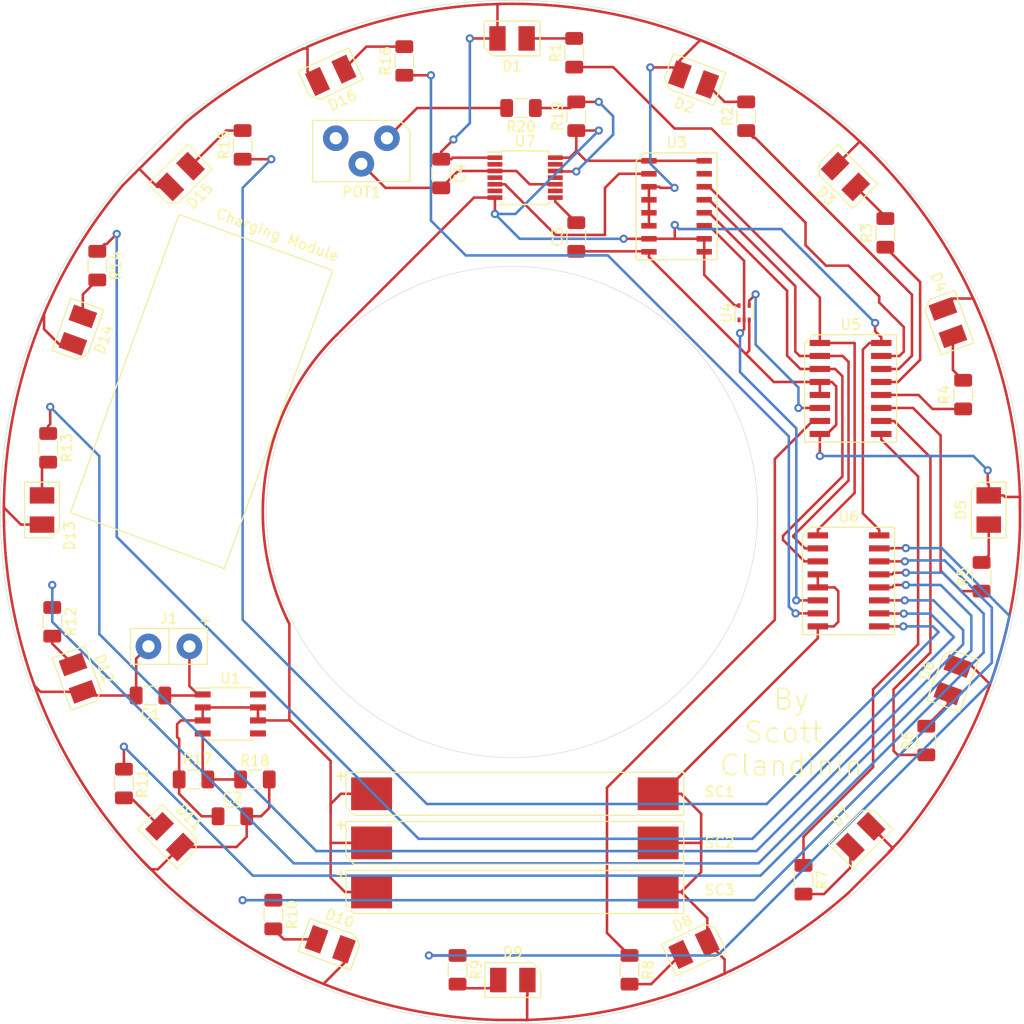
<source format=kicad_pcb>
(kicad_pcb (version 20171130) (host pcbnew "(5.1.0)-1")

  (general
    (thickness 1.6)
    (drawings 8)
    (tracks 1401)
    (zones 0)
    (modules 51)
    (nets 58)
  )

  (page A4)
  (layers
    (0 F.Cu signal)
    (31 B.Cu signal)
    (32 B.Adhes user)
    (33 F.Adhes user)
    (34 B.Paste user)
    (35 F.Paste user)
    (36 B.SilkS user)
    (37 F.SilkS user)
    (38 B.Mask user)
    (39 F.Mask user)
    (40 Dwgs.User user)
    (41 Cmts.User user)
    (42 Eco1.User user)
    (43 Eco2.User user)
    (44 Edge.Cuts user)
    (45 Margin user)
    (46 B.CrtYd user)
    (47 F.CrtYd user)
    (48 B.Fab user)
    (49 F.Fab user hide)
  )

  (setup
    (last_trace_width 0.25)
    (trace_clearance 0.2)
    (zone_clearance 0.508)
    (zone_45_only no)
    (trace_min 0.2)
    (via_size 0.8)
    (via_drill 0.4)
    (via_min_size 0.4)
    (via_min_drill 0.3)
    (uvia_size 0.3)
    (uvia_drill 0.1)
    (uvias_allowed no)
    (uvia_min_size 0.2)
    (uvia_min_drill 0.1)
    (edge_width 0.05)
    (segment_width 0.2)
    (pcb_text_width 0.3)
    (pcb_text_size 1.5 1.5)
    (mod_edge_width 0.12)
    (mod_text_size 1 1)
    (mod_text_width 0.15)
    (pad_size 1.524 1.524)
    (pad_drill 0.762)
    (pad_to_mask_clearance 0.051)
    (solder_mask_min_width 0.25)
    (aux_axis_origin 0 0)
    (visible_elements FFFFFF7F)
    (pcbplotparams
      (layerselection 0x010fc_ffffffff)
      (usegerberextensions false)
      (usegerberattributes false)
      (usegerberadvancedattributes false)
      (creategerberjobfile false)
      (excludeedgelayer true)
      (linewidth 0.100000)
      (plotframeref false)
      (viasonmask false)
      (mode 1)
      (useauxorigin false)
      (hpglpennumber 1)
      (hpglpenspeed 20)
      (hpglpendiameter 15.000000)
      (psnegative false)
      (psa4output false)
      (plotreference true)
      (plotvalue true)
      (plotinvisibletext false)
      (padsonsilk false)
      (subtractmaskfromsilk false)
      (outputformat 1)
      (mirror false)
      (drillshape 1)
      (scaleselection 1)
      (outputdirectory ""))
  )

  (net 0 "")
  (net 1 GND)
  (net 2 +5V)
  (net 3 +2V8)
  (net 4 "Net-(C3-Pad2)")
  (net 5 "Net-(C4-Pad2)")
  (net 6 "Net-(D1-Pad2)")
  (net 7 "Net-(D2-Pad2)")
  (net 8 "Net-(D3-Pad2)")
  (net 9 "Net-(D4-Pad2)")
  (net 10 "Net-(D5-Pad2)")
  (net 11 "Net-(D6-Pad2)")
  (net 12 "Net-(D7-Pad2)")
  (net 13 "Net-(D8-Pad2)")
  (net 14 "Net-(D9-Pad2)")
  (net 15 "Net-(D10-Pad2)")
  (net 16 "Net-(D11-Pad2)")
  (net 17 "Net-(D12-Pad2)")
  (net 18 "Net-(D13-Pad2)")
  (net 19 "Net-(D14-Pad2)")
  (net 20 "Net-(D15-Pad2)")
  (net 21 "Net-(D16-Pad2)")
  (net 22 "Net-(POT1-Pad3)")
  (net 23 "Net-(POT1-Pad1)")
  (net 24 "Net-(R1-Pad1)")
  (net 25 "Net-(R2-Pad1)")
  (net 26 "Net-(R3-Pad1)")
  (net 27 "Net-(R4-Pad1)")
  (net 28 "Net-(R5-Pad1)")
  (net 29 "Net-(R6-Pad1)")
  (net 30 "Net-(R7-Pad1)")
  (net 31 "Net-(R8-Pad1)")
  (net 32 "Net-(R9-Pad1)")
  (net 33 "Net-(R10-Pad1)")
  (net 34 "Net-(R11-Pad1)")
  (net 35 "Net-(R12-Pad1)")
  (net 36 "Net-(R13-Pad1)")
  (net 37 "Net-(R14-Pad1)")
  (net 38 "Net-(R15-Pad1)")
  (net 39 "Net-(R16-Pad1)")
  (net 40 "Net-(R17-Pad2)")
  (net 41 "Net-(R19-Pad2)")
  (net 42 "Net-(U1-Pad8)")
  (net 43 "Net-(U1-Pad5)")
  (net 44 "Net-(U3-Pad11)")
  (net 45 "Net-(U3-Pad12)")
  (net 46 "Net-(U3-Pad13)")
  (net 47 "Net-(U3-Pad14)")
  (net 48 "Net-(U3-Pad2)")
  (net 49 "Net-(U3-Pad15)")
  (net 50 "Net-(U4-Pad4)")
  (net 51 "Net-(U4-Pad1)")
  (net 52 "Net-(U7-Pad13)")
  (net 53 "Net-(U7-Pad11)")
  (net 54 "Net-(U7-Pad9)")
  (net 55 "Net-(U7-Pad6)")
  (net 56 "Net-(U7-Pad4)")
  (net 57 "Net-(U7-Pad2)")

  (net_class Default "This is the default net class."
    (clearance 0.2)
    (trace_width 0.25)
    (via_dia 0.8)
    (via_drill 0.4)
    (uvia_dia 0.3)
    (uvia_drill 0.1)
    (add_net +2V8)
    (add_net +5V)
    (add_net GND)
    (add_net "Net-(C3-Pad2)")
    (add_net "Net-(C4-Pad2)")
    (add_net "Net-(D1-Pad2)")
    (add_net "Net-(D10-Pad2)")
    (add_net "Net-(D11-Pad2)")
    (add_net "Net-(D12-Pad2)")
    (add_net "Net-(D13-Pad2)")
    (add_net "Net-(D14-Pad2)")
    (add_net "Net-(D15-Pad2)")
    (add_net "Net-(D16-Pad2)")
    (add_net "Net-(D2-Pad2)")
    (add_net "Net-(D3-Pad2)")
    (add_net "Net-(D4-Pad2)")
    (add_net "Net-(D5-Pad2)")
    (add_net "Net-(D6-Pad2)")
    (add_net "Net-(D7-Pad2)")
    (add_net "Net-(D8-Pad2)")
    (add_net "Net-(D9-Pad2)")
    (add_net "Net-(POT1-Pad1)")
    (add_net "Net-(POT1-Pad3)")
    (add_net "Net-(R1-Pad1)")
    (add_net "Net-(R10-Pad1)")
    (add_net "Net-(R11-Pad1)")
    (add_net "Net-(R12-Pad1)")
    (add_net "Net-(R13-Pad1)")
    (add_net "Net-(R14-Pad1)")
    (add_net "Net-(R15-Pad1)")
    (add_net "Net-(R16-Pad1)")
    (add_net "Net-(R17-Pad2)")
    (add_net "Net-(R19-Pad2)")
    (add_net "Net-(R2-Pad1)")
    (add_net "Net-(R3-Pad1)")
    (add_net "Net-(R4-Pad1)")
    (add_net "Net-(R5-Pad1)")
    (add_net "Net-(R6-Pad1)")
    (add_net "Net-(R7-Pad1)")
    (add_net "Net-(R8-Pad1)")
    (add_net "Net-(R9-Pad1)")
    (add_net "Net-(U1-Pad5)")
    (add_net "Net-(U1-Pad8)")
    (add_net "Net-(U3-Pad11)")
    (add_net "Net-(U3-Pad12)")
    (add_net "Net-(U3-Pad13)")
    (add_net "Net-(U3-Pad14)")
    (add_net "Net-(U3-Pad15)")
    (add_net "Net-(U3-Pad2)")
    (add_net "Net-(U4-Pad1)")
    (add_net "Net-(U4-Pad4)")
    (add_net "Net-(U7-Pad11)")
    (add_net "Net-(U7-Pad13)")
    (add_net "Net-(U7-Pad2)")
    (add_net "Net-(U7-Pad4)")
    (add_net "Net-(U7-Pad6)")
    (add_net "Net-(U7-Pad9)")
  )

  (module Package_SO:TSSOP-14_4.4x5mm_P0.65mm (layer F.Cu) (tedit 5A02F25C) (tstamp 5CF3F333)
    (at 144.2 62.6)
    (descr "14-Lead Plastic Thin Shrink Small Outline (ST)-4.4 mm Body [TSSOP] (see Microchip Packaging Specification 00000049BS.pdf)")
    (tags "SSOP 0.65")
    (path /5CF4B5DC)
    (attr smd)
    (fp_text reference U7 (at 0 -3.55) (layer F.SilkS)
      (effects (font (size 1 1) (thickness 0.15)))
    )
    (fp_text value TLC555CPW (at 0 3.55) (layer F.Fab)
      (effects (font (size 1 1) (thickness 0.15)))
    )
    (fp_text user %R (at 0 0) (layer F.Fab)
      (effects (font (size 0.8 0.8) (thickness 0.15)))
    )
    (fp_line (start -2.325 -2.5) (end -3.675 -2.5) (layer F.SilkS) (width 0.15))
    (fp_line (start -2.325 2.625) (end 2.325 2.625) (layer F.SilkS) (width 0.15))
    (fp_line (start -2.325 -2.625) (end 2.325 -2.625) (layer F.SilkS) (width 0.15))
    (fp_line (start -2.325 2.625) (end -2.325 2.4) (layer F.SilkS) (width 0.15))
    (fp_line (start 2.325 2.625) (end 2.325 2.4) (layer F.SilkS) (width 0.15))
    (fp_line (start 2.325 -2.625) (end 2.325 -2.4) (layer F.SilkS) (width 0.15))
    (fp_line (start -2.325 -2.625) (end -2.325 -2.5) (layer F.SilkS) (width 0.15))
    (fp_line (start -3.95 2.8) (end 3.95 2.8) (layer F.CrtYd) (width 0.05))
    (fp_line (start -3.95 -2.8) (end 3.95 -2.8) (layer F.CrtYd) (width 0.05))
    (fp_line (start 3.95 -2.8) (end 3.95 2.8) (layer F.CrtYd) (width 0.05))
    (fp_line (start -3.95 -2.8) (end -3.95 2.8) (layer F.CrtYd) (width 0.05))
    (fp_line (start -2.2 -1.5) (end -1.2 -2.5) (layer F.Fab) (width 0.15))
    (fp_line (start -2.2 2.5) (end -2.2 -1.5) (layer F.Fab) (width 0.15))
    (fp_line (start 2.2 2.5) (end -2.2 2.5) (layer F.Fab) (width 0.15))
    (fp_line (start 2.2 -2.5) (end 2.2 2.5) (layer F.Fab) (width 0.15))
    (fp_line (start -1.2 -2.5) (end 2.2 -2.5) (layer F.Fab) (width 0.15))
    (pad 14 smd rect (at 2.95 -1.95) (size 1.45 0.45) (layers F.Cu F.Paste F.Mask)
      (net 3 +2V8))
    (pad 13 smd rect (at 2.95 -1.3) (size 1.45 0.45) (layers F.Cu F.Paste F.Mask)
      (net 52 "Net-(U7-Pad13)"))
    (pad 12 smd rect (at 2.95 -0.65) (size 1.45 0.45) (layers F.Cu F.Paste F.Mask)
      (net 41 "Net-(R19-Pad2)"))
    (pad 11 smd rect (at 2.95 0) (size 1.45 0.45) (layers F.Cu F.Paste F.Mask)
      (net 53 "Net-(U7-Pad11)"))
    (pad 10 smd rect (at 2.95 0.65) (size 1.45 0.45) (layers F.Cu F.Paste F.Mask)
      (net 5 "Net-(C4-Pad2)"))
    (pad 9 smd rect (at 2.95 1.3) (size 1.45 0.45) (layers F.Cu F.Paste F.Mask)
      (net 54 "Net-(U7-Pad9)"))
    (pad 8 smd rect (at 2.95 1.95) (size 1.45 0.45) (layers F.Cu F.Paste F.Mask)
      (net 4 "Net-(C3-Pad2)"))
    (pad 7 smd rect (at -2.95 1.95) (size 1.45 0.45) (layers F.Cu F.Paste F.Mask)
      (net 3 +2V8))
    (pad 6 smd rect (at -2.95 1.3) (size 1.45 0.45) (layers F.Cu F.Paste F.Mask)
      (net 55 "Net-(U7-Pad6)"))
    (pad 5 smd rect (at -2.95 0.65) (size 1.45 0.45) (layers F.Cu F.Paste F.Mask)
      (net 48 "Net-(U3-Pad2)"))
    (pad 4 smd rect (at -2.95 0) (size 1.45 0.45) (layers F.Cu F.Paste F.Mask)
      (net 56 "Net-(U7-Pad4)"))
    (pad 3 smd rect (at -2.95 -0.65) (size 1.45 0.45) (layers F.Cu F.Paste F.Mask)
      (net 5 "Net-(C4-Pad2)"))
    (pad 2 smd rect (at -2.95 -1.3) (size 1.45 0.45) (layers F.Cu F.Paste F.Mask)
      (net 57 "Net-(U7-Pad2)"))
    (pad 1 smd rect (at -2.95 -1.95) (size 1.45 0.45) (layers F.Cu F.Paste F.Mask)
      (net 1 GND))
    (model ${KISYS3DMOD}/Package_SO.3dshapes/TSSOP-14_4.4x5mm_P0.65mm.wrl
      (at (xyz 0 0 0))
      (scale (xyz 1 1 1))
      (rotate (xyz 0 0 0))
    )
  )

  (module led_coaster:74HC238D (layer F.Cu) (tedit 0) (tstamp 5CF3F310)
    (at 175.8 102 270)
    (path /5CB7DC5D)
    (attr smd)
    (fp_text reference U6 (at -6.245 0) (layer F.SilkS)
      (effects (font (size 1 1) (thickness 0.15)))
    )
    (fp_text value 74HC238 (at 0 0 270) (layer F.Fab)
      (effects (font (size 1 1) (thickness 0.15)))
    )
    (fp_line (start -5 4.25) (end -5 -4.25) (layer F.CrtYd) (width 0.05))
    (fp_line (start 5 4.25) (end -5 4.25) (layer F.CrtYd) (width 0.05))
    (fp_line (start 5 -4.25) (end 5 4.25) (layer F.CrtYd) (width 0.05))
    (fp_line (start -5 -4.25) (end 5 -4.25) (layer F.CrtYd) (width 0.05))
    (fp_line (start 5.245 4.5) (end -4.445 4.5) (layer F.SilkS) (width 0.12))
    (fp_line (start 5.245 -4.5) (end 5.245 4.5) (layer F.SilkS) (width 0.12))
    (fp_line (start -5.245 -4.5) (end 5.245 -4.5) (layer F.SilkS) (width 0.12))
    (fp_line (start -5.245 3.7) (end -5.245 -4.5) (layer F.SilkS) (width 0.12))
    (fp_line (start -4.445 4.5) (end -5.245 3.7) (layer F.SilkS) (width 0.12))
    (pad 8 smd rect (at 4.445 3 270) (size 0.6 2) (layers F.Cu F.Paste F.Mask)
      (net 1 GND))
    (pad 9 smd rect (at 4.445 -3 270) (size 0.6 2) (layers F.Cu F.Paste F.Mask)
      (net 38 "Net-(R15-Pad1)"))
    (pad 7 smd rect (at 3.175 3 270) (size 0.6 2) (layers F.Cu F.Paste F.Mask)
      (net 39 "Net-(R16-Pad1)"))
    (pad 10 smd rect (at 3.175 -3 270) (size 0.6 2) (layers F.Cu F.Paste F.Mask)
      (net 37 "Net-(R14-Pad1)"))
    (pad 6 smd rect (at 1.905 3 270) (size 0.6 2) (layers F.Cu F.Paste F.Mask)
      (net 44 "Net-(U3-Pad11)"))
    (pad 11 smd rect (at 1.905 -3 270) (size 0.6 2) (layers F.Cu F.Paste F.Mask)
      (net 36 "Net-(R13-Pad1)"))
    (pad 5 smd rect (at 0.635 3 270) (size 0.6 2) (layers F.Cu F.Paste F.Mask)
      (net 1 GND))
    (pad 12 smd rect (at 0.635 -3 270) (size 0.6 2) (layers F.Cu F.Paste F.Mask)
      (net 35 "Net-(R12-Pad1)"))
    (pad 4 smd rect (at -0.635 3 270) (size 0.6 2) (layers F.Cu F.Paste F.Mask)
      (net 1 GND))
    (pad 13 smd rect (at -0.635 -3 270) (size 0.6 2) (layers F.Cu F.Paste F.Mask)
      (net 34 "Net-(R11-Pad1)"))
    (pad 3 smd rect (at -1.905 3 270) (size 0.6 2) (layers F.Cu F.Paste F.Mask)
      (net 45 "Net-(U3-Pad12)"))
    (pad 14 smd rect (at -1.905 -3 270) (size 0.6 2) (layers F.Cu F.Paste F.Mask)
      (net 33 "Net-(R10-Pad1)"))
    (pad 2 smd rect (at -3.175 3 270) (size 0.6 2) (layers F.Cu F.Paste F.Mask)
      (net 46 "Net-(U3-Pad13)"))
    (pad 15 smd rect (at -3.175 -3 270) (size 0.6 2) (layers F.Cu F.Paste F.Mask)
      (net 32 "Net-(R9-Pad1)"))
    (pad 1 smd rect (at -4.445 3 270) (size 0.6 2) (layers F.Cu F.Paste F.Mask)
      (net 47 "Net-(U3-Pad14)"))
    (pad 16 smd rect (at -4.445 -3 270) (size 0.6 2) (layers F.Cu F.Paste F.Mask)
      (net 3 +2V8))
  )

  (module led_coaster:74HC238D (layer F.Cu) (tedit 0) (tstamp 5CF3F2F3)
    (at 176 83.2 270)
    (path /5CB7B849)
    (attr smd)
    (fp_text reference U5 (at -6.245 0) (layer F.SilkS)
      (effects (font (size 1 1) (thickness 0.15)))
    )
    (fp_text value 74HC238 (at 0 0 270) (layer F.Fab)
      (effects (font (size 1 1) (thickness 0.15)))
    )
    (fp_line (start -5 4.25) (end -5 -4.25) (layer F.CrtYd) (width 0.05))
    (fp_line (start 5 4.25) (end -5 4.25) (layer F.CrtYd) (width 0.05))
    (fp_line (start 5 -4.25) (end 5 4.25) (layer F.CrtYd) (width 0.05))
    (fp_line (start -5 -4.25) (end 5 -4.25) (layer F.CrtYd) (width 0.05))
    (fp_line (start 5.245 4.5) (end -4.445 4.5) (layer F.SilkS) (width 0.12))
    (fp_line (start 5.245 -4.5) (end 5.245 4.5) (layer F.SilkS) (width 0.12))
    (fp_line (start -5.245 -4.5) (end 5.245 -4.5) (layer F.SilkS) (width 0.12))
    (fp_line (start -5.245 3.7) (end -5.245 -4.5) (layer F.SilkS) (width 0.12))
    (fp_line (start -4.445 4.5) (end -5.245 3.7) (layer F.SilkS) (width 0.12))
    (pad 8 smd rect (at 4.445 3 270) (size 0.6 2) (layers F.Cu F.Paste F.Mask)
      (net 1 GND))
    (pad 9 smd rect (at 4.445 -3 270) (size 0.6 2) (layers F.Cu F.Paste F.Mask)
      (net 30 "Net-(R7-Pad1)"))
    (pad 7 smd rect (at 3.175 3 270) (size 0.6 2) (layers F.Cu F.Paste F.Mask)
      (net 31 "Net-(R8-Pad1)"))
    (pad 10 smd rect (at 3.175 -3 270) (size 0.6 2) (layers F.Cu F.Paste F.Mask)
      (net 29 "Net-(R6-Pad1)"))
    (pad 6 smd rect (at 1.905 3 270) (size 0.6 2) (layers F.Cu F.Paste F.Mask)
      (net 50 "Net-(U4-Pad4)"))
    (pad 11 smd rect (at 1.905 -3 270) (size 0.6 2) (layers F.Cu F.Paste F.Mask)
      (net 28 "Net-(R5-Pad1)"))
    (pad 5 smd rect (at 0.635 3 270) (size 0.6 2) (layers F.Cu F.Paste F.Mask)
      (net 1 GND))
    (pad 12 smd rect (at 0.635 -3 270) (size 0.6 2) (layers F.Cu F.Paste F.Mask)
      (net 27 "Net-(R4-Pad1)"))
    (pad 4 smd rect (at -0.635 3 270) (size 0.6 2) (layers F.Cu F.Paste F.Mask)
      (net 1 GND))
    (pad 13 smd rect (at -0.635 -3 270) (size 0.6 2) (layers F.Cu F.Paste F.Mask)
      (net 26 "Net-(R3-Pad1)"))
    (pad 3 smd rect (at -1.905 3 270) (size 0.6 2) (layers F.Cu F.Paste F.Mask)
      (net 45 "Net-(U3-Pad12)"))
    (pad 14 smd rect (at -1.905 -3 270) (size 0.6 2) (layers F.Cu F.Paste F.Mask)
      (net 25 "Net-(R2-Pad1)"))
    (pad 2 smd rect (at -3.175 3 270) (size 0.6 2) (layers F.Cu F.Paste F.Mask)
      (net 46 "Net-(U3-Pad13)"))
    (pad 15 smd rect (at -3.175 -3 270) (size 0.6 2) (layers F.Cu F.Paste F.Mask)
      (net 24 "Net-(R1-Pad1)"))
    (pad 1 smd rect (at -4.445 3 270) (size 0.6 2) (layers F.Cu F.Paste F.Mask)
      (net 47 "Net-(U3-Pad14)"))
    (pad 16 smd rect (at -4.445 -3 270) (size 0.6 2) (layers F.Cu F.Paste F.Mask)
      (net 3 +2V8))
  )

  (module Package_TO_SOT_SMD:SOT-553 (layer F.Cu) (tedit 5A02FF57) (tstamp 5CF3F2D6)
    (at 165.6 75.8 90)
    (descr SOT553)
    (tags SOT-553)
    (path /5CED6515)
    (attr smd)
    (fp_text reference U4 (at 0 -1.7 90) (layer F.SilkS)
      (effects (font (size 1 1) (thickness 0.15)))
    )
    (fp_text value 74LVC1GU04DRL (at 0 1.75 90) (layer F.Fab)
      (effects (font (size 1 1) (thickness 0.15)))
    )
    (fp_line (start 1.18 1.1) (end -1.18 1.1) (layer F.CrtYd) (width 0.05))
    (fp_line (start 1.18 1.1) (end 1.18 -1.1) (layer F.CrtYd) (width 0.05))
    (fp_line (start -1.18 -1.1) (end -1.18 1.1) (layer F.CrtYd) (width 0.05))
    (fp_line (start -1.18 -1.1) (end 1.18 -1.1) (layer F.CrtYd) (width 0.05))
    (fp_line (start 0.65 -0.85) (end -0.3 -0.85) (layer F.Fab) (width 0.1))
    (fp_line (start 0.65 0.85) (end 0.65 -0.85) (layer F.Fab) (width 0.1))
    (fp_line (start -0.65 0.85) (end 0.65 0.85) (layer F.Fab) (width 0.1))
    (fp_line (start -0.65 -0.5) (end -0.65 0.85) (layer F.Fab) (width 0.1))
    (fp_line (start -0.9 -0.9) (end 0.65 -0.9) (layer F.SilkS) (width 0.12))
    (fp_line (start 0.65 0.9) (end -0.65 0.9) (layer F.SilkS) (width 0.12))
    (fp_line (start -0.65 -0.5) (end -0.3 -0.85) (layer F.Fab) (width 0.1))
    (fp_text user %R (at 0 0 180) (layer F.Fab)
      (effects (font (size 0.4 0.4) (thickness 0.0625)))
    )
    (pad 4 smd rect (at 0.7 0.5 90) (size 0.45 0.3) (layers F.Cu F.Paste F.Mask)
      (net 50 "Net-(U4-Pad4)"))
    (pad 2 smd rect (at -0.7 0 90) (size 0.45 0.3) (layers F.Cu F.Paste F.Mask)
      (net 44 "Net-(U3-Pad11)"))
    (pad 5 smd rect (at 0.7 -0.5 90) (size 0.45 0.3) (layers F.Cu F.Paste F.Mask)
      (net 3 +2V8))
    (pad 3 smd rect (at -0.7 0.5 90) (size 0.45 0.3) (layers F.Cu F.Paste F.Mask)
      (net 1 GND))
    (pad 1 smd rect (at -0.7 -0.5 90) (size 0.45 0.3) (layers F.Cu F.Paste F.Mask)
      (net 51 "Net-(U4-Pad1)"))
    (model ${KISYS3DMOD}/Package_TO_SOT_SMD.3dshapes/SOT-553.wrl
      (at (xyz 0 0 0))
      (scale (xyz 1 1 1))
      (rotate (xyz 0 0 0))
    )
  )

  (module led_coaster:SN74HC163DR (layer F.Cu) (tedit 0) (tstamp 5CF3F2C1)
    (at 159 65.4 270)
    (path /5CB9AF90)
    (attr smd)
    (fp_text reference U3 (at -6.22 0) (layer F.SilkS)
      (effects (font (size 1 1) (thickness 0.15)))
    )
    (fp_text value SN74HC163 (at 0.125 0 270) (layer F.Fab)
      (effects (font (size 1 1) (thickness 0.15)))
    )
    (fp_line (start -4.97 3.7) (end -4.97 -3.7) (layer F.CrtYd) (width 0.05))
    (fp_line (start 4.97 3.7) (end -4.97 3.7) (layer F.CrtYd) (width 0.05))
    (fp_line (start 4.97 -3.7) (end 4.97 3.7) (layer F.CrtYd) (width 0.05))
    (fp_line (start -4.97 -3.7) (end 4.97 -3.7) (layer F.CrtYd) (width 0.05))
    (fp_line (start 5.22 3.95) (end -4.42 3.95) (layer F.SilkS) (width 0.12))
    (fp_line (start 5.22 -3.95) (end 5.22 3.95) (layer F.SilkS) (width 0.12))
    (fp_line (start -5.22 -3.95) (end 5.22 -3.95) (layer F.SilkS) (width 0.12))
    (fp_line (start -5.22 3.15) (end -5.22 -3.95) (layer F.SilkS) (width 0.12))
    (fp_line (start -4.42 3.95) (end -5.22 3.15) (layer F.SilkS) (width 0.12))
    (pad 8 smd rect (at 4.445 2.7 270) (size 0.55 1.5) (layers F.Cu F.Paste F.Mask)
      (net 1 GND))
    (pad 9 smd rect (at 4.445 -2.7 270) (size 0.55 1.5) (layers F.Cu F.Paste F.Mask)
      (net 3 +2V8))
    (pad 7 smd rect (at 3.175 2.7 270) (size 0.55 1.5) (layers F.Cu F.Paste F.Mask)
      (net 3 +2V8))
    (pad 10 smd rect (at 3.175 -2.7 270) (size 0.55 1.5) (layers F.Cu F.Paste F.Mask)
      (net 3 +2V8))
    (pad 6 smd rect (at 1.905 2.7 270) (size 0.55 1.5) (layers F.Cu F.Paste F.Mask)
      (net 1 GND))
    (pad 11 smd rect (at 1.905 -2.7 270) (size 0.55 1.5) (layers F.Cu F.Paste F.Mask)
      (net 44 "Net-(U3-Pad11)"))
    (pad 5 smd rect (at 0.635 2.7 270) (size 0.55 1.5) (layers F.Cu F.Paste F.Mask)
      (net 1 GND))
    (pad 12 smd rect (at 0.635 -2.7 270) (size 0.55 1.5) (layers F.Cu F.Paste F.Mask)
      (net 45 "Net-(U3-Pad12)"))
    (pad 4 smd rect (at -0.635 2.7 270) (size 0.55 1.5) (layers F.Cu F.Paste F.Mask)
      (net 1 GND))
    (pad 13 smd rect (at -0.635 -2.7 270) (size 0.55 1.5) (layers F.Cu F.Paste F.Mask)
      (net 46 "Net-(U3-Pad13)"))
    (pad 3 smd rect (at -1.905 2.7 270) (size 0.55 1.5) (layers F.Cu F.Paste F.Mask)
      (net 1 GND))
    (pad 14 smd rect (at -1.905 -2.7 270) (size 0.55 1.5) (layers F.Cu F.Paste F.Mask)
      (net 47 "Net-(U3-Pad14)"))
    (pad 2 smd rect (at -3.175 2.7 270) (size 0.55 1.5) (layers F.Cu F.Paste F.Mask)
      (net 48 "Net-(U3-Pad2)"))
    (pad 15 smd rect (at -3.175 -2.7 270) (size 0.55 1.5) (layers F.Cu F.Paste F.Mask)
      (net 49 "Net-(U3-Pad15)"))
    (pad 1 smd rect (at -4.445 2.7 270) (size 0.55 1.5) (layers F.Cu F.Paste F.Mask)
      (net 3 +2V8))
    (pad 16 smd rect (at -4.445 -2.7 270) (size 0.55 1.5) (layers F.Cu F.Paste F.Mask)
      (net 3 +2V8))
  )

  (module Package_SO:SOIC-8_3.9x4.9mm_P1.27mm (layer F.Cu) (tedit 5A02F2D3) (tstamp 5CF3F2A4)
    (at 115.4 115)
    (descr "8-Lead Plastic Small Outline (SN) - Narrow, 3.90 mm Body [SOIC] (see Microchip Packaging Specification http://ww1.microchip.com/downloads/en/PackagingSpec/00000049BQ.pdf)")
    (tags "SOIC 1.27")
    (path /5CB3C0B5)
    (attr smd)
    (fp_text reference U1 (at 0 -3.5) (layer F.SilkS)
      (effects (font (size 1 1) (thickness 0.15)))
    )
    (fp_text value LM317L_SO8 (at 0 3.5) (layer F.Fab)
      (effects (font (size 1 1) (thickness 0.15)))
    )
    (fp_line (start -2.075 -2.525) (end -3.475 -2.525) (layer F.SilkS) (width 0.15))
    (fp_line (start -2.075 2.575) (end 2.075 2.575) (layer F.SilkS) (width 0.15))
    (fp_line (start -2.075 -2.575) (end 2.075 -2.575) (layer F.SilkS) (width 0.15))
    (fp_line (start -2.075 2.575) (end -2.075 2.43) (layer F.SilkS) (width 0.15))
    (fp_line (start 2.075 2.575) (end 2.075 2.43) (layer F.SilkS) (width 0.15))
    (fp_line (start 2.075 -2.575) (end 2.075 -2.43) (layer F.SilkS) (width 0.15))
    (fp_line (start -2.075 -2.575) (end -2.075 -2.525) (layer F.SilkS) (width 0.15))
    (fp_line (start -3.73 2.7) (end 3.73 2.7) (layer F.CrtYd) (width 0.05))
    (fp_line (start -3.73 -2.7) (end 3.73 -2.7) (layer F.CrtYd) (width 0.05))
    (fp_line (start 3.73 -2.7) (end 3.73 2.7) (layer F.CrtYd) (width 0.05))
    (fp_line (start -3.73 -2.7) (end -3.73 2.7) (layer F.CrtYd) (width 0.05))
    (fp_line (start -1.95 -1.45) (end -0.95 -2.45) (layer F.Fab) (width 0.1))
    (fp_line (start -1.95 2.45) (end -1.95 -1.45) (layer F.Fab) (width 0.1))
    (fp_line (start 1.95 2.45) (end -1.95 2.45) (layer F.Fab) (width 0.1))
    (fp_line (start 1.95 -2.45) (end 1.95 2.45) (layer F.Fab) (width 0.1))
    (fp_line (start -0.95 -2.45) (end 1.95 -2.45) (layer F.Fab) (width 0.1))
    (fp_text user %R (at 0 0) (layer F.Fab)
      (effects (font (size 1 1) (thickness 0.15)))
    )
    (pad 8 smd rect (at 2.7 -1.905) (size 1.55 0.6) (layers F.Cu F.Paste F.Mask)
      (net 42 "Net-(U1-Pad8)"))
    (pad 7 smd rect (at 2.7 -0.635) (size 1.55 0.6) (layers F.Cu F.Paste F.Mask)
      (net 3 +2V8))
    (pad 6 smd rect (at 2.7 0.635) (size 1.55 0.6) (layers F.Cu F.Paste F.Mask)
      (net 3 +2V8))
    (pad 5 smd rect (at 2.7 1.905) (size 1.55 0.6) (layers F.Cu F.Paste F.Mask)
      (net 43 "Net-(U1-Pad5)"))
    (pad 4 smd rect (at -2.7 1.905) (size 1.55 0.6) (layers F.Cu F.Paste F.Mask)
      (net 40 "Net-(R17-Pad2)"))
    (pad 3 smd rect (at -2.7 0.635) (size 1.55 0.6) (layers F.Cu F.Paste F.Mask)
      (net 3 +2V8))
    (pad 2 smd rect (at -2.7 -0.635) (size 1.55 0.6) (layers F.Cu F.Paste F.Mask)
      (net 3 +2V8))
    (pad 1 smd rect (at -2.7 -1.905) (size 1.55 0.6) (layers F.Cu F.Paste F.Mask)
      (net 2 +5V))
    (model ${KISYS3DMOD}/Package_SO.3dshapes/SOIC-8_3.9x4.9mm_P1.27mm.wrl
      (at (xyz 0 0 0))
      (scale (xyz 1 1 1))
      (rotate (xyz 0 0 0))
    )
  )

  (module led_coaster:supercap (layer F.Cu) (tedit 5CEB6920) (tstamp 5CF3F287)
    (at 143.2 132.4)
    (path /5CB50667)
    (attr smd)
    (fp_text reference SC3 (at 20 -0.2) (layer F.SilkS)
      (effects (font (size 1 1) (thickness 0.15)))
    )
    (fp_text value 15F (at 0 -3.1) (layer F.Fab)
      (effects (font (size 1 1) (thickness 0.15)))
    )
    (fp_text user + (at -17 -11.4) (layer F.SilkS)
      (effects (font (size 1 1) (thickness 0.15)))
    )
    (fp_line (start -16.25 1.85) (end -16.25 -1.85) (layer F.CrtYd) (width 0.05))
    (fp_line (start 16.25 1.85) (end -16.25 1.85) (layer F.CrtYd) (width 0.05))
    (fp_line (start 16.25 -1.85) (end 16.25 1.85) (layer F.CrtYd) (width 0.05))
    (fp_line (start -16.25 -1.85) (end 16.25 -1.85) (layer F.CrtYd) (width 0.05))
    (fp_line (start 16.5 2.1) (end -15.7 2.1) (layer F.SilkS) (width 0.12))
    (fp_line (start 16.5 -2.1) (end 16.5 2.1) (layer F.SilkS) (width 0.12))
    (fp_line (start -16.5 -2.1) (end 16.5 -2.1) (layer F.SilkS) (width 0.12))
    (fp_line (start -16.5 1.3) (end -16.5 -2.1) (layer F.SilkS) (width 0.12))
    (fp_line (start -15.7 2.1) (end -16.5 1.3) (layer F.SilkS) (width 0.12))
    (pad 2 smd rect (at 14 0) (size 4 3.2) (layers F.Cu F.Paste F.Mask)
      (net 1 GND))
    (pad 1 smd rect (at -14 0) (size 4 3.2) (layers F.Cu F.Paste F.Mask)
      (net 3 +2V8))
  )

  (module led_coaster:supercap (layer F.Cu) (tedit 5CEB6920) (tstamp 5CF3F277)
    (at 143.2 127.6)
    (path /5CB4FBCD)
    (attr smd)
    (fp_text reference SC2 (at 20 0) (layer F.SilkS)
      (effects (font (size 1 1) (thickness 0.15)))
    )
    (fp_text value 15F (at 0 -3.1) (layer F.Fab)
      (effects (font (size 1 1) (thickness 0.15)))
    )
    (fp_text user + (at -17 3) (layer F.SilkS)
      (effects (font (size 1 1) (thickness 0.15)))
    )
    (fp_line (start -16.25 1.85) (end -16.25 -1.85) (layer F.CrtYd) (width 0.05))
    (fp_line (start 16.25 1.85) (end -16.25 1.85) (layer F.CrtYd) (width 0.05))
    (fp_line (start 16.25 -1.85) (end 16.25 1.85) (layer F.CrtYd) (width 0.05))
    (fp_line (start -16.25 -1.85) (end 16.25 -1.85) (layer F.CrtYd) (width 0.05))
    (fp_line (start 16.5 2.1) (end -15.7 2.1) (layer F.SilkS) (width 0.12))
    (fp_line (start 16.5 -2.1) (end 16.5 2.1) (layer F.SilkS) (width 0.12))
    (fp_line (start -16.5 -2.1) (end 16.5 -2.1) (layer F.SilkS) (width 0.12))
    (fp_line (start -16.5 1.3) (end -16.5 -2.1) (layer F.SilkS) (width 0.12))
    (fp_line (start -15.7 2.1) (end -16.5 1.3) (layer F.SilkS) (width 0.12))
    (pad 2 smd rect (at 14 0) (size 4 3.2) (layers F.Cu F.Paste F.Mask)
      (net 1 GND))
    (pad 1 smd rect (at -14 0) (size 4 3.2) (layers F.Cu F.Paste F.Mask)
      (net 3 +2V8))
  )

  (module led_coaster:supercap (layer F.Cu) (tedit 5CEB6920) (tstamp 5CF3F267)
    (at 143.2 122.8)
    (path /5CB4EE1D)
    (attr smd)
    (fp_text reference SC1 (at 20 -0.2) (layer F.SilkS)
      (effects (font (size 1 1) (thickness 0.15)))
    )
    (fp_text value 15F (at 0 -3.1) (layer F.Fab)
      (effects (font (size 1 1) (thickness 0.15)))
    )
    (fp_text user + (at -17 3) (layer F.SilkS)
      (effects (font (size 1 1) (thickness 0.15)))
    )
    (fp_line (start -16.25 1.85) (end -16.25 -1.85) (layer F.CrtYd) (width 0.05))
    (fp_line (start 16.25 1.85) (end -16.25 1.85) (layer F.CrtYd) (width 0.05))
    (fp_line (start 16.25 -1.85) (end 16.25 1.85) (layer F.CrtYd) (width 0.05))
    (fp_line (start -16.25 -1.85) (end 16.25 -1.85) (layer F.CrtYd) (width 0.05))
    (fp_line (start 16.5 2.1) (end -15.7 2.1) (layer F.SilkS) (width 0.12))
    (fp_line (start 16.5 -2.1) (end 16.5 2.1) (layer F.SilkS) (width 0.12))
    (fp_line (start -16.5 -2.1) (end 16.5 -2.1) (layer F.SilkS) (width 0.12))
    (fp_line (start -16.5 1.3) (end -16.5 -2.1) (layer F.SilkS) (width 0.12))
    (fp_line (start -15.7 2.1) (end -16.5 1.3) (layer F.SilkS) (width 0.12))
    (pad 2 smd rect (at 14 0) (size 4 3.2) (layers F.Cu F.Paste F.Mask)
      (net 1 GND))
    (pad 1 smd rect (at -14 0) (size 4 3.2) (layers F.Cu F.Paste F.Mask)
      (net 3 +2V8))
  )

  (module Resistor_SMD:R_1206_3216Metric (layer F.Cu) (tedit 5B301BBD) (tstamp 5CF3F257)
    (at 143.8 55.8 180)
    (descr "Resistor SMD 1206 (3216 Metric), square (rectangular) end terminal, IPC_7351 nominal, (Body size source: http://www.tortai-tech.com/upload/download/2011102023233369053.pdf), generated with kicad-footprint-generator")
    (tags resistor)
    (path /5CB616E3)
    (attr smd)
    (fp_text reference R20 (at 0 -1.82 180) (layer F.SilkS)
      (effects (font (size 1 1) (thickness 0.15)))
    )
    (fp_text value 1k (at 0 1.82 180) (layer F.Fab)
      (effects (font (size 1 1) (thickness 0.15)))
    )
    (fp_text user %R (at 0 0 180) (layer F.Fab)
      (effects (font (size 0.8 0.8) (thickness 0.12)))
    )
    (fp_line (start 2.28 1.12) (end -2.28 1.12) (layer F.CrtYd) (width 0.05))
    (fp_line (start 2.28 -1.12) (end 2.28 1.12) (layer F.CrtYd) (width 0.05))
    (fp_line (start -2.28 -1.12) (end 2.28 -1.12) (layer F.CrtYd) (width 0.05))
    (fp_line (start -2.28 1.12) (end -2.28 -1.12) (layer F.CrtYd) (width 0.05))
    (fp_line (start -0.602064 0.91) (end 0.602064 0.91) (layer F.SilkS) (width 0.12))
    (fp_line (start -0.602064 -0.91) (end 0.602064 -0.91) (layer F.SilkS) (width 0.12))
    (fp_line (start 1.6 0.8) (end -1.6 0.8) (layer F.Fab) (width 0.1))
    (fp_line (start 1.6 -0.8) (end 1.6 0.8) (layer F.Fab) (width 0.1))
    (fp_line (start -1.6 -0.8) (end 1.6 -0.8) (layer F.Fab) (width 0.1))
    (fp_line (start -1.6 0.8) (end -1.6 -0.8) (layer F.Fab) (width 0.1))
    (pad 2 smd roundrect (at 1.4 0 180) (size 1.25 1.75) (layers F.Cu F.Paste F.Mask) (roundrect_rratio 0.2)
      (net 23 "Net-(POT1-Pad1)"))
    (pad 1 smd roundrect (at -1.4 0 180) (size 1.25 1.75) (layers F.Cu F.Paste F.Mask) (roundrect_rratio 0.2)
      (net 41 "Net-(R19-Pad2)"))
    (model ${KISYS3DMOD}/Resistor_SMD.3dshapes/R_1206_3216Metric.wrl
      (at (xyz 0 0 0))
      (scale (xyz 1 1 1))
      (rotate (xyz 0 0 0))
    )
  )

  (module Resistor_SMD:R_1206_3216Metric (layer F.Cu) (tedit 5B301BBD) (tstamp 5CF3F246)
    (at 149.2 56.6 90)
    (descr "Resistor SMD 1206 (3216 Metric), square (rectangular) end terminal, IPC_7351 nominal, (Body size source: http://www.tortai-tech.com/upload/download/2011102023233369053.pdf), generated with kicad-footprint-generator")
    (tags resistor)
    (path /5CB60D13)
    (attr smd)
    (fp_text reference R19 (at 0 -1.82 90) (layer F.SilkS)
      (effects (font (size 1 1) (thickness 0.15)))
    )
    (fp_text value 2.2k (at 0 1.82 90) (layer F.Fab)
      (effects (font (size 1 1) (thickness 0.15)))
    )
    (fp_text user %R (at 0 0 90) (layer F.Fab)
      (effects (font (size 0.8 0.8) (thickness 0.12)))
    )
    (fp_line (start 2.28 1.12) (end -2.28 1.12) (layer F.CrtYd) (width 0.05))
    (fp_line (start 2.28 -1.12) (end 2.28 1.12) (layer F.CrtYd) (width 0.05))
    (fp_line (start -2.28 -1.12) (end 2.28 -1.12) (layer F.CrtYd) (width 0.05))
    (fp_line (start -2.28 1.12) (end -2.28 -1.12) (layer F.CrtYd) (width 0.05))
    (fp_line (start -0.602064 0.91) (end 0.602064 0.91) (layer F.SilkS) (width 0.12))
    (fp_line (start -0.602064 -0.91) (end 0.602064 -0.91) (layer F.SilkS) (width 0.12))
    (fp_line (start 1.6 0.8) (end -1.6 0.8) (layer F.Fab) (width 0.1))
    (fp_line (start 1.6 -0.8) (end 1.6 0.8) (layer F.Fab) (width 0.1))
    (fp_line (start -1.6 -0.8) (end 1.6 -0.8) (layer F.Fab) (width 0.1))
    (fp_line (start -1.6 0.8) (end -1.6 -0.8) (layer F.Fab) (width 0.1))
    (pad 2 smd roundrect (at 1.4 0 90) (size 1.25 1.75) (layers F.Cu F.Paste F.Mask) (roundrect_rratio 0.2)
      (net 41 "Net-(R19-Pad2)"))
    (pad 1 smd roundrect (at -1.4 0 90) (size 1.25 1.75) (layers F.Cu F.Paste F.Mask) (roundrect_rratio 0.2)
      (net 3 +2V8))
    (model ${KISYS3DMOD}/Resistor_SMD.3dshapes/R_1206_3216Metric.wrl
      (at (xyz 0 0 0))
      (scale (xyz 1 1 1))
      (rotate (xyz 0 0 0))
    )
  )

  (module Resistor_SMD:R_1206_3216Metric (layer F.Cu) (tedit 5B301BBD) (tstamp 5CF3F235)
    (at 117.8 121.4)
    (descr "Resistor SMD 1206 (3216 Metric), square (rectangular) end terminal, IPC_7351 nominal, (Body size source: http://www.tortai-tech.com/upload/download/2011102023233369053.pdf), generated with kicad-footprint-generator")
    (tags resistor)
    (path /5CB47E0B)
    (attr smd)
    (fp_text reference R18 (at 0 -1.82) (layer F.SilkS)
      (effects (font (size 1 1) (thickness 0.15)))
    )
    (fp_text value 680 (at 0 1.82) (layer F.Fab)
      (effects (font (size 1 1) (thickness 0.15)))
    )
    (fp_text user %R (at 0 0) (layer F.Fab)
      (effects (font (size 0.8 0.8) (thickness 0.12)))
    )
    (fp_line (start 2.28 1.12) (end -2.28 1.12) (layer F.CrtYd) (width 0.05))
    (fp_line (start 2.28 -1.12) (end 2.28 1.12) (layer F.CrtYd) (width 0.05))
    (fp_line (start -2.28 -1.12) (end 2.28 -1.12) (layer F.CrtYd) (width 0.05))
    (fp_line (start -2.28 1.12) (end -2.28 -1.12) (layer F.CrtYd) (width 0.05))
    (fp_line (start -0.602064 0.91) (end 0.602064 0.91) (layer F.SilkS) (width 0.12))
    (fp_line (start -0.602064 -0.91) (end 0.602064 -0.91) (layer F.SilkS) (width 0.12))
    (fp_line (start 1.6 0.8) (end -1.6 0.8) (layer F.Fab) (width 0.1))
    (fp_line (start 1.6 -0.8) (end 1.6 0.8) (layer F.Fab) (width 0.1))
    (fp_line (start -1.6 -0.8) (end 1.6 -0.8) (layer F.Fab) (width 0.1))
    (fp_line (start -1.6 0.8) (end -1.6 -0.8) (layer F.Fab) (width 0.1))
    (pad 2 smd roundrect (at 1.4 0) (size 1.25 1.75) (layers F.Cu F.Paste F.Mask) (roundrect_rratio 0.2)
      (net 1 GND))
    (pad 1 smd roundrect (at -1.4 0) (size 1.25 1.75) (layers F.Cu F.Paste F.Mask) (roundrect_rratio 0.2)
      (net 40 "Net-(R17-Pad2)"))
    (model ${KISYS3DMOD}/Resistor_SMD.3dshapes/R_1206_3216Metric.wrl
      (at (xyz 0 0 0))
      (scale (xyz 1 1 1))
      (rotate (xyz 0 0 0))
    )
  )

  (module Resistor_SMD:R_1206_3216Metric (layer F.Cu) (tedit 5B301BBD) (tstamp 5CF3F224)
    (at 111.8 121.4)
    (descr "Resistor SMD 1206 (3216 Metric), square (rectangular) end terminal, IPC_7351 nominal, (Body size source: http://www.tortai-tech.com/upload/download/2011102023233369053.pdf), generated with kicad-footprint-generator")
    (tags resistor)
    (path /5CB47356)
    (attr smd)
    (fp_text reference R17 (at 0.4 -2) (layer F.SilkS)
      (effects (font (size 1 1) (thickness 0.15)))
    )
    (fp_text value 560 (at 0 1.82) (layer F.Fab)
      (effects (font (size 1 1) (thickness 0.15)))
    )
    (fp_text user %R (at 0 0) (layer F.Fab)
      (effects (font (size 0.8 0.8) (thickness 0.12)))
    )
    (fp_line (start 2.28 1.12) (end -2.28 1.12) (layer F.CrtYd) (width 0.05))
    (fp_line (start 2.28 -1.12) (end 2.28 1.12) (layer F.CrtYd) (width 0.05))
    (fp_line (start -2.28 -1.12) (end 2.28 -1.12) (layer F.CrtYd) (width 0.05))
    (fp_line (start -2.28 1.12) (end -2.28 -1.12) (layer F.CrtYd) (width 0.05))
    (fp_line (start -0.602064 0.91) (end 0.602064 0.91) (layer F.SilkS) (width 0.12))
    (fp_line (start -0.602064 -0.91) (end 0.602064 -0.91) (layer F.SilkS) (width 0.12))
    (fp_line (start 1.6 0.8) (end -1.6 0.8) (layer F.Fab) (width 0.1))
    (fp_line (start 1.6 -0.8) (end 1.6 0.8) (layer F.Fab) (width 0.1))
    (fp_line (start -1.6 -0.8) (end 1.6 -0.8) (layer F.Fab) (width 0.1))
    (fp_line (start -1.6 0.8) (end -1.6 -0.8) (layer F.Fab) (width 0.1))
    (pad 2 smd roundrect (at 1.4 0) (size 1.25 1.75) (layers F.Cu F.Paste F.Mask) (roundrect_rratio 0.2)
      (net 40 "Net-(R17-Pad2)"))
    (pad 1 smd roundrect (at -1.4 0) (size 1.25 1.75) (layers F.Cu F.Paste F.Mask) (roundrect_rratio 0.2)
      (net 3 +2V8))
    (model ${KISYS3DMOD}/Resistor_SMD.3dshapes/R_1206_3216Metric.wrl
      (at (xyz 0 0 0))
      (scale (xyz 1 1 1))
      (rotate (xyz 0 0 0))
    )
  )

  (module Resistor_SMD:R_1206_3216Metric (layer F.Cu) (tedit 5B301BBD) (tstamp 5CF3F213)
    (at 132.4 51.2 90)
    (descr "Resistor SMD 1206 (3216 Metric), square (rectangular) end terminal, IPC_7351 nominal, (Body size source: http://www.tortai-tech.com/upload/download/2011102023233369053.pdf), generated with kicad-footprint-generator")
    (tags resistor)
    (path /5CF071F1)
    (attr smd)
    (fp_text reference R16 (at 0 -1.82 90) (layer F.SilkS)
      (effects (font (size 1 1) (thickness 0.15)))
    )
    (fp_text value 100 (at 0 1.82 90) (layer F.Fab)
      (effects (font (size 1 1) (thickness 0.15)))
    )
    (fp_text user %R (at 0 0 90) (layer F.Fab)
      (effects (font (size 0.8 0.8) (thickness 0.12)))
    )
    (fp_line (start 2.28 1.12) (end -2.28 1.12) (layer F.CrtYd) (width 0.05))
    (fp_line (start 2.28 -1.12) (end 2.28 1.12) (layer F.CrtYd) (width 0.05))
    (fp_line (start -2.28 -1.12) (end 2.28 -1.12) (layer F.CrtYd) (width 0.05))
    (fp_line (start -2.28 1.12) (end -2.28 -1.12) (layer F.CrtYd) (width 0.05))
    (fp_line (start -0.602064 0.91) (end 0.602064 0.91) (layer F.SilkS) (width 0.12))
    (fp_line (start -0.602064 -0.91) (end 0.602064 -0.91) (layer F.SilkS) (width 0.12))
    (fp_line (start 1.6 0.8) (end -1.6 0.8) (layer F.Fab) (width 0.1))
    (fp_line (start 1.6 -0.8) (end 1.6 0.8) (layer F.Fab) (width 0.1))
    (fp_line (start -1.6 -0.8) (end 1.6 -0.8) (layer F.Fab) (width 0.1))
    (fp_line (start -1.6 0.8) (end -1.6 -0.8) (layer F.Fab) (width 0.1))
    (pad 2 smd roundrect (at 1.4 0 90) (size 1.25 1.75) (layers F.Cu F.Paste F.Mask) (roundrect_rratio 0.2)
      (net 21 "Net-(D16-Pad2)"))
    (pad 1 smd roundrect (at -1.4 0 90) (size 1.25 1.75) (layers F.Cu F.Paste F.Mask) (roundrect_rratio 0.2)
      (net 39 "Net-(R16-Pad1)"))
    (model ${KISYS3DMOD}/Resistor_SMD.3dshapes/R_1206_3216Metric.wrl
      (at (xyz 0 0 0))
      (scale (xyz 1 1 1))
      (rotate (xyz 0 0 0))
    )
  )

  (module Resistor_SMD:R_1206_3216Metric (layer F.Cu) (tedit 5B301BBD) (tstamp 5CF3F202)
    (at 116.6 59.4 90)
    (descr "Resistor SMD 1206 (3216 Metric), square (rectangular) end terminal, IPC_7351 nominal, (Body size source: http://www.tortai-tech.com/upload/download/2011102023233369053.pdf), generated with kicad-footprint-generator")
    (tags resistor)
    (path /5CF06F82)
    (attr smd)
    (fp_text reference R15 (at 0 -1.82 90) (layer F.SilkS)
      (effects (font (size 1 1) (thickness 0.15)))
    )
    (fp_text value 100 (at 0 1.82 90) (layer F.Fab)
      (effects (font (size 1 1) (thickness 0.15)))
    )
    (fp_text user %R (at 0 0 90) (layer F.Fab)
      (effects (font (size 0.8 0.8) (thickness 0.12)))
    )
    (fp_line (start 2.28 1.12) (end -2.28 1.12) (layer F.CrtYd) (width 0.05))
    (fp_line (start 2.28 -1.12) (end 2.28 1.12) (layer F.CrtYd) (width 0.05))
    (fp_line (start -2.28 -1.12) (end 2.28 -1.12) (layer F.CrtYd) (width 0.05))
    (fp_line (start -2.28 1.12) (end -2.28 -1.12) (layer F.CrtYd) (width 0.05))
    (fp_line (start -0.602064 0.91) (end 0.602064 0.91) (layer F.SilkS) (width 0.12))
    (fp_line (start -0.602064 -0.91) (end 0.602064 -0.91) (layer F.SilkS) (width 0.12))
    (fp_line (start 1.6 0.8) (end -1.6 0.8) (layer F.Fab) (width 0.1))
    (fp_line (start 1.6 -0.8) (end 1.6 0.8) (layer F.Fab) (width 0.1))
    (fp_line (start -1.6 -0.8) (end 1.6 -0.8) (layer F.Fab) (width 0.1))
    (fp_line (start -1.6 0.8) (end -1.6 -0.8) (layer F.Fab) (width 0.1))
    (pad 2 smd roundrect (at 1.4 0 90) (size 1.25 1.75) (layers F.Cu F.Paste F.Mask) (roundrect_rratio 0.2)
      (net 20 "Net-(D15-Pad2)"))
    (pad 1 smd roundrect (at -1.4 0 90) (size 1.25 1.75) (layers F.Cu F.Paste F.Mask) (roundrect_rratio 0.2)
      (net 38 "Net-(R15-Pad1)"))
    (model ${KISYS3DMOD}/Resistor_SMD.3dshapes/R_1206_3216Metric.wrl
      (at (xyz 0 0 0))
      (scale (xyz 1 1 1))
      (rotate (xyz 0 0 0))
    )
  )

  (module Resistor_SMD:R_1206_3216Metric (layer F.Cu) (tedit 5B301BBD) (tstamp 5CF3F1F1)
    (at 102.4 71.2 270)
    (descr "Resistor SMD 1206 (3216 Metric), square (rectangular) end terminal, IPC_7351 nominal, (Body size source: http://www.tortai-tech.com/upload/download/2011102023233369053.pdf), generated with kicad-footprint-generator")
    (tags resistor)
    (path /5CF06CF3)
    (attr smd)
    (fp_text reference R14 (at 0 -1.82 270) (layer F.SilkS)
      (effects (font (size 1 1) (thickness 0.15)))
    )
    (fp_text value 100 (at 0 1.82 270) (layer F.Fab)
      (effects (font (size 1 1) (thickness 0.15)))
    )
    (fp_text user %R (at 0 0 270) (layer F.Fab)
      (effects (font (size 0.8 0.8) (thickness 0.12)))
    )
    (fp_line (start 2.28 1.12) (end -2.28 1.12) (layer F.CrtYd) (width 0.05))
    (fp_line (start 2.28 -1.12) (end 2.28 1.12) (layer F.CrtYd) (width 0.05))
    (fp_line (start -2.28 -1.12) (end 2.28 -1.12) (layer F.CrtYd) (width 0.05))
    (fp_line (start -2.28 1.12) (end -2.28 -1.12) (layer F.CrtYd) (width 0.05))
    (fp_line (start -0.602064 0.91) (end 0.602064 0.91) (layer F.SilkS) (width 0.12))
    (fp_line (start -0.602064 -0.91) (end 0.602064 -0.91) (layer F.SilkS) (width 0.12))
    (fp_line (start 1.6 0.8) (end -1.6 0.8) (layer F.Fab) (width 0.1))
    (fp_line (start 1.6 -0.8) (end 1.6 0.8) (layer F.Fab) (width 0.1))
    (fp_line (start -1.6 -0.8) (end 1.6 -0.8) (layer F.Fab) (width 0.1))
    (fp_line (start -1.6 0.8) (end -1.6 -0.8) (layer F.Fab) (width 0.1))
    (pad 2 smd roundrect (at 1.4 0 270) (size 1.25 1.75) (layers F.Cu F.Paste F.Mask) (roundrect_rratio 0.2)
      (net 19 "Net-(D14-Pad2)"))
    (pad 1 smd roundrect (at -1.4 0 270) (size 1.25 1.75) (layers F.Cu F.Paste F.Mask) (roundrect_rratio 0.2)
      (net 37 "Net-(R14-Pad1)"))
    (model ${KISYS3DMOD}/Resistor_SMD.3dshapes/R_1206_3216Metric.wrl
      (at (xyz 0 0 0))
      (scale (xyz 1 1 1))
      (rotate (xyz 0 0 0))
    )
  )

  (module Resistor_SMD:R_1206_3216Metric (layer F.Cu) (tedit 5B301BBD) (tstamp 5CF3F1E0)
    (at 97.6 89 270)
    (descr "Resistor SMD 1206 (3216 Metric), square (rectangular) end terminal, IPC_7351 nominal, (Body size source: http://www.tortai-tech.com/upload/download/2011102023233369053.pdf), generated with kicad-footprint-generator")
    (tags resistor)
    (path /5CF06A5A)
    (attr smd)
    (fp_text reference R13 (at 0 -1.82 270) (layer F.SilkS)
      (effects (font (size 1 1) (thickness 0.15)))
    )
    (fp_text value 100 (at 0 1.82 270) (layer F.Fab)
      (effects (font (size 1 1) (thickness 0.15)))
    )
    (fp_text user %R (at 0 0 270) (layer F.Fab)
      (effects (font (size 0.8 0.8) (thickness 0.12)))
    )
    (fp_line (start 2.28 1.12) (end -2.28 1.12) (layer F.CrtYd) (width 0.05))
    (fp_line (start 2.28 -1.12) (end 2.28 1.12) (layer F.CrtYd) (width 0.05))
    (fp_line (start -2.28 -1.12) (end 2.28 -1.12) (layer F.CrtYd) (width 0.05))
    (fp_line (start -2.28 1.12) (end -2.28 -1.12) (layer F.CrtYd) (width 0.05))
    (fp_line (start -0.602064 0.91) (end 0.602064 0.91) (layer F.SilkS) (width 0.12))
    (fp_line (start -0.602064 -0.91) (end 0.602064 -0.91) (layer F.SilkS) (width 0.12))
    (fp_line (start 1.6 0.8) (end -1.6 0.8) (layer F.Fab) (width 0.1))
    (fp_line (start 1.6 -0.8) (end 1.6 0.8) (layer F.Fab) (width 0.1))
    (fp_line (start -1.6 -0.8) (end 1.6 -0.8) (layer F.Fab) (width 0.1))
    (fp_line (start -1.6 0.8) (end -1.6 -0.8) (layer F.Fab) (width 0.1))
    (pad 2 smd roundrect (at 1.4 0 270) (size 1.25 1.75) (layers F.Cu F.Paste F.Mask) (roundrect_rratio 0.2)
      (net 18 "Net-(D13-Pad2)"))
    (pad 1 smd roundrect (at -1.4 0 270) (size 1.25 1.75) (layers F.Cu F.Paste F.Mask) (roundrect_rratio 0.2)
      (net 36 "Net-(R13-Pad1)"))
    (model ${KISYS3DMOD}/Resistor_SMD.3dshapes/R_1206_3216Metric.wrl
      (at (xyz 0 0 0))
      (scale (xyz 1 1 1))
      (rotate (xyz 0 0 0))
    )
  )

  (module Resistor_SMD:R_1206_3216Metric (layer F.Cu) (tedit 5B301BBD) (tstamp 5CF3F1CF)
    (at 98 106 270)
    (descr "Resistor SMD 1206 (3216 Metric), square (rectangular) end terminal, IPC_7351 nominal, (Body size source: http://www.tortai-tech.com/upload/download/2011102023233369053.pdf), generated with kicad-footprint-generator")
    (tags resistor)
    (path /5CF067F9)
    (attr smd)
    (fp_text reference R12 (at 0 -1.82 270) (layer F.SilkS)
      (effects (font (size 1 1) (thickness 0.15)))
    )
    (fp_text value 100 (at 0 1.82 270) (layer F.Fab)
      (effects (font (size 1 1) (thickness 0.15)))
    )
    (fp_text user %R (at 0 0 270) (layer F.Fab)
      (effects (font (size 0.8 0.8) (thickness 0.12)))
    )
    (fp_line (start 2.28 1.12) (end -2.28 1.12) (layer F.CrtYd) (width 0.05))
    (fp_line (start 2.28 -1.12) (end 2.28 1.12) (layer F.CrtYd) (width 0.05))
    (fp_line (start -2.28 -1.12) (end 2.28 -1.12) (layer F.CrtYd) (width 0.05))
    (fp_line (start -2.28 1.12) (end -2.28 -1.12) (layer F.CrtYd) (width 0.05))
    (fp_line (start -0.602064 0.91) (end 0.602064 0.91) (layer F.SilkS) (width 0.12))
    (fp_line (start -0.602064 -0.91) (end 0.602064 -0.91) (layer F.SilkS) (width 0.12))
    (fp_line (start 1.6 0.8) (end -1.6 0.8) (layer F.Fab) (width 0.1))
    (fp_line (start 1.6 -0.8) (end 1.6 0.8) (layer F.Fab) (width 0.1))
    (fp_line (start -1.6 -0.8) (end 1.6 -0.8) (layer F.Fab) (width 0.1))
    (fp_line (start -1.6 0.8) (end -1.6 -0.8) (layer F.Fab) (width 0.1))
    (pad 2 smd roundrect (at 1.4 0 270) (size 1.25 1.75) (layers F.Cu F.Paste F.Mask) (roundrect_rratio 0.2)
      (net 17 "Net-(D12-Pad2)"))
    (pad 1 smd roundrect (at -1.4 0 270) (size 1.25 1.75) (layers F.Cu F.Paste F.Mask) (roundrect_rratio 0.2)
      (net 35 "Net-(R12-Pad1)"))
    (model ${KISYS3DMOD}/Resistor_SMD.3dshapes/R_1206_3216Metric.wrl
      (at (xyz 0 0 0))
      (scale (xyz 1 1 1))
      (rotate (xyz 0 0 0))
    )
  )

  (module Resistor_SMD:R_1206_3216Metric (layer F.Cu) (tedit 5B301BBD) (tstamp 5CF3F1BE)
    (at 105 121.8 270)
    (descr "Resistor SMD 1206 (3216 Metric), square (rectangular) end terminal, IPC_7351 nominal, (Body size source: http://www.tortai-tech.com/upload/download/2011102023233369053.pdf), generated with kicad-footprint-generator")
    (tags resistor)
    (path /5CF06609)
    (attr smd)
    (fp_text reference R11 (at 0 -1.82 270) (layer F.SilkS)
      (effects (font (size 1 1) (thickness 0.15)))
    )
    (fp_text value 100 (at 0 1.82 270) (layer F.Fab)
      (effects (font (size 1 1) (thickness 0.15)))
    )
    (fp_text user %R (at 0 0 270) (layer F.Fab)
      (effects (font (size 0.8 0.8) (thickness 0.12)))
    )
    (fp_line (start 2.28 1.12) (end -2.28 1.12) (layer F.CrtYd) (width 0.05))
    (fp_line (start 2.28 -1.12) (end 2.28 1.12) (layer F.CrtYd) (width 0.05))
    (fp_line (start -2.28 -1.12) (end 2.28 -1.12) (layer F.CrtYd) (width 0.05))
    (fp_line (start -2.28 1.12) (end -2.28 -1.12) (layer F.CrtYd) (width 0.05))
    (fp_line (start -0.602064 0.91) (end 0.602064 0.91) (layer F.SilkS) (width 0.12))
    (fp_line (start -0.602064 -0.91) (end 0.602064 -0.91) (layer F.SilkS) (width 0.12))
    (fp_line (start 1.6 0.8) (end -1.6 0.8) (layer F.Fab) (width 0.1))
    (fp_line (start 1.6 -0.8) (end 1.6 0.8) (layer F.Fab) (width 0.1))
    (fp_line (start -1.6 -0.8) (end 1.6 -0.8) (layer F.Fab) (width 0.1))
    (fp_line (start -1.6 0.8) (end -1.6 -0.8) (layer F.Fab) (width 0.1))
    (pad 2 smd roundrect (at 1.4 0 270) (size 1.25 1.75) (layers F.Cu F.Paste F.Mask) (roundrect_rratio 0.2)
      (net 16 "Net-(D11-Pad2)"))
    (pad 1 smd roundrect (at -1.4 0 270) (size 1.25 1.75) (layers F.Cu F.Paste F.Mask) (roundrect_rratio 0.2)
      (net 34 "Net-(R11-Pad1)"))
    (model ${KISYS3DMOD}/Resistor_SMD.3dshapes/R_1206_3216Metric.wrl
      (at (xyz 0 0 0))
      (scale (xyz 1 1 1))
      (rotate (xyz 0 0 0))
    )
  )

  (module Resistor_SMD:R_1206_3216Metric (layer F.Cu) (tedit 5B301BBD) (tstamp 5CF3F1AD)
    (at 119.6 134.6 270)
    (descr "Resistor SMD 1206 (3216 Metric), square (rectangular) end terminal, IPC_7351 nominal, (Body size source: http://www.tortai-tech.com/upload/download/2011102023233369053.pdf), generated with kicad-footprint-generator")
    (tags resistor)
    (path /5CF063F0)
    (attr smd)
    (fp_text reference R10 (at 0 -1.82 270) (layer F.SilkS)
      (effects (font (size 1 1) (thickness 0.15)))
    )
    (fp_text value 100 (at 0 1.82 270) (layer F.Fab)
      (effects (font (size 1 1) (thickness 0.15)))
    )
    (fp_text user %R (at 0 0 270) (layer F.Fab)
      (effects (font (size 0.8 0.8) (thickness 0.12)))
    )
    (fp_line (start 2.28 1.12) (end -2.28 1.12) (layer F.CrtYd) (width 0.05))
    (fp_line (start 2.28 -1.12) (end 2.28 1.12) (layer F.CrtYd) (width 0.05))
    (fp_line (start -2.28 -1.12) (end 2.28 -1.12) (layer F.CrtYd) (width 0.05))
    (fp_line (start -2.28 1.12) (end -2.28 -1.12) (layer F.CrtYd) (width 0.05))
    (fp_line (start -0.602064 0.91) (end 0.602064 0.91) (layer F.SilkS) (width 0.12))
    (fp_line (start -0.602064 -0.91) (end 0.602064 -0.91) (layer F.SilkS) (width 0.12))
    (fp_line (start 1.6 0.8) (end -1.6 0.8) (layer F.Fab) (width 0.1))
    (fp_line (start 1.6 -0.8) (end 1.6 0.8) (layer F.Fab) (width 0.1))
    (fp_line (start -1.6 -0.8) (end 1.6 -0.8) (layer F.Fab) (width 0.1))
    (fp_line (start -1.6 0.8) (end -1.6 -0.8) (layer F.Fab) (width 0.1))
    (pad 2 smd roundrect (at 1.4 0 270) (size 1.25 1.75) (layers F.Cu F.Paste F.Mask) (roundrect_rratio 0.2)
      (net 15 "Net-(D10-Pad2)"))
    (pad 1 smd roundrect (at -1.4 0 270) (size 1.25 1.75) (layers F.Cu F.Paste F.Mask) (roundrect_rratio 0.2)
      (net 33 "Net-(R10-Pad1)"))
    (model ${KISYS3DMOD}/Resistor_SMD.3dshapes/R_1206_3216Metric.wrl
      (at (xyz 0 0 0))
      (scale (xyz 1 1 1))
      (rotate (xyz 0 0 0))
    )
  )

  (module Resistor_SMD:R_1206_3216Metric (layer F.Cu) (tedit 5B301BBD) (tstamp 5CF3F19C)
    (at 137.6 140 270)
    (descr "Resistor SMD 1206 (3216 Metric), square (rectangular) end terminal, IPC_7351 nominal, (Body size source: http://www.tortai-tech.com/upload/download/2011102023233369053.pdf), generated with kicad-footprint-generator")
    (tags resistor)
    (path /5CF05F6A)
    (attr smd)
    (fp_text reference R9 (at 0 -1.82 270) (layer F.SilkS)
      (effects (font (size 1 1) (thickness 0.15)))
    )
    (fp_text value 100 (at 0 1.82 270) (layer F.Fab)
      (effects (font (size 1 1) (thickness 0.15)))
    )
    (fp_text user %R (at 0 0 270) (layer F.Fab)
      (effects (font (size 0.8 0.8) (thickness 0.12)))
    )
    (fp_line (start 2.28 1.12) (end -2.28 1.12) (layer F.CrtYd) (width 0.05))
    (fp_line (start 2.28 -1.12) (end 2.28 1.12) (layer F.CrtYd) (width 0.05))
    (fp_line (start -2.28 -1.12) (end 2.28 -1.12) (layer F.CrtYd) (width 0.05))
    (fp_line (start -2.28 1.12) (end -2.28 -1.12) (layer F.CrtYd) (width 0.05))
    (fp_line (start -0.602064 0.91) (end 0.602064 0.91) (layer F.SilkS) (width 0.12))
    (fp_line (start -0.602064 -0.91) (end 0.602064 -0.91) (layer F.SilkS) (width 0.12))
    (fp_line (start 1.6 0.8) (end -1.6 0.8) (layer F.Fab) (width 0.1))
    (fp_line (start 1.6 -0.8) (end 1.6 0.8) (layer F.Fab) (width 0.1))
    (fp_line (start -1.6 -0.8) (end 1.6 -0.8) (layer F.Fab) (width 0.1))
    (fp_line (start -1.6 0.8) (end -1.6 -0.8) (layer F.Fab) (width 0.1))
    (pad 2 smd roundrect (at 1.4 0 270) (size 1.25 1.75) (layers F.Cu F.Paste F.Mask) (roundrect_rratio 0.2)
      (net 14 "Net-(D9-Pad2)"))
    (pad 1 smd roundrect (at -1.4 0 270) (size 1.25 1.75) (layers F.Cu F.Paste F.Mask) (roundrect_rratio 0.2)
      (net 32 "Net-(R9-Pad1)"))
    (model ${KISYS3DMOD}/Resistor_SMD.3dshapes/R_1206_3216Metric.wrl
      (at (xyz 0 0 0))
      (scale (xyz 1 1 1))
      (rotate (xyz 0 0 0))
    )
  )

  (module Resistor_SMD:R_1206_3216Metric (layer F.Cu) (tedit 5B301BBD) (tstamp 5CF3F18B)
    (at 154.4 140 270)
    (descr "Resistor SMD 1206 (3216 Metric), square (rectangular) end terminal, IPC_7351 nominal, (Body size source: http://www.tortai-tech.com/upload/download/2011102023233369053.pdf), generated with kicad-footprint-generator")
    (tags resistor)
    (path /5CF05D67)
    (attr smd)
    (fp_text reference R8 (at 0 -1.82 270) (layer F.SilkS)
      (effects (font (size 1 1) (thickness 0.15)))
    )
    (fp_text value 100 (at 0 1.82 270) (layer F.Fab)
      (effects (font (size 1 1) (thickness 0.15)))
    )
    (fp_text user %R (at 0 0 270) (layer F.Fab)
      (effects (font (size 0.8 0.8) (thickness 0.12)))
    )
    (fp_line (start 2.28 1.12) (end -2.28 1.12) (layer F.CrtYd) (width 0.05))
    (fp_line (start 2.28 -1.12) (end 2.28 1.12) (layer F.CrtYd) (width 0.05))
    (fp_line (start -2.28 -1.12) (end 2.28 -1.12) (layer F.CrtYd) (width 0.05))
    (fp_line (start -2.28 1.12) (end -2.28 -1.12) (layer F.CrtYd) (width 0.05))
    (fp_line (start -0.602064 0.91) (end 0.602064 0.91) (layer F.SilkS) (width 0.12))
    (fp_line (start -0.602064 -0.91) (end 0.602064 -0.91) (layer F.SilkS) (width 0.12))
    (fp_line (start 1.6 0.8) (end -1.6 0.8) (layer F.Fab) (width 0.1))
    (fp_line (start 1.6 -0.8) (end 1.6 0.8) (layer F.Fab) (width 0.1))
    (fp_line (start -1.6 -0.8) (end 1.6 -0.8) (layer F.Fab) (width 0.1))
    (fp_line (start -1.6 0.8) (end -1.6 -0.8) (layer F.Fab) (width 0.1))
    (pad 2 smd roundrect (at 1.4 0 270) (size 1.25 1.75) (layers F.Cu F.Paste F.Mask) (roundrect_rratio 0.2)
      (net 13 "Net-(D8-Pad2)"))
    (pad 1 smd roundrect (at -1.4 0 270) (size 1.25 1.75) (layers F.Cu F.Paste F.Mask) (roundrect_rratio 0.2)
      (net 31 "Net-(R8-Pad1)"))
    (model ${KISYS3DMOD}/Resistor_SMD.3dshapes/R_1206_3216Metric.wrl
      (at (xyz 0 0 0))
      (scale (xyz 1 1 1))
      (rotate (xyz 0 0 0))
    )
  )

  (module Resistor_SMD:R_1206_3216Metric (layer F.Cu) (tedit 5B301BBD) (tstamp 5CF3F17A)
    (at 171.4 131.2 270)
    (descr "Resistor SMD 1206 (3216 Metric), square (rectangular) end terminal, IPC_7351 nominal, (Body size source: http://www.tortai-tech.com/upload/download/2011102023233369053.pdf), generated with kicad-footprint-generator")
    (tags resistor)
    (path /5CF05AD5)
    (attr smd)
    (fp_text reference R7 (at 0 -1.82 270) (layer F.SilkS)
      (effects (font (size 1 1) (thickness 0.15)))
    )
    (fp_text value 100 (at 0 1.82 270) (layer F.Fab)
      (effects (font (size 1 1) (thickness 0.15)))
    )
    (fp_text user %R (at 0 0 270) (layer F.Fab)
      (effects (font (size 0.8 0.8) (thickness 0.12)))
    )
    (fp_line (start 2.28 1.12) (end -2.28 1.12) (layer F.CrtYd) (width 0.05))
    (fp_line (start 2.28 -1.12) (end 2.28 1.12) (layer F.CrtYd) (width 0.05))
    (fp_line (start -2.28 -1.12) (end 2.28 -1.12) (layer F.CrtYd) (width 0.05))
    (fp_line (start -2.28 1.12) (end -2.28 -1.12) (layer F.CrtYd) (width 0.05))
    (fp_line (start -0.602064 0.91) (end 0.602064 0.91) (layer F.SilkS) (width 0.12))
    (fp_line (start -0.602064 -0.91) (end 0.602064 -0.91) (layer F.SilkS) (width 0.12))
    (fp_line (start 1.6 0.8) (end -1.6 0.8) (layer F.Fab) (width 0.1))
    (fp_line (start 1.6 -0.8) (end 1.6 0.8) (layer F.Fab) (width 0.1))
    (fp_line (start -1.6 -0.8) (end 1.6 -0.8) (layer F.Fab) (width 0.1))
    (fp_line (start -1.6 0.8) (end -1.6 -0.8) (layer F.Fab) (width 0.1))
    (pad 2 smd roundrect (at 1.4 0 270) (size 1.25 1.75) (layers F.Cu F.Paste F.Mask) (roundrect_rratio 0.2)
      (net 12 "Net-(D7-Pad2)"))
    (pad 1 smd roundrect (at -1.4 0 270) (size 1.25 1.75) (layers F.Cu F.Paste F.Mask) (roundrect_rratio 0.2)
      (net 30 "Net-(R7-Pad1)"))
    (model ${KISYS3DMOD}/Resistor_SMD.3dshapes/R_1206_3216Metric.wrl
      (at (xyz 0 0 0))
      (scale (xyz 1 1 1))
      (rotate (xyz 0 0 0))
    )
  )

  (module Resistor_SMD:R_1206_3216Metric (layer F.Cu) (tedit 5B301BBD) (tstamp 5CF3F169)
    (at 183.4 117.6 90)
    (descr "Resistor SMD 1206 (3216 Metric), square (rectangular) end terminal, IPC_7351 nominal, (Body size source: http://www.tortai-tech.com/upload/download/2011102023233369053.pdf), generated with kicad-footprint-generator")
    (tags resistor)
    (path /5CF0592B)
    (attr smd)
    (fp_text reference R6 (at 0 -1.82 90) (layer F.SilkS)
      (effects (font (size 1 1) (thickness 0.15)))
    )
    (fp_text value 100 (at 0 1.82 90) (layer F.Fab)
      (effects (font (size 1 1) (thickness 0.15)))
    )
    (fp_text user %R (at 0 0 90) (layer F.Fab)
      (effects (font (size 0.8 0.8) (thickness 0.12)))
    )
    (fp_line (start 2.28 1.12) (end -2.28 1.12) (layer F.CrtYd) (width 0.05))
    (fp_line (start 2.28 -1.12) (end 2.28 1.12) (layer F.CrtYd) (width 0.05))
    (fp_line (start -2.28 -1.12) (end 2.28 -1.12) (layer F.CrtYd) (width 0.05))
    (fp_line (start -2.28 1.12) (end -2.28 -1.12) (layer F.CrtYd) (width 0.05))
    (fp_line (start -0.602064 0.91) (end 0.602064 0.91) (layer F.SilkS) (width 0.12))
    (fp_line (start -0.602064 -0.91) (end 0.602064 -0.91) (layer F.SilkS) (width 0.12))
    (fp_line (start 1.6 0.8) (end -1.6 0.8) (layer F.Fab) (width 0.1))
    (fp_line (start 1.6 -0.8) (end 1.6 0.8) (layer F.Fab) (width 0.1))
    (fp_line (start -1.6 -0.8) (end 1.6 -0.8) (layer F.Fab) (width 0.1))
    (fp_line (start -1.6 0.8) (end -1.6 -0.8) (layer F.Fab) (width 0.1))
    (pad 2 smd roundrect (at 1.4 0 90) (size 1.25 1.75) (layers F.Cu F.Paste F.Mask) (roundrect_rratio 0.2)
      (net 11 "Net-(D6-Pad2)"))
    (pad 1 smd roundrect (at -1.4 0 90) (size 1.25 1.75) (layers F.Cu F.Paste F.Mask) (roundrect_rratio 0.2)
      (net 29 "Net-(R6-Pad1)"))
    (model ${KISYS3DMOD}/Resistor_SMD.3dshapes/R_1206_3216Metric.wrl
      (at (xyz 0 0 0))
      (scale (xyz 1 1 1))
      (rotate (xyz 0 0 0))
    )
  )

  (module Resistor_SMD:R_1206_3216Metric (layer F.Cu) (tedit 5B301BBD) (tstamp 5CF3F158)
    (at 188.8 101.6 90)
    (descr "Resistor SMD 1206 (3216 Metric), square (rectangular) end terminal, IPC_7351 nominal, (Body size source: http://www.tortai-tech.com/upload/download/2011102023233369053.pdf), generated with kicad-footprint-generator")
    (tags resistor)
    (path /5CF05642)
    (attr smd)
    (fp_text reference R5 (at 0 -1.82 90) (layer F.SilkS)
      (effects (font (size 1 1) (thickness 0.15)))
    )
    (fp_text value 100 (at 0 1.82 90) (layer F.Fab)
      (effects (font (size 1 1) (thickness 0.15)))
    )
    (fp_text user %R (at 0 0 90) (layer F.Fab)
      (effects (font (size 0.8 0.8) (thickness 0.12)))
    )
    (fp_line (start 2.28 1.12) (end -2.28 1.12) (layer F.CrtYd) (width 0.05))
    (fp_line (start 2.28 -1.12) (end 2.28 1.12) (layer F.CrtYd) (width 0.05))
    (fp_line (start -2.28 -1.12) (end 2.28 -1.12) (layer F.CrtYd) (width 0.05))
    (fp_line (start -2.28 1.12) (end -2.28 -1.12) (layer F.CrtYd) (width 0.05))
    (fp_line (start -0.602064 0.91) (end 0.602064 0.91) (layer F.SilkS) (width 0.12))
    (fp_line (start -0.602064 -0.91) (end 0.602064 -0.91) (layer F.SilkS) (width 0.12))
    (fp_line (start 1.6 0.8) (end -1.6 0.8) (layer F.Fab) (width 0.1))
    (fp_line (start 1.6 -0.8) (end 1.6 0.8) (layer F.Fab) (width 0.1))
    (fp_line (start -1.6 -0.8) (end 1.6 -0.8) (layer F.Fab) (width 0.1))
    (fp_line (start -1.6 0.8) (end -1.6 -0.8) (layer F.Fab) (width 0.1))
    (pad 2 smd roundrect (at 1.4 0 90) (size 1.25 1.75) (layers F.Cu F.Paste F.Mask) (roundrect_rratio 0.2)
      (net 10 "Net-(D5-Pad2)"))
    (pad 1 smd roundrect (at -1.4 0 90) (size 1.25 1.75) (layers F.Cu F.Paste F.Mask) (roundrect_rratio 0.2)
      (net 28 "Net-(R5-Pad1)"))
    (model ${KISYS3DMOD}/Resistor_SMD.3dshapes/R_1206_3216Metric.wrl
      (at (xyz 0 0 0))
      (scale (xyz 1 1 1))
      (rotate (xyz 0 0 0))
    )
  )

  (module Resistor_SMD:R_1206_3216Metric (layer F.Cu) (tedit 5B301BBD) (tstamp 5CF3F147)
    (at 187 83.8 90)
    (descr "Resistor SMD 1206 (3216 Metric), square (rectangular) end terminal, IPC_7351 nominal, (Body size source: http://www.tortai-tech.com/upload/download/2011102023233369053.pdf), generated with kicad-footprint-generator")
    (tags resistor)
    (path /5CF05281)
    (attr smd)
    (fp_text reference R4 (at 0 -1.82 90) (layer F.SilkS)
      (effects (font (size 1 1) (thickness 0.15)))
    )
    (fp_text value 100 (at 0 1.82 90) (layer F.Fab)
      (effects (font (size 1 1) (thickness 0.15)))
    )
    (fp_text user %R (at 0 0 90) (layer F.Fab)
      (effects (font (size 0.8 0.8) (thickness 0.12)))
    )
    (fp_line (start 2.28 1.12) (end -2.28 1.12) (layer F.CrtYd) (width 0.05))
    (fp_line (start 2.28 -1.12) (end 2.28 1.12) (layer F.CrtYd) (width 0.05))
    (fp_line (start -2.28 -1.12) (end 2.28 -1.12) (layer F.CrtYd) (width 0.05))
    (fp_line (start -2.28 1.12) (end -2.28 -1.12) (layer F.CrtYd) (width 0.05))
    (fp_line (start -0.602064 0.91) (end 0.602064 0.91) (layer F.SilkS) (width 0.12))
    (fp_line (start -0.602064 -0.91) (end 0.602064 -0.91) (layer F.SilkS) (width 0.12))
    (fp_line (start 1.6 0.8) (end -1.6 0.8) (layer F.Fab) (width 0.1))
    (fp_line (start 1.6 -0.8) (end 1.6 0.8) (layer F.Fab) (width 0.1))
    (fp_line (start -1.6 -0.8) (end 1.6 -0.8) (layer F.Fab) (width 0.1))
    (fp_line (start -1.6 0.8) (end -1.6 -0.8) (layer F.Fab) (width 0.1))
    (pad 2 smd roundrect (at 1.4 0 90) (size 1.25 1.75) (layers F.Cu F.Paste F.Mask) (roundrect_rratio 0.2)
      (net 9 "Net-(D4-Pad2)"))
    (pad 1 smd roundrect (at -1.4 0 90) (size 1.25 1.75) (layers F.Cu F.Paste F.Mask) (roundrect_rratio 0.2)
      (net 27 "Net-(R4-Pad1)"))
    (model ${KISYS3DMOD}/Resistor_SMD.3dshapes/R_1206_3216Metric.wrl
      (at (xyz 0 0 0))
      (scale (xyz 1 1 1))
      (rotate (xyz 0 0 0))
    )
  )

  (module Resistor_SMD:R_1206_3216Metric (layer F.Cu) (tedit 5B301BBD) (tstamp 5CF3F136)
    (at 179.4 68 90)
    (descr "Resistor SMD 1206 (3216 Metric), square (rectangular) end terminal, IPC_7351 nominal, (Body size source: http://www.tortai-tech.com/upload/download/2011102023233369053.pdf), generated with kicad-footprint-generator")
    (tags resistor)
    (path /5CF04D91)
    (attr smd)
    (fp_text reference R3 (at 0 -1.82 90) (layer F.SilkS)
      (effects (font (size 1 1) (thickness 0.15)))
    )
    (fp_text value 100 (at 0 1.82 90) (layer F.Fab)
      (effects (font (size 1 1) (thickness 0.15)))
    )
    (fp_text user %R (at 0 0 90) (layer F.Fab)
      (effects (font (size 0.8 0.8) (thickness 0.12)))
    )
    (fp_line (start 2.28 1.12) (end -2.28 1.12) (layer F.CrtYd) (width 0.05))
    (fp_line (start 2.28 -1.12) (end 2.28 1.12) (layer F.CrtYd) (width 0.05))
    (fp_line (start -2.28 -1.12) (end 2.28 -1.12) (layer F.CrtYd) (width 0.05))
    (fp_line (start -2.28 1.12) (end -2.28 -1.12) (layer F.CrtYd) (width 0.05))
    (fp_line (start -0.602064 0.91) (end 0.602064 0.91) (layer F.SilkS) (width 0.12))
    (fp_line (start -0.602064 -0.91) (end 0.602064 -0.91) (layer F.SilkS) (width 0.12))
    (fp_line (start 1.6 0.8) (end -1.6 0.8) (layer F.Fab) (width 0.1))
    (fp_line (start 1.6 -0.8) (end 1.6 0.8) (layer F.Fab) (width 0.1))
    (fp_line (start -1.6 -0.8) (end 1.6 -0.8) (layer F.Fab) (width 0.1))
    (fp_line (start -1.6 0.8) (end -1.6 -0.8) (layer F.Fab) (width 0.1))
    (pad 2 smd roundrect (at 1.4 0 90) (size 1.25 1.75) (layers F.Cu F.Paste F.Mask) (roundrect_rratio 0.2)
      (net 8 "Net-(D3-Pad2)"))
    (pad 1 smd roundrect (at -1.4 0 90) (size 1.25 1.75) (layers F.Cu F.Paste F.Mask) (roundrect_rratio 0.2)
      (net 26 "Net-(R3-Pad1)"))
    (model ${KISYS3DMOD}/Resistor_SMD.3dshapes/R_1206_3216Metric.wrl
      (at (xyz 0 0 0))
      (scale (xyz 1 1 1))
      (rotate (xyz 0 0 0))
    )
  )

  (module Resistor_SMD:R_1206_3216Metric (layer F.Cu) (tedit 5B301BBD) (tstamp 5CF3F125)
    (at 165.8 56.6 90)
    (descr "Resistor SMD 1206 (3216 Metric), square (rectangular) end terminal, IPC_7351 nominal, (Body size source: http://www.tortai-tech.com/upload/download/2011102023233369053.pdf), generated with kicad-footprint-generator")
    (tags resistor)
    (path /5CF03711)
    (attr smd)
    (fp_text reference R2 (at 0 -1.82 90) (layer F.SilkS)
      (effects (font (size 1 1) (thickness 0.15)))
    )
    (fp_text value 100 (at 0 1.82 90) (layer F.Fab)
      (effects (font (size 1 1) (thickness 0.15)))
    )
    (fp_text user %R (at 0 0 90) (layer F.Fab)
      (effects (font (size 0.8 0.8) (thickness 0.12)))
    )
    (fp_line (start 2.28 1.12) (end -2.28 1.12) (layer F.CrtYd) (width 0.05))
    (fp_line (start 2.28 -1.12) (end 2.28 1.12) (layer F.CrtYd) (width 0.05))
    (fp_line (start -2.28 -1.12) (end 2.28 -1.12) (layer F.CrtYd) (width 0.05))
    (fp_line (start -2.28 1.12) (end -2.28 -1.12) (layer F.CrtYd) (width 0.05))
    (fp_line (start -0.602064 0.91) (end 0.602064 0.91) (layer F.SilkS) (width 0.12))
    (fp_line (start -0.602064 -0.91) (end 0.602064 -0.91) (layer F.SilkS) (width 0.12))
    (fp_line (start 1.6 0.8) (end -1.6 0.8) (layer F.Fab) (width 0.1))
    (fp_line (start 1.6 -0.8) (end 1.6 0.8) (layer F.Fab) (width 0.1))
    (fp_line (start -1.6 -0.8) (end 1.6 -0.8) (layer F.Fab) (width 0.1))
    (fp_line (start -1.6 0.8) (end -1.6 -0.8) (layer F.Fab) (width 0.1))
    (pad 2 smd roundrect (at 1.4 0 90) (size 1.25 1.75) (layers F.Cu F.Paste F.Mask) (roundrect_rratio 0.2)
      (net 7 "Net-(D2-Pad2)"))
    (pad 1 smd roundrect (at -1.4 0 90) (size 1.25 1.75) (layers F.Cu F.Paste F.Mask) (roundrect_rratio 0.2)
      (net 25 "Net-(R2-Pad1)"))
    (model ${KISYS3DMOD}/Resistor_SMD.3dshapes/R_1206_3216Metric.wrl
      (at (xyz 0 0 0))
      (scale (xyz 1 1 1))
      (rotate (xyz 0 0 0))
    )
  )

  (module Resistor_SMD:R_1206_3216Metric (layer F.Cu) (tedit 5B301BBD) (tstamp 5CF3F114)
    (at 149 50.4 90)
    (descr "Resistor SMD 1206 (3216 Metric), square (rectangular) end terminal, IPC_7351 nominal, (Body size source: http://www.tortai-tech.com/upload/download/2011102023233369053.pdf), generated with kicad-footprint-generator")
    (tags resistor)
    (path /5CF6BCEA)
    (attr smd)
    (fp_text reference R1 (at 0 -1.82 90) (layer F.SilkS)
      (effects (font (size 1 1) (thickness 0.15)))
    )
    (fp_text value 100 (at 0 1.82 90) (layer F.Fab)
      (effects (font (size 1 1) (thickness 0.15)))
    )
    (fp_text user %R (at 0 0 90) (layer F.Fab)
      (effects (font (size 0.8 0.8) (thickness 0.12)))
    )
    (fp_line (start 2.28 1.12) (end -2.28 1.12) (layer F.CrtYd) (width 0.05))
    (fp_line (start 2.28 -1.12) (end 2.28 1.12) (layer F.CrtYd) (width 0.05))
    (fp_line (start -2.28 -1.12) (end 2.28 -1.12) (layer F.CrtYd) (width 0.05))
    (fp_line (start -2.28 1.12) (end -2.28 -1.12) (layer F.CrtYd) (width 0.05))
    (fp_line (start -0.602064 0.91) (end 0.602064 0.91) (layer F.SilkS) (width 0.12))
    (fp_line (start -0.602064 -0.91) (end 0.602064 -0.91) (layer F.SilkS) (width 0.12))
    (fp_line (start 1.6 0.8) (end -1.6 0.8) (layer F.Fab) (width 0.1))
    (fp_line (start 1.6 -0.8) (end 1.6 0.8) (layer F.Fab) (width 0.1))
    (fp_line (start -1.6 -0.8) (end 1.6 -0.8) (layer F.Fab) (width 0.1))
    (fp_line (start -1.6 0.8) (end -1.6 -0.8) (layer F.Fab) (width 0.1))
    (pad 2 smd roundrect (at 1.4 0 90) (size 1.25 1.75) (layers F.Cu F.Paste F.Mask) (roundrect_rratio 0.2)
      (net 6 "Net-(D1-Pad2)"))
    (pad 1 smd roundrect (at -1.4 0 90) (size 1.25 1.75) (layers F.Cu F.Paste F.Mask) (roundrect_rratio 0.2)
      (net 24 "Net-(R1-Pad1)"))
    (model ${KISYS3DMOD}/Resistor_SMD.3dshapes/R_1206_3216Metric.wrl
      (at (xyz 0 0 0))
      (scale (xyz 1 1 1))
      (rotate (xyz 0 0 0))
    )
  )

  (module led_coaster:POT_10K (layer F.Cu) (tedit 0) (tstamp 5CF3F103)
    (at 128.2 60 180)
    (path /5CB6ABDF)
    (fp_text reference POT1 (at 0 -4 180) (layer F.SilkS)
      (effects (font (size 1 1) (thickness 0.15)))
    )
    (fp_text value 10k (at 0 4 180) (layer F.Fab)
      (effects (font (size 1 1) (thickness 0.15)))
    )
    (fp_line (start -4.35 3.1) (end -4.35 -3.1) (layer F.CrtYd) (width 0.05))
    (fp_line (start 4.35 3.1) (end -4.35 3.1) (layer F.CrtYd) (width 0.05))
    (fp_line (start 4.35 -3.1) (end 4.35 3.1) (layer F.CrtYd) (width 0.05))
    (fp_line (start -4.35 -3.1) (end 4.35 -3.1) (layer F.CrtYd) (width 0.05))
    (fp_line (start 4.75 3) (end -3.75 3) (layer F.SilkS) (width 0.12))
    (fp_line (start 4.75 -3) (end 4.75 3) (layer F.SilkS) (width 0.12))
    (fp_line (start -4.75 -3) (end 4.75 -3) (layer F.SilkS) (width 0.12))
    (fp_line (start -4.75 2) (end -4.75 -3) (layer F.SilkS) (width 0.12))
    (fp_line (start -3.75 3) (end -4.75 2) (layer F.SilkS) (width 0.12))
    (pad 3 thru_hole oval (at 2.5 1.25 180) (size 2.5 2.5) (drill 1.2) (layers *.Cu *.Mask)
      (net 22 "Net-(POT1-Pad3)"))
    (pad 2 thru_hole oval (at 0 -1.25 180) (size 2.5 2.5) (drill 1.2) (layers *.Cu *.Mask)
      (net 5 "Net-(C4-Pad2)"))
    (pad 1 thru_hole oval (at -2.5 1.25 180) (size 2.5 2.5) (drill 1.2) (layers *.Cu *.Mask)
      (net 23 "Net-(POT1-Pad1)"))
  )

  (module led_coaster:pwr (layer F.Cu) (tedit 5CEB6B06) (tstamp 5CF3F0F3)
    (at 109.4 108.4 180)
    (path /5CB38135)
    (fp_text reference J1 (at 0 2.75 180) (layer F.SilkS)
      (effects (font (size 1 1) (thickness 0.15)))
    )
    (fp_text value "5V PWR INPUT" (at 0 -2.75 180) (layer F.Fab)
      (effects (font (size 1 1) (thickness 0.15)))
    )
    (fp_text user + (at -3.56 2.56 180) (layer F.SilkS)
      (effects (font (size 1 1) (thickness 0.15)))
    )
    (fp_line (start -3.5 1.5) (end -3.5 -1.5) (layer F.CrtYd) (width 0.05))
    (fp_line (start 3.5 1.5) (end -3.5 1.5) (layer F.CrtYd) (width 0.05))
    (fp_line (start 3.5 -1.5) (end 3.5 1.5) (layer F.CrtYd) (width 0.05))
    (fp_line (start -3.5 -1.5) (end 3.5 -1.5) (layer F.CrtYd) (width 0.05))
    (fp_line (start 0 -1.75) (end 0 1.75) (layer F.SilkS) (width 0.12))
    (fp_line (start -3.75 1.75) (end -3.75 -1.75) (layer F.SilkS) (width 0.12))
    (fp_line (start 3.75 1.75) (end -3.75 1.75) (layer F.SilkS) (width 0.12))
    (fp_line (start 3.75 -1.75) (end 3.75 1.75) (layer F.SilkS) (width 0.12))
    (fp_line (start -3.75 -1.75) (end 3.75 -1.75) (layer F.SilkS) (width 0.12))
    (pad 2 thru_hole circle (at 2 0 180) (size 2.5 2.5) (drill 1.2) (layers *.Cu *.Mask)
      (net 1 GND))
    (pad 1 thru_hole circle (at -2 0 180) (size 2.5 2.5) (drill 1.2) (layers *.Cu *.Mask)
      (net 2 +5V))
  )

  (module led_coaster:coaster_led (layer F.Cu) (tedit 0) (tstamp 5CF3F0E3)
    (at 125.208511 52.602231 25)
    (path /5CFA323D)
    (attr smd)
    (fp_text reference D16 (at 0 2.7 25) (layer F.SilkS)
      (effects (font (size 1 1) (thickness 0.15)))
    )
    (fp_text value LED (at 0 -2.7 25) (layer F.Fab)
      (effects (font (size 1 1) (thickness 0.15)))
    )
    (fp_line (start -2.48 1.45) (end -2.48 -1.45) (layer F.CrtYd) (width 0.05))
    (fp_line (start 2.48 1.45) (end -2.48 1.45) (layer F.CrtYd) (width 0.05))
    (fp_line (start 2.48 -1.45) (end 2.48 1.45) (layer F.CrtYd) (width 0.05))
    (fp_line (start -2.48 -1.45) (end 2.48 -1.45) (layer F.CrtYd) (width 0.05))
    (fp_line (start 2.725 1.7) (end -1.925 1.7) (layer F.SilkS) (width 0.12))
    (fp_line (start 2.725 -1.7) (end 2.725 1.7) (layer F.SilkS) (width 0.12))
    (fp_line (start -2.725 -1.7) (end 2.725 -1.7) (layer F.SilkS) (width 0.12))
    (fp_line (start -2.725 0.9) (end -2.725 -1.7) (layer F.SilkS) (width 0.12))
    (fp_line (start -1.925 1.7) (end -2.725 0.9) (layer F.SilkS) (width 0.12))
    (pad 2 smd rect (at 1.425 0 25) (size 1.6 2.4) (layers F.Cu F.Paste F.Mask)
      (net 21 "Net-(D16-Pad2)"))
    (pad 1 smd rect (at -1.425 0 25) (size 1.6 2.4) (layers F.Cu F.Paste F.Mask)
      (net 1 GND))
  )

  (module led_coaster:coaster_led (layer F.Cu) (tedit 0) (tstamp 5CF3F0D4)
    (at 110.5 62.492373 45)
    (path /5CFA3228)
    (attr smd)
    (fp_text reference D15 (at 0 2.7 45) (layer F.SilkS)
      (effects (font (size 1 1) (thickness 0.15)))
    )
    (fp_text value LED (at 0 -2.7 45) (layer F.Fab)
      (effects (font (size 1 1) (thickness 0.15)))
    )
    (fp_line (start -2.48 1.45) (end -2.48 -1.45) (layer F.CrtYd) (width 0.05))
    (fp_line (start 2.48 1.45) (end -2.48 1.45) (layer F.CrtYd) (width 0.05))
    (fp_line (start 2.48 -1.45) (end 2.48 1.45) (layer F.CrtYd) (width 0.05))
    (fp_line (start -2.48 -1.45) (end 2.48 -1.45) (layer F.CrtYd) (width 0.05))
    (fp_line (start 2.725 1.7) (end -1.925 1.7) (layer F.SilkS) (width 0.12))
    (fp_line (start 2.725 -1.7) (end 2.725 1.7) (layer F.SilkS) (width 0.12))
    (fp_line (start -2.725 -1.7) (end 2.725 -1.7) (layer F.SilkS) (width 0.12))
    (fp_line (start -2.725 0.9) (end -2.725 -1.7) (layer F.SilkS) (width 0.12))
    (fp_line (start -1.925 1.7) (end -2.725 0.9) (layer F.SilkS) (width 0.12))
    (pad 2 smd rect (at 1.425 0 45) (size 1.6 2.4) (layers F.Cu F.Paste F.Mask)
      (net 20 "Net-(D15-Pad2)"))
    (pad 1 smd rect (at -1.425 0 45) (size 1.6 2.4) (layers F.Cu F.Paste F.Mask)
      (net 1 GND))
  )

  (module led_coaster:coaster_led (layer F.Cu) (tedit 0) (tstamp 5CF3F0C5)
    (at 100.5 77.5 70)
    (path /5CFA3213)
    (attr smd)
    (fp_text reference D14 (at 0 2.7 70) (layer F.SilkS)
      (effects (font (size 1 1) (thickness 0.15)))
    )
    (fp_text value LED (at 0 -2.7 70) (layer F.Fab)
      (effects (font (size 1 1) (thickness 0.15)))
    )
    (fp_line (start -2.48 1.45) (end -2.48 -1.45) (layer F.CrtYd) (width 0.05))
    (fp_line (start 2.48 1.45) (end -2.48 1.45) (layer F.CrtYd) (width 0.05))
    (fp_line (start 2.48 -1.45) (end 2.48 1.45) (layer F.CrtYd) (width 0.05))
    (fp_line (start -2.48 -1.45) (end 2.48 -1.45) (layer F.CrtYd) (width 0.05))
    (fp_line (start 2.725 1.7) (end -1.925 1.7) (layer F.SilkS) (width 0.12))
    (fp_line (start 2.725 -1.7) (end 2.725 1.7) (layer F.SilkS) (width 0.12))
    (fp_line (start -2.725 -1.7) (end 2.725 -1.7) (layer F.SilkS) (width 0.12))
    (fp_line (start -2.725 0.9) (end -2.725 -1.7) (layer F.SilkS) (width 0.12))
    (fp_line (start -1.925 1.7) (end -2.725 0.9) (layer F.SilkS) (width 0.12))
    (pad 2 smd rect (at 1.425 0 70) (size 1.6 2.4) (layers F.Cu F.Paste F.Mask)
      (net 19 "Net-(D14-Pad2)"))
    (pad 1 smd rect (at -1.425 0 70) (size 1.6 2.4) (layers F.Cu F.Paste F.Mask)
      (net 1 GND))
  )

  (module led_coaster:coaster_led (layer F.Cu) (tedit 0) (tstamp 5CF3F0B6)
    (at 97 95.075 90)
    (path /5CFA31FE)
    (attr smd)
    (fp_text reference D13 (at -2.525 2.7 90) (layer F.SilkS)
      (effects (font (size 1 1) (thickness 0.15)))
    )
    (fp_text value LED (at 0 -2.7 90) (layer F.Fab)
      (effects (font (size 1 1) (thickness 0.15)))
    )
    (fp_line (start -2.48 1.45) (end -2.48 -1.45) (layer F.CrtYd) (width 0.05))
    (fp_line (start 2.48 1.45) (end -2.48 1.45) (layer F.CrtYd) (width 0.05))
    (fp_line (start 2.48 -1.45) (end 2.48 1.45) (layer F.CrtYd) (width 0.05))
    (fp_line (start -2.48 -1.45) (end 2.48 -1.45) (layer F.CrtYd) (width 0.05))
    (fp_line (start 2.725 1.7) (end -1.925 1.7) (layer F.SilkS) (width 0.12))
    (fp_line (start 2.725 -1.7) (end 2.725 1.7) (layer F.SilkS) (width 0.12))
    (fp_line (start -2.725 -1.7) (end 2.725 -1.7) (layer F.SilkS) (width 0.12))
    (fp_line (start -2.725 0.9) (end -2.725 -1.7) (layer F.SilkS) (width 0.12))
    (fp_line (start -1.925 1.7) (end -2.725 0.9) (layer F.SilkS) (width 0.12))
    (pad 2 smd rect (at 1.425 0 90) (size 1.6 2.4) (layers F.Cu F.Paste F.Mask)
      (net 18 "Net-(D13-Pad2)"))
    (pad 1 smd rect (at -1.425 0 90) (size 1.6 2.4) (layers F.Cu F.Paste F.Mask)
      (net 1 GND))
  )

  (module led_coaster:coaster_led (layer F.Cu) (tedit 0) (tstamp 5CF3F0A7)
    (at 100.512621 111.5 110)
    (path /5CFA31E9)
    (attr smd)
    (fp_text reference D12 (at 0 2.7 110) (layer F.SilkS)
      (effects (font (size 1 1) (thickness 0.15)))
    )
    (fp_text value LED (at 0 -2.7 110) (layer F.Fab)
      (effects (font (size 1 1) (thickness 0.15)))
    )
    (fp_line (start -2.48 1.45) (end -2.48 -1.45) (layer F.CrtYd) (width 0.05))
    (fp_line (start 2.48 1.45) (end -2.48 1.45) (layer F.CrtYd) (width 0.05))
    (fp_line (start 2.48 -1.45) (end 2.48 1.45) (layer F.CrtYd) (width 0.05))
    (fp_line (start -2.48 -1.45) (end 2.48 -1.45) (layer F.CrtYd) (width 0.05))
    (fp_line (start 2.725 1.7) (end -1.925 1.7) (layer F.SilkS) (width 0.12))
    (fp_line (start 2.725 -1.7) (end 2.725 1.7) (layer F.SilkS) (width 0.12))
    (fp_line (start -2.725 -1.7) (end 2.725 -1.7) (layer F.SilkS) (width 0.12))
    (fp_line (start -2.725 0.9) (end -2.725 -1.7) (layer F.SilkS) (width 0.12))
    (fp_line (start -1.925 1.7) (end -2.725 0.9) (layer F.SilkS) (width 0.12))
    (pad 2 smd rect (at 1.425 0 110) (size 1.6 2.4) (layers F.Cu F.Paste F.Mask)
      (net 17 "Net-(D12-Pad2)"))
    (pad 1 smd rect (at -1.425 0 110) (size 1.6 2.4) (layers F.Cu F.Paste F.Mask)
      (net 1 GND))
  )

  (module led_coaster:coaster_led (layer F.Cu) (tedit 0) (tstamp 5CF3F098)
    (at 109.492373 126.992373 135)
    (path /5CFA31D4)
    (attr smd)
    (fp_text reference D11 (at 0 2.7 135) (layer F.SilkS)
      (effects (font (size 1 1) (thickness 0.15)))
    )
    (fp_text value LED (at 0 -2.7 135) (layer F.Fab)
      (effects (font (size 1 1) (thickness 0.15)))
    )
    (fp_line (start -2.48 1.45) (end -2.48 -1.45) (layer F.CrtYd) (width 0.05))
    (fp_line (start 2.48 1.45) (end -2.48 1.45) (layer F.CrtYd) (width 0.05))
    (fp_line (start 2.48 -1.45) (end 2.48 1.45) (layer F.CrtYd) (width 0.05))
    (fp_line (start -2.48 -1.45) (end 2.48 -1.45) (layer F.CrtYd) (width 0.05))
    (fp_line (start 2.725 1.7) (end -1.925 1.7) (layer F.SilkS) (width 0.12))
    (fp_line (start 2.725 -1.7) (end 2.725 1.7) (layer F.SilkS) (width 0.12))
    (fp_line (start -2.725 -1.7) (end 2.725 -1.7) (layer F.SilkS) (width 0.12))
    (fp_line (start -2.725 0.9) (end -2.725 -1.7) (layer F.SilkS) (width 0.12))
    (fp_line (start -1.925 1.7) (end -2.725 0.9) (layer F.SilkS) (width 0.12))
    (pad 2 smd rect (at 1.425 0 135) (size 1.6 2.4) (layers F.Cu F.Paste F.Mask)
      (net 16 "Net-(D11-Pad2)"))
    (pad 1 smd rect (at -1.425 0 135) (size 1.6 2.4) (layers F.Cu F.Paste F.Mask)
      (net 1 GND))
  )

  (module led_coaster:coaster_led (layer F.Cu) (tedit 0) (tstamp 5CF3F089)
    (at 125.160938 137.512621 160)
    (path /5CFA3252)
    (attr smd)
    (fp_text reference D10 (at 0 2.7 160) (layer F.SilkS)
      (effects (font (size 1 1) (thickness 0.15)))
    )
    (fp_text value LED (at 0 -2.7 160) (layer F.Fab)
      (effects (font (size 1 1) (thickness 0.15)))
    )
    (fp_line (start -2.48 1.45) (end -2.48 -1.45) (layer F.CrtYd) (width 0.05))
    (fp_line (start 2.48 1.45) (end -2.48 1.45) (layer F.CrtYd) (width 0.05))
    (fp_line (start 2.48 -1.45) (end 2.48 1.45) (layer F.CrtYd) (width 0.05))
    (fp_line (start -2.48 -1.45) (end 2.48 -1.45) (layer F.CrtYd) (width 0.05))
    (fp_line (start 2.725 1.7) (end -1.925 1.7) (layer F.SilkS) (width 0.12))
    (fp_line (start 2.725 -1.7) (end 2.725 1.7) (layer F.SilkS) (width 0.12))
    (fp_line (start -2.725 -1.7) (end 2.725 -1.7) (layer F.SilkS) (width 0.12))
    (fp_line (start -2.725 0.9) (end -2.725 -1.7) (layer F.SilkS) (width 0.12))
    (fp_line (start -1.925 1.7) (end -2.725 0.9) (layer F.SilkS) (width 0.12))
    (pad 2 smd rect (at 1.425 0 160) (size 1.6 2.4) (layers F.Cu F.Paste F.Mask)
      (net 15 "Net-(D10-Pad2)"))
    (pad 1 smd rect (at -1.425 0 160) (size 1.6 2.4) (layers F.Cu F.Paste F.Mask)
      (net 1 GND))
  )

  (module led_coaster:coaster_led (layer F.Cu) (tedit 0) (tstamp 5CF3F07A)
    (at 143 141 180)
    (path /5CFA3267)
    (attr smd)
    (fp_text reference D9 (at 0 2.7 180) (layer F.SilkS)
      (effects (font (size 1 1) (thickness 0.15)))
    )
    (fp_text value LED (at 0 -2.7 180) (layer F.Fab)
      (effects (font (size 1 1) (thickness 0.15)))
    )
    (fp_line (start -2.48 1.45) (end -2.48 -1.45) (layer F.CrtYd) (width 0.05))
    (fp_line (start 2.48 1.45) (end -2.48 1.45) (layer F.CrtYd) (width 0.05))
    (fp_line (start 2.48 -1.45) (end 2.48 1.45) (layer F.CrtYd) (width 0.05))
    (fp_line (start -2.48 -1.45) (end 2.48 -1.45) (layer F.CrtYd) (width 0.05))
    (fp_line (start 2.725 1.7) (end -1.925 1.7) (layer F.SilkS) (width 0.12))
    (fp_line (start 2.725 -1.7) (end 2.725 1.7) (layer F.SilkS) (width 0.12))
    (fp_line (start -2.725 -1.7) (end 2.725 -1.7) (layer F.SilkS) (width 0.12))
    (fp_line (start -2.725 0.9) (end -2.725 -1.7) (layer F.SilkS) (width 0.12))
    (fp_line (start -1.925 1.7) (end -2.725 0.9) (layer F.SilkS) (width 0.12))
    (pad 2 smd rect (at 1.425 0 180) (size 1.6 2.4) (layers F.Cu F.Paste F.Mask)
      (net 14 "Net-(D9-Pad2)"))
    (pad 1 smd rect (at -1.425 0 180) (size 1.6 2.4) (layers F.Cu F.Paste F.Mask)
      (net 1 GND))
  )

  (module led_coaster:coaster_led (layer F.Cu) (tedit 0) (tstamp 5CF3F06B)
    (at 160.708511 137.897769 205)
    (path /5CF62D5D)
    (attr smd)
    (fp_text reference D8 (at 0 2.7 205) (layer F.SilkS)
      (effects (font (size 1 1) (thickness 0.15)))
    )
    (fp_text value LED (at 0 -2.7 205) (layer F.Fab)
      (effects (font (size 1 1) (thickness 0.15)))
    )
    (fp_line (start -2.48 1.45) (end -2.48 -1.45) (layer F.CrtYd) (width 0.05))
    (fp_line (start 2.48 1.45) (end -2.48 1.45) (layer F.CrtYd) (width 0.05))
    (fp_line (start 2.48 -1.45) (end 2.48 1.45) (layer F.CrtYd) (width 0.05))
    (fp_line (start -2.48 -1.45) (end 2.48 -1.45) (layer F.CrtYd) (width 0.05))
    (fp_line (start 2.725 1.7) (end -1.925 1.7) (layer F.SilkS) (width 0.12))
    (fp_line (start 2.725 -1.7) (end 2.725 1.7) (layer F.SilkS) (width 0.12))
    (fp_line (start -2.725 -1.7) (end 2.725 -1.7) (layer F.SilkS) (width 0.12))
    (fp_line (start -2.725 0.9) (end -2.725 -1.7) (layer F.SilkS) (width 0.12))
    (fp_line (start -1.925 1.7) (end -2.725 0.9) (layer F.SilkS) (width 0.12))
    (pad 2 smd rect (at 1.425 0 205) (size 1.6 2.4) (layers F.Cu F.Paste F.Mask)
      (net 13 "Net-(D8-Pad2)"))
    (pad 1 smd rect (at -1.425 0 205) (size 1.6 2.4) (layers F.Cu F.Paste F.Mask)
      (net 1 GND))
  )

  (module led_coaster:coaster_led (layer F.Cu) (tedit 0) (tstamp 5CF3F05C)
    (at 176.992373 126.992373 225)
    (path /5CF5EA7D)
    (attr smd)
    (fp_text reference D7 (at 0 2.7 225) (layer F.SilkS)
      (effects (font (size 1 1) (thickness 0.15)))
    )
    (fp_text value LED (at 0 -2.7 225) (layer F.Fab)
      (effects (font (size 1 1) (thickness 0.15)))
    )
    (fp_line (start -2.48 1.45) (end -2.48 -1.45) (layer F.CrtYd) (width 0.05))
    (fp_line (start 2.48 1.45) (end -2.48 1.45) (layer F.CrtYd) (width 0.05))
    (fp_line (start 2.48 -1.45) (end 2.48 1.45) (layer F.CrtYd) (width 0.05))
    (fp_line (start -2.48 -1.45) (end 2.48 -1.45) (layer F.CrtYd) (width 0.05))
    (fp_line (start 2.725 1.7) (end -1.925 1.7) (layer F.SilkS) (width 0.12))
    (fp_line (start 2.725 -1.7) (end 2.725 1.7) (layer F.SilkS) (width 0.12))
    (fp_line (start -2.725 -1.7) (end 2.725 -1.7) (layer F.SilkS) (width 0.12))
    (fp_line (start -2.725 0.9) (end -2.725 -1.7) (layer F.SilkS) (width 0.12))
    (fp_line (start -1.925 1.7) (end -2.725 0.9) (layer F.SilkS) (width 0.12))
    (pad 2 smd rect (at 1.425 0 225) (size 1.6 2.4) (layers F.Cu F.Paste F.Mask)
      (net 12 "Net-(D7-Pad2)"))
    (pad 1 smd rect (at -1.425 0 225) (size 1.6 2.4) (layers F.Cu F.Paste F.Mask)
      (net 1 GND))
  )

  (module led_coaster:coaster_led (layer F.Cu) (tedit 0) (tstamp 5CF3F04D)
    (at 185.987379 111.660938 250)
    (path /5CF5A63B)
    (attr smd)
    (fp_text reference D6 (at 0 2.7 250) (layer F.SilkS)
      (effects (font (size 1 1) (thickness 0.15)))
    )
    (fp_text value LED (at 0 -2.7 250) (layer F.Fab)
      (effects (font (size 1 1) (thickness 0.15)))
    )
    (fp_line (start -2.48 1.45) (end -2.48 -1.45) (layer F.CrtYd) (width 0.05))
    (fp_line (start 2.48 1.45) (end -2.48 1.45) (layer F.CrtYd) (width 0.05))
    (fp_line (start 2.48 -1.45) (end 2.48 1.45) (layer F.CrtYd) (width 0.05))
    (fp_line (start -2.48 -1.45) (end 2.48 -1.45) (layer F.CrtYd) (width 0.05))
    (fp_line (start 2.725 1.7) (end -1.925 1.7) (layer F.SilkS) (width 0.12))
    (fp_line (start 2.725 -1.7) (end 2.725 1.7) (layer F.SilkS) (width 0.12))
    (fp_line (start -2.725 -1.7) (end 2.725 -1.7) (layer F.SilkS) (width 0.12))
    (fp_line (start -2.725 0.9) (end -2.725 -1.7) (layer F.SilkS) (width 0.12))
    (fp_line (start -1.925 1.7) (end -2.725 0.9) (layer F.SilkS) (width 0.12))
    (pad 2 smd rect (at 1.425 0 250) (size 1.6 2.4) (layers F.Cu F.Paste F.Mask)
      (net 11 "Net-(D6-Pad2)"))
    (pad 1 smd rect (at -1.425 0 250) (size 1.6 2.4) (layers F.Cu F.Paste F.Mask)
      (net 1 GND))
  )

  (module led_coaster:coaster_led (layer F.Cu) (tedit 0) (tstamp 5CF3F03E)
    (at 189.5 95.075 270)
    (path /5CF561F2)
    (attr smd)
    (fp_text reference D5 (at 0 2.7 270) (layer F.SilkS)
      (effects (font (size 1 1) (thickness 0.15)))
    )
    (fp_text value LED (at 0 -2.7 270) (layer F.Fab)
      (effects (font (size 1 1) (thickness 0.15)))
    )
    (fp_line (start -2.48 1.45) (end -2.48 -1.45) (layer F.CrtYd) (width 0.05))
    (fp_line (start 2.48 1.45) (end -2.48 1.45) (layer F.CrtYd) (width 0.05))
    (fp_line (start 2.48 -1.45) (end 2.48 1.45) (layer F.CrtYd) (width 0.05))
    (fp_line (start -2.48 -1.45) (end 2.48 -1.45) (layer F.CrtYd) (width 0.05))
    (fp_line (start 2.725 1.7) (end -1.925 1.7) (layer F.SilkS) (width 0.12))
    (fp_line (start 2.725 -1.7) (end 2.725 1.7) (layer F.SilkS) (width 0.12))
    (fp_line (start -2.725 -1.7) (end 2.725 -1.7) (layer F.SilkS) (width 0.12))
    (fp_line (start -2.725 0.9) (end -2.725 -1.7) (layer F.SilkS) (width 0.12))
    (fp_line (start -1.925 1.7) (end -2.725 0.9) (layer F.SilkS) (width 0.12))
    (pad 2 smd rect (at 1.425 0 270) (size 1.6 2.4) (layers F.Cu F.Paste F.Mask)
      (net 10 "Net-(D5-Pad2)"))
    (pad 1 smd rect (at -1.425 0 270) (size 1.6 2.4) (layers F.Cu F.Paste F.Mask)
      (net 1 GND))
  )

  (module led_coaster:coaster_led (layer F.Cu) (tedit 0) (tstamp 5CF3F02F)
    (at 185.512621 76.765914 290)
    (path /5CF51D4D)
    (attr smd)
    (fp_text reference D4 (at -4.038875 -0.498839 290) (layer F.SilkS)
      (effects (font (size 1 1) (thickness 0.15)))
    )
    (fp_text value LED (at 0 -2.7 290) (layer F.Fab)
      (effects (font (size 1 1) (thickness 0.15)))
    )
    (fp_line (start -2.48 1.45) (end -2.48 -1.45) (layer F.CrtYd) (width 0.05))
    (fp_line (start 2.48 1.45) (end -2.48 1.45) (layer F.CrtYd) (width 0.05))
    (fp_line (start 2.48 -1.45) (end 2.48 1.45) (layer F.CrtYd) (width 0.05))
    (fp_line (start -2.48 -1.45) (end 2.48 -1.45) (layer F.CrtYd) (width 0.05))
    (fp_line (start 2.725 1.7) (end -1.925 1.7) (layer F.SilkS) (width 0.12))
    (fp_line (start 2.725 -1.7) (end 2.725 1.7) (layer F.SilkS) (width 0.12))
    (fp_line (start -2.725 -1.7) (end 2.725 -1.7) (layer F.SilkS) (width 0.12))
    (fp_line (start -2.725 0.9) (end -2.725 -1.7) (layer F.SilkS) (width 0.12))
    (fp_line (start -1.925 1.7) (end -2.725 0.9) (layer F.SilkS) (width 0.12))
    (pad 2 smd rect (at 1.425 0 290) (size 1.6 2.4) (layers F.Cu F.Paste F.Mask)
      (net 9 "Net-(D4-Pad2)"))
    (pad 1 smd rect (at -1.425 0 290) (size 1.6 2.4) (layers F.Cu F.Paste F.Mask)
      (net 1 GND))
  )

  (module led_coaster:coaster_led (layer F.Cu) (tedit 0) (tstamp 5CF3F020)
    (at 175.492373 62.492373 315)
    (path /5CF1AE06)
    (attr smd)
    (fp_text reference D3 (at 0 2.7 315) (layer F.SilkS)
      (effects (font (size 1 1) (thickness 0.15)))
    )
    (fp_text value LED (at 0 -2.7 315) (layer F.Fab)
      (effects (font (size 1 1) (thickness 0.15)))
    )
    (fp_line (start -2.48 1.45) (end -2.48 -1.45) (layer F.CrtYd) (width 0.05))
    (fp_line (start 2.48 1.45) (end -2.48 1.45) (layer F.CrtYd) (width 0.05))
    (fp_line (start 2.48 -1.45) (end 2.48 1.45) (layer F.CrtYd) (width 0.05))
    (fp_line (start -2.48 -1.45) (end 2.48 -1.45) (layer F.CrtYd) (width 0.05))
    (fp_line (start 2.725 1.7) (end -1.925 1.7) (layer F.SilkS) (width 0.12))
    (fp_line (start 2.725 -1.7) (end 2.725 1.7) (layer F.SilkS) (width 0.12))
    (fp_line (start -2.725 -1.7) (end 2.725 -1.7) (layer F.SilkS) (width 0.12))
    (fp_line (start -2.725 0.9) (end -2.725 -1.7) (layer F.SilkS) (width 0.12))
    (fp_line (start -1.925 1.7) (end -2.725 0.9) (layer F.SilkS) (width 0.12))
    (pad 2 smd rect (at 1.425 0 315) (size 1.6 2.4) (layers F.Cu F.Paste F.Mask)
      (net 8 "Net-(D3-Pad2)"))
    (pad 1 smd rect (at -1.425 0 315) (size 1.6 2.4) (layers F.Cu F.Paste F.Mask)
      (net 1 GND))
  )

  (module led_coaster:coaster_led (layer F.Cu) (tedit 0) (tstamp 5CF3F011)
    (at 160.660938 53.012621 340)
    (path /5CF674AC)
    (attr smd)
    (fp_text reference D2 (at 0 2.7 340) (layer F.SilkS)
      (effects (font (size 1 1) (thickness 0.15)))
    )
    (fp_text value LED (at 0 -2.7 340) (layer F.Fab)
      (effects (font (size 1 1) (thickness 0.15)))
    )
    (fp_line (start -2.48 1.45) (end -2.48 -1.45) (layer F.CrtYd) (width 0.05))
    (fp_line (start 2.48 1.45) (end -2.48 1.45) (layer F.CrtYd) (width 0.05))
    (fp_line (start 2.48 -1.45) (end 2.48 1.45) (layer F.CrtYd) (width 0.05))
    (fp_line (start -2.48 -1.45) (end 2.48 -1.45) (layer F.CrtYd) (width 0.05))
    (fp_line (start 2.725 1.7) (end -1.925 1.7) (layer F.SilkS) (width 0.12))
    (fp_line (start 2.725 -1.7) (end 2.725 1.7) (layer F.SilkS) (width 0.12))
    (fp_line (start -2.725 -1.7) (end 2.725 -1.7) (layer F.SilkS) (width 0.12))
    (fp_line (start -2.725 0.9) (end -2.725 -1.7) (layer F.SilkS) (width 0.12))
    (fp_line (start -1.925 1.7) (end -2.725 0.9) (layer F.SilkS) (width 0.12))
    (pad 2 smd rect (at 1.425 0 340) (size 1.6 2.4) (layers F.Cu F.Paste F.Mask)
      (net 7 "Net-(D2-Pad2)"))
    (pad 1 smd rect (at -1.425 0 340) (size 1.6 2.4) (layers F.Cu F.Paste F.Mask)
      (net 1 GND))
  )

  (module led_coaster:coaster_led (layer F.Cu) (tedit 0) (tstamp 5CF3F002)
    (at 142.925 49)
    (path /5CF6BCE4)
    (attr smd)
    (fp_text reference D1 (at 0 2.7) (layer F.SilkS)
      (effects (font (size 1 1) (thickness 0.15)))
    )
    (fp_text value LED (at 0 -2.7) (layer F.Fab)
      (effects (font (size 1 1) (thickness 0.15)))
    )
    (fp_line (start -2.48 1.45) (end -2.48 -1.45) (layer F.CrtYd) (width 0.05))
    (fp_line (start 2.48 1.45) (end -2.48 1.45) (layer F.CrtYd) (width 0.05))
    (fp_line (start 2.48 -1.45) (end 2.48 1.45) (layer F.CrtYd) (width 0.05))
    (fp_line (start -2.48 -1.45) (end 2.48 -1.45) (layer F.CrtYd) (width 0.05))
    (fp_line (start 2.725 1.7) (end -1.925 1.7) (layer F.SilkS) (width 0.12))
    (fp_line (start 2.725 -1.7) (end 2.725 1.7) (layer F.SilkS) (width 0.12))
    (fp_line (start -2.725 -1.7) (end 2.725 -1.7) (layer F.SilkS) (width 0.12))
    (fp_line (start -2.725 0.9) (end -2.725 -1.7) (layer F.SilkS) (width 0.12))
    (fp_line (start -1.925 1.7) (end -2.725 0.9) (layer F.SilkS) (width 0.12))
    (pad 2 smd rect (at 1.425 0) (size 1.6 2.4) (layers F.Cu F.Paste F.Mask)
      (net 6 "Net-(D1-Pad2)"))
    (pad 1 smd rect (at -1.425 0) (size 1.6 2.4) (layers F.Cu F.Paste F.Mask)
      (net 1 GND))
  )

  (module Capacitor_SMD:C_1206_3216Metric (layer F.Cu) (tedit 5B301BBE) (tstamp 5CF3EFF3)
    (at 136 62.2 270)
    (descr "Capacitor SMD 1206 (3216 Metric), square (rectangular) end terminal, IPC_7351 nominal, (Body size source: http://www.tortai-tech.com/upload/download/2011102023233369053.pdf), generated with kicad-footprint-generator")
    (tags capacitor)
    (path /5CB6C79B)
    (attr smd)
    (fp_text reference C4 (at 0 -1.82 270) (layer F.SilkS)
      (effects (font (size 1 1) (thickness 0.15)))
    )
    (fp_text value 2.2uF (at 0 1.82 270) (layer F.Fab)
      (effects (font (size 1 1) (thickness 0.15)))
    )
    (fp_text user %R (at 0 0 270) (layer F.Fab)
      (effects (font (size 0.8 0.8) (thickness 0.12)))
    )
    (fp_line (start 2.28 1.12) (end -2.28 1.12) (layer F.CrtYd) (width 0.05))
    (fp_line (start 2.28 -1.12) (end 2.28 1.12) (layer F.CrtYd) (width 0.05))
    (fp_line (start -2.28 -1.12) (end 2.28 -1.12) (layer F.CrtYd) (width 0.05))
    (fp_line (start -2.28 1.12) (end -2.28 -1.12) (layer F.CrtYd) (width 0.05))
    (fp_line (start -0.602064 0.91) (end 0.602064 0.91) (layer F.SilkS) (width 0.12))
    (fp_line (start -0.602064 -0.91) (end 0.602064 -0.91) (layer F.SilkS) (width 0.12))
    (fp_line (start 1.6 0.8) (end -1.6 0.8) (layer F.Fab) (width 0.1))
    (fp_line (start 1.6 -0.8) (end 1.6 0.8) (layer F.Fab) (width 0.1))
    (fp_line (start -1.6 -0.8) (end 1.6 -0.8) (layer F.Fab) (width 0.1))
    (fp_line (start -1.6 0.8) (end -1.6 -0.8) (layer F.Fab) (width 0.1))
    (pad 2 smd roundrect (at 1.4 0 270) (size 1.25 1.75) (layers F.Cu F.Paste F.Mask) (roundrect_rratio 0.2)
      (net 5 "Net-(C4-Pad2)"))
    (pad 1 smd roundrect (at -1.4 0 270) (size 1.25 1.75) (layers F.Cu F.Paste F.Mask) (roundrect_rratio 0.2)
      (net 1 GND))
    (model ${KISYS3DMOD}/Capacitor_SMD.3dshapes/C_1206_3216Metric.wrl
      (at (xyz 0 0 0))
      (scale (xyz 1 1 1))
      (rotate (xyz 0 0 0))
    )
  )

  (module Capacitor_SMD:C_1206_3216Metric (layer F.Cu) (tedit 5B301BBE) (tstamp 5CF3EFE2)
    (at 149.2 68.4 90)
    (descr "Capacitor SMD 1206 (3216 Metric), square (rectangular) end terminal, IPC_7351 nominal, (Body size source: http://www.tortai-tech.com/upload/download/2011102023233369053.pdf), generated with kicad-footprint-generator")
    (tags capacitor)
    (path /5CB6FDB5)
    (attr smd)
    (fp_text reference C3 (at 0 -1.82 90) (layer F.SilkS)
      (effects (font (size 1 1) (thickness 0.15)))
    )
    (fp_text value 0.01uF (at 0 1.82 90) (layer F.Fab)
      (effects (font (size 1 1) (thickness 0.15)))
    )
    (fp_text user %R (at 0 0 90) (layer F.Fab)
      (effects (font (size 0.8 0.8) (thickness 0.12)))
    )
    (fp_line (start 2.28 1.12) (end -2.28 1.12) (layer F.CrtYd) (width 0.05))
    (fp_line (start 2.28 -1.12) (end 2.28 1.12) (layer F.CrtYd) (width 0.05))
    (fp_line (start -2.28 -1.12) (end 2.28 -1.12) (layer F.CrtYd) (width 0.05))
    (fp_line (start -2.28 1.12) (end -2.28 -1.12) (layer F.CrtYd) (width 0.05))
    (fp_line (start -0.602064 0.91) (end 0.602064 0.91) (layer F.SilkS) (width 0.12))
    (fp_line (start -0.602064 -0.91) (end 0.602064 -0.91) (layer F.SilkS) (width 0.12))
    (fp_line (start 1.6 0.8) (end -1.6 0.8) (layer F.Fab) (width 0.1))
    (fp_line (start 1.6 -0.8) (end 1.6 0.8) (layer F.Fab) (width 0.1))
    (fp_line (start -1.6 -0.8) (end 1.6 -0.8) (layer F.Fab) (width 0.1))
    (fp_line (start -1.6 0.8) (end -1.6 -0.8) (layer F.Fab) (width 0.1))
    (pad 2 smd roundrect (at 1.4 0 90) (size 1.25 1.75) (layers F.Cu F.Paste F.Mask) (roundrect_rratio 0.2)
      (net 4 "Net-(C3-Pad2)"))
    (pad 1 smd roundrect (at -1.4 0 90) (size 1.25 1.75) (layers F.Cu F.Paste F.Mask) (roundrect_rratio 0.2)
      (net 1 GND))
    (model ${KISYS3DMOD}/Capacitor_SMD.3dshapes/C_1206_3216Metric.wrl
      (at (xyz 0 0 0))
      (scale (xyz 1 1 1))
      (rotate (xyz 0 0 0))
    )
  )

  (module Capacitor_SMD:C_1206_3216Metric (layer F.Cu) (tedit 5B301BBE) (tstamp 5CF3EFD1)
    (at 115.6 125)
    (descr "Capacitor SMD 1206 (3216 Metric), square (rectangular) end terminal, IPC_7351 nominal, (Body size source: http://www.tortai-tech.com/upload/download/2011102023233369053.pdf), generated with kicad-footprint-generator")
    (tags capacitor)
    (path /5CB45629)
    (attr smd)
    (fp_text reference C2 (at 0 -1.82) (layer F.SilkS)
      (effects (font (size 1 1) (thickness 0.15)))
    )
    (fp_text value 1uF (at 0 1.82) (layer F.Fab)
      (effects (font (size 1 1) (thickness 0.15)))
    )
    (fp_text user %R (at 0 0) (layer F.Fab)
      (effects (font (size 0.8 0.8) (thickness 0.12)))
    )
    (fp_line (start 2.28 1.12) (end -2.28 1.12) (layer F.CrtYd) (width 0.05))
    (fp_line (start 2.28 -1.12) (end 2.28 1.12) (layer F.CrtYd) (width 0.05))
    (fp_line (start -2.28 -1.12) (end 2.28 -1.12) (layer F.CrtYd) (width 0.05))
    (fp_line (start -2.28 1.12) (end -2.28 -1.12) (layer F.CrtYd) (width 0.05))
    (fp_line (start -0.602064 0.91) (end 0.602064 0.91) (layer F.SilkS) (width 0.12))
    (fp_line (start -0.602064 -0.91) (end 0.602064 -0.91) (layer F.SilkS) (width 0.12))
    (fp_line (start 1.6 0.8) (end -1.6 0.8) (layer F.Fab) (width 0.1))
    (fp_line (start 1.6 -0.8) (end 1.6 0.8) (layer F.Fab) (width 0.1))
    (fp_line (start -1.6 -0.8) (end 1.6 -0.8) (layer F.Fab) (width 0.1))
    (fp_line (start -1.6 0.8) (end -1.6 -0.8) (layer F.Fab) (width 0.1))
    (pad 2 smd roundrect (at 1.4 0) (size 1.25 1.75) (layers F.Cu F.Paste F.Mask) (roundrect_rratio 0.2)
      (net 1 GND))
    (pad 1 smd roundrect (at -1.4 0) (size 1.25 1.75) (layers F.Cu F.Paste F.Mask) (roundrect_rratio 0.2)
      (net 3 +2V8))
    (model ${KISYS3DMOD}/Capacitor_SMD.3dshapes/C_1206_3216Metric.wrl
      (at (xyz 0 0 0))
      (scale (xyz 1 1 1))
      (rotate (xyz 0 0 0))
    )
  )

  (module Capacitor_SMD:C_1206_3216Metric (layer F.Cu) (tedit 5B301BBE) (tstamp 5CF3EFC0)
    (at 107.6 113.2 180)
    (descr "Capacitor SMD 1206 (3216 Metric), square (rectangular) end terminal, IPC_7351 nominal, (Body size source: http://www.tortai-tech.com/upload/download/2011102023233369053.pdf), generated with kicad-footprint-generator")
    (tags capacitor)
    (path /5CB42929)
    (attr smd)
    (fp_text reference C1 (at 0 -1.82 180) (layer F.SilkS)
      (effects (font (size 1 1) (thickness 0.15)))
    )
    (fp_text value 0.1uF (at 0 1.82 180) (layer F.Fab)
      (effects (font (size 1 1) (thickness 0.15)))
    )
    (fp_text user %R (at 0 0 180) (layer F.Fab)
      (effects (font (size 0.8 0.8) (thickness 0.12)))
    )
    (fp_line (start 2.28 1.12) (end -2.28 1.12) (layer F.CrtYd) (width 0.05))
    (fp_line (start 2.28 -1.12) (end 2.28 1.12) (layer F.CrtYd) (width 0.05))
    (fp_line (start -2.28 -1.12) (end 2.28 -1.12) (layer F.CrtYd) (width 0.05))
    (fp_line (start -2.28 1.12) (end -2.28 -1.12) (layer F.CrtYd) (width 0.05))
    (fp_line (start -0.602064 0.91) (end 0.602064 0.91) (layer F.SilkS) (width 0.12))
    (fp_line (start -0.602064 -0.91) (end 0.602064 -0.91) (layer F.SilkS) (width 0.12))
    (fp_line (start 1.6 0.8) (end -1.6 0.8) (layer F.Fab) (width 0.1))
    (fp_line (start 1.6 -0.8) (end 1.6 0.8) (layer F.Fab) (width 0.1))
    (fp_line (start -1.6 -0.8) (end 1.6 -0.8) (layer F.Fab) (width 0.1))
    (fp_line (start -1.6 0.8) (end -1.6 -0.8) (layer F.Fab) (width 0.1))
    (pad 2 smd roundrect (at 1.4 0 180) (size 1.25 1.75) (layers F.Cu F.Paste F.Mask) (roundrect_rratio 0.2)
      (net 1 GND))
    (pad 1 smd roundrect (at -1.4 0 180) (size 1.25 1.75) (layers F.Cu F.Paste F.Mask) (roundrect_rratio 0.2)
      (net 2 +5V))
    (model ${KISYS3DMOD}/Capacitor_SMD.3dshapes/C_1206_3216Metric.wrl
      (at (xyz 0 0 0))
      (scale (xyz 1 1 1))
      (rotate (xyz 0 0 0))
    )
  )

  (gr_text "By\nScott \nClandinin" (at 170.2 116.8) (layer F.SilkS)
    (effects (font (size 2 2) (thickness 0.15)))
  )
  (gr_text "Charging Module" (at 120 68.2 -20) (layer F.SilkS)
    (effects (font (size 1 1) (thickness 0.15)))
  )
  (gr_line (start 110.38377 66.198603) (end 99.781147 95.329075) (layer F.SilkS) (width 0.12) (tstamp 5CF86914))
  (gr_line (start 125.418853 71.670925) (end 110.38377 66.198603) (layer F.SilkS) (width 0.12))
  (gr_line (start 114.81623 100.801397) (end 125.418853 71.670925) (layer F.SilkS) (width 0.12))
  (gr_line (start 114.81623 100.801397) (end 99.781147 95.329075) (layer F.SilkS) (width 0.12))
  (gr_circle (center 142.92 95.27) (end 166.92 95.27) (layer Edge.Cuts) (width 0.05))
  (gr_circle (center 142.92 95.27) (end 106.7 60.8) (layer Edge.Cuts) (width 0.05))

  (segment (start 97.067424 76.224496) (end 97.239724 75.814861) (width 0.25) (layer F.Cu) (net 1))
  (segment (start 96.733856 77.048306) (end 96.898748 76.635775) (width 0.25) (layer F.Cu) (net 1))
  (segment (start 96.415065 77.878019) (end 96.572634 77.462372) (width 0.25) (layer F.Cu) (net 1))
  (segment (start 96.261288 78.294887) (end 96.415065 77.878019) (width 0.25) (layer F.Cu) (net 1))
  (segment (start 96.11123 78.713159) (end 96.261288 78.294887) (width 0.25) (layer F.Cu) (net 1))
  (segment (start 95.964926 79.132745) (end 96.11123 78.713159) (width 0.25) (layer F.Cu) (net 1))
  (segment (start 95.822355 79.553709) (end 95.964926 79.132745) (width 0.25) (layer F.Cu) (net 1))
  (segment (start 95.683531 79.976015) (end 95.822355 79.553709) (width 0.25) (layer F.Cu) (net 1))
  (segment (start 96.898748 76.635775) (end 97.067424 76.224496) (width 0.25) (layer F.Cu) (net 1))
  (segment (start 93.604255 89.512637) (end 93.657746 89.071588) (width 0.25) (layer F.Cu) (net 1))
  (segment (start 93.554686 89.954395) (end 93.604255 89.512637) (width 0.25) (layer F.Cu) (net 1))
  (segment (start 93.509089 90.396413) (end 93.554686 89.954395) (width 0.25) (layer F.Cu) (net 1))
  (segment (start 93.467455 90.83877) (end 93.509089 90.396413) (width 0.25) (layer F.Cu) (net 1))
  (segment (start 96.572634 77.462372) (end 96.733856 77.048306) (width 0.25) (layer F.Cu) (net 1))
  (segment (start 93.39605 91.724807) (end 93.429773 91.281596) (width 0.25) (layer F.Cu) (net 1))
  (segment (start 93.366308 92.168139) (end 93.39605 91.724807) (width 0.25) (layer F.Cu) (net 1))
  (segment (start 93.657746 89.071588) (end 93.715194 88.630943) (width 0.25) (layer F.Cu) (net 1))
  (segment (start 93.340533 92.611736) (end 93.366308 92.168139) (width 0.25) (layer F.Cu) (net 1))
  (segment (start 94.227422 85.563162) (end 94.316249 85.127747) (width 0.25) (layer F.Cu) (net 1))
  (segment (start 93.318727 93.055594) (end 93.340533 92.611736) (width 0.25) (layer F.Cu) (net 1))
  (segment (start 94.1425 85.999322) (end 94.227422 85.563162) (width 0.25) (layer F.Cu) (net 1))
  (segment (start 94.938739 96.5) (end 93.271249 94.832509) (width 0.25) (layer F.Cu) (net 1))
  (segment (start 95.046654 82.104415) (end 95.166418 81.676422) (width 0.25) (layer F.Cu) (net 1))
  (segment (start 97 96.5) (end 94.938739 96.5) (width 0.25) (layer F.Cu) (net 1))
  (segment (start 94.710445 83.394446) (end 94.818634 82.963558) (width 0.25) (layer F.Cu) (net 1))
  (segment (start 93.271249 94.832509) (end 93.277155 94.388047) (width 0.25) (layer F.Cu) (net 1))
  (segment (start 94.930747 82.533377) (end 95.046654 82.104415) (width 0.25) (layer F.Cu) (net 1))
  (segment (start 93.429773 91.281596) (end 93.467455 90.83877) (width 0.25) (layer F.Cu) (net 1))
  (segment (start 93.277155 94.388047) (end 93.287037 93.943792) (width 0.25) (layer F.Cu) (net 1))
  (segment (start 93.287037 93.943792) (end 93.300888 93.49979) (width 0.25) (layer F.Cu) (net 1))
  (segment (start 94.606086 83.826416) (end 94.710445 83.394446) (width 0.25) (layer F.Cu) (net 1))
  (segment (start 93.300888 93.49979) (end 93.318727 93.055594) (width 0.25) (layer F.Cu) (net 1))
  (segment (start 93.715194 88.630943) (end 93.77658 88.190857) (width 0.25) (layer F.Cu) (net 1))
  (segment (start 93.77658 88.190857) (end 93.841932 87.751149) (width 0.25) (layer F.Cu) (net 1))
  (segment (start 94.818634 82.963558) (end 94.930747 82.533377) (width 0.25) (layer F.Cu) (net 1))
  (segment (start 93.841932 87.751149) (end 93.911179 87.312272) (width 0.25) (layer F.Cu) (net 1))
  (segment (start 93.911179 87.312272) (end 93.984377 86.873881) (width 0.25) (layer F.Cu) (net 1))
  (segment (start 93.984377 86.873881) (end 94.061467 86.436329) (width 0.25) (layer F.Cu) (net 1))
  (segment (start 94.061467 86.436329) (end 94.1425 85.999322) (width 0.25) (layer F.Cu) (net 1))
  (segment (start 95.417338 80.823993) (end 95.548598 80.399214) (width 0.25) (layer F.Cu) (net 1))
  (segment (start 94.316249 85.127747) (end 94.408983 84.693083) (width 0.25) (layer F.Cu) (net 1))
  (segment (start 94.408983 84.693083) (end 94.505574 84.259401) (width 0.25) (layer F.Cu) (net 1))
  (segment (start 94.505574 84.259401) (end 94.606086 83.826416) (width 0.25) (layer F.Cu) (net 1))
  (segment (start 95.166418 81.676422) (end 95.289997 81.24956) (width 0.25) (layer F.Cu) (net 1))
  (segment (start 95.289997 81.24956) (end 95.417338 80.823993) (width 0.25) (layer F.Cu) (net 1))
  (segment (start 95.548598 80.399214) (end 95.683531 79.976015) (width 0.25) (layer F.Cu) (net 1))
  (segment (start 101 112.839062) (end 96.847127 112.839062) (width 0.25) (layer F.Cu) (net 1))
  (segment (start 93.27137 95.721198) (end 93.269322 95.276789) (width 0.25) (layer F.Cu) (net 1))
  (segment (start 93.277396 96.165457) (end 93.27137 95.721198) (width 0.25) (layer F.Cu) (net 1))
  (segment (start 93.2874 96.6098) (end 93.277396 96.165457) (width 0.25) (layer F.Cu) (net 1))
  (segment (start 93.301376 97.053863) (end 93.2874 96.6098) (width 0.25) (layer F.Cu) (net 1))
  (segment (start 94.508603 106.293914) (end 94.411909 105.86033) (width 0.25) (layer F.Cu) (net 1))
  (segment (start 94.609216 106.726799) (end 94.508603 106.293914) (width 0.25) (layer F.Cu) (net 1))
  (segment (start 94.713698 107.158754) (end 94.609216 106.726799) (width 0.25) (layer F.Cu) (net 1))
  (segment (start 95.050248 108.448651) (end 94.934254 108.019828) (width 0.25) (layer F.Cu) (net 1))
  (segment (start 95.170146 108.876671) (end 95.050248 108.448651) (width 0.25) (layer F.Cu) (net 1))
  (segment (start 95.293835 109.303476) (end 95.170146 108.876671) (width 0.25) (layer F.Cu) (net 1))
  (segment (start 95.421362 109.729233) (end 95.293835 109.303476) (width 0.25) (layer F.Cu) (net 1))
  (segment (start 96.265926 112.257859) (end 96.115766 111.839661) (width 0.25) (layer F.Cu) (net 1))
  (segment (start 96.847127 112.839062) (end 96.265926 112.257859) (width 0.25) (layer F.Cu) (net 1))
  (segment (start 94.934254 108.019828) (end 94.822029 107.589705) (width 0.25) (layer F.Cu) (net 1))
  (segment (start 94.822029 107.589705) (end 94.713698 107.158754) (width 0.25) (layer F.Cu) (net 1))
  (segment (start 96.115766 111.839661) (end 95.969329 111.420062) (width 0.25) (layer F.Cu) (net 1))
  (segment (start 95.969329 111.420062) (end 95.826635 110.999114) (width 0.25) (layer F.Cu) (net 1))
  (segment (start 95.826635 110.999114) (end 95.687781 110.577107) (width 0.25) (layer F.Cu) (net 1))
  (segment (start 95.687781 110.577107) (end 95.552667 110.153741) (width 0.25) (layer F.Cu) (net 1))
  (segment (start 95.552667 110.153741) (end 95.421362 109.729233) (width 0.25) (layer F.Cu) (net 1))
  (segment (start 94.411909 105.86033) (end 94.319049 105.425668) (width 0.25) (layer F.Cu) (net 1))
  (segment (start 94.319049 105.425668) (end 94.230092 104.990227) (width 0.25) (layer F.Cu) (net 1))
  (segment (start 94.230092 104.990227) (end 94.145028 104.553971) (width 0.25) (layer F.Cu) (net 1))
  (segment (start 94.145028 104.553971) (end 94.063914 104.117197) (width 0.25) (layer F.Cu) (net 1))
  (segment (start 94.063914 104.117197) (end 93.98666 103.679412) (width 0.25) (layer F.Cu) (net 1))
  (segment (start 93.98666 103.679412) (end 93.913369 103.241206) (width 0.25) (layer F.Cu) (net 1))
  (segment (start 93.913369 103.241206) (end 93.844003 102.802367) (width 0.25) (layer F.Cu) (net 1))
  (segment (start 93.844003 102.802367) (end 93.778534 102.362696) (width 0.25) (layer F.Cu) (net 1))
  (segment (start 93.778534 102.362696) (end 93.717031 101.922658) (width 0.25) (layer F.Cu) (net 1))
  (segment (start 93.717031 101.922658) (end 93.659452 101.481954) (width 0.25) (layer F.Cu) (net 1))
  (segment (start 93.659452 101.481954) (end 93.605824 101.040792) (width 0.25) (layer F.Cu) (net 1))
  (segment (start 93.605824 101.040792) (end 93.556149 100.599185) (width 0.25) (layer F.Cu) (net 1))
  (segment (start 93.556149 100.599185) (end 93.510421 100.157075) (width 0.25) (layer F.Cu) (net 1))
  (segment (start 93.510421 100.157075) (end 93.468672 99.714793) (width 0.25) (layer F.Cu) (net 1))
  (segment (start 93.468672 99.714793) (end 93.430861 99.271894) (width 0.25) (layer F.Cu) (net 1))
  (segment (start 93.430861 99.271894) (end 93.397031 98.828873) (width 0.25) (layer F.Cu) (net 1))
  (segment (start 93.397031 98.828873) (end 93.367164 98.385512) (width 0.25) (layer F.Cu) (net 1))
  (segment (start 93.367164 98.385512) (end 93.341256 97.941732) (width 0.25) (layer F.Cu) (net 1))
  (segment (start 93.341256 97.941732) (end 93.319335 97.498008) (width 0.25) (layer F.Cu) (net 1))
  (segment (start 93.319335 97.498008) (end 93.301376 97.053863) (width 0.25) (layer F.Cu) (net 1))
  (segment (start 93.271248 94.83257) (end 93.273363 94.673362) (width 0.25) (layer F.Cu) (net 1))
  (segment (start 93.269322 95.276789) (end 93.271248 94.83257) (width 0.25) (layer F.Cu) (net 1))
  (segment (start 110.5 128) (end 108.317315 130.182685) (width 0.25) (layer F.Cu) (net 1))
  (segment (start 96.738847 113.504339) (end 96.577486 113.090252) (width 0.25) (layer F.Cu) (net 1))
  (segment (start 96.903913 113.916978) (end 96.738847 113.504339) (width 0.25) (layer F.Cu) (net 1))
  (segment (start 97.072631 114.328036) (end 96.903913 113.916978) (width 0.25) (layer F.Cu) (net 1))
  (segment (start 97.245069 114.737682) (end 97.072631 114.328036) (width 0.25) (layer F.Cu) (net 1))
  (segment (start 97.421149 115.145728) (end 97.245069 114.737682) (width 0.25) (layer F.Cu) (net 1))
  (segment (start 97.600833 115.552087) (end 97.421149 115.145728) (width 0.25) (layer F.Cu) (net 1))
  (segment (start 97.784226 115.956999) (end 97.600833 115.552087) (width 0.25) (layer F.Cu) (net 1))
  (segment (start 97.971151 116.36007) (end 97.784226 115.956999) (width 0.25) (layer F.Cu) (net 1))
  (segment (start 98.161702 116.761502) (end 97.971151 116.36007) (width 0.25) (layer F.Cu) (net 1))
  (segment (start 98.355855 117.161254) (end 98.161702 116.761502) (width 0.25) (layer F.Cu) (net 1))
  (segment (start 98.553559 117.559209) (end 98.355855 117.161254) (width 0.25) (layer F.Cu) (net 1))
  (segment (start 98.754856 117.955459) (end 98.553559 117.559209) (width 0.25) (layer F.Cu) (net 1))
  (segment (start 103.771607 125.80839) (end 103.499866 125.456801) (width 0.25) (layer F.Cu) (net 1))
  (segment (start 104.046476 126.157524) (end 103.771607 125.80839) (width 0.25) (layer F.Cu) (net 1))
  (segment (start 104.324497 126.504231) (end 104.046476 126.157524) (width 0.25) (layer F.Cu) (net 1))
  (segment (start 104.60559 126.84841) (end 104.324497 126.504231) (width 0.25) (layer F.Cu) (net 1))
  (segment (start 104.889746 127.190053) (end 104.60559 126.84841) (width 0.25) (layer F.Cu) (net 1))
  (segment (start 105.176912 127.529095) (end 104.889746 127.190053) (width 0.25) (layer F.Cu) (net 1))
  (segment (start 105.467282 127.865764) (end 105.176912 127.529095) (width 0.25) (layer F.Cu) (net 1))
  (segment (start 105.760467 128.199609) (end 105.467282 127.865764) (width 0.25) (layer F.Cu) (net 1))
  (segment (start 106.056655 128.530845) (end 105.760467 128.199609) (width 0.25) (layer F.Cu) (net 1))
  (segment (start 106.355816 128.859438) (end 106.056655 128.530845) (width 0.25) (layer F.Cu) (net 1))
  (segment (start 106.657936 129.185375) (end 106.355816 128.859438) (width 0.25) (layer F.Cu) (net 1))
  (segment (start 108.317315 130.182685) (end 107.617387 130.182685) (width 0.25) (layer F.Cu) (net 1))
  (segment (start 107.270809 129.829008) (end 106.962977 129.508611) (width 0.25) (layer F.Cu) (net 1))
  (segment (start 107.617387 130.182685) (end 107.581622 130.146768) (width 0.25) (layer F.Cu) (net 1))
  (segment (start 107.581622 130.146768) (end 107.270809 129.829008) (width 0.25) (layer F.Cu) (net 1))
  (segment (start 103.499866 125.456801) (end 103.231163 125.102637) (width 0.25) (layer F.Cu) (net 1))
  (segment (start 103.231163 125.102637) (end 102.965829 124.746332) (width 0.25) (layer F.Cu) (net 1))
  (segment (start 102.965829 124.746332) (end 102.703542 124.387459) (width 0.25) (layer F.Cu) (net 1))
  (segment (start 102.703542 124.387459) (end 102.444559 124.026366) (width 0.25) (layer F.Cu) (net 1))
  (segment (start 102.444559 124.026366) (end 102.188811 123.662961) (width 0.25) (layer F.Cu) (net 1))
  (segment (start 98.959693 118.349891) (end 98.754856 117.955459) (width 0.25) (layer F.Cu) (net 1))
  (segment (start 102.188811 123.662961) (end 101.936287 123.297223) (width 0.25) (layer F.Cu) (net 1))
  (segment (start 101.936287 123.297223) (end 101.687139 122.929377) (width 0.25) (layer F.Cu) (net 1))
  (segment (start 101.687139 122.929377) (end 101.441213 122.559196) (width 0.25) (layer F.Cu) (net 1))
  (segment (start 101.198624 122.18685) (end 100.959392 121.812369) (width 0.25) (layer F.Cu) (net 1))
  (segment (start 101.441213 122.559196) (end 101.198624 122.18685) (width 0.25) (layer F.Cu) (net 1))
  (segment (start 100.959392 121.812369) (end 100.723481 121.435699) (width 0.25) (layer F.Cu) (net 1))
  (segment (start 100.723481 121.435699) (end 100.491014 121.057034) (width 0.25) (layer F.Cu) (net 1))
  (segment (start 100.491014 121.057034) (end 100.261858 120.676159) (width 0.25) (layer F.Cu) (net 1))
  (segment (start 100.261858 120.676159) (end 100.036208 120.293395) (width 0.25) (layer F.Cu) (net 1))
  (segment (start 100.036208 120.293395) (end 99.813971 119.908592) (width 0.25) (layer F.Cu) (net 1))
  (segment (start 99.813971 119.908592) (end 99.595167 119.521778) (width 0.25) (layer F.Cu) (net 1))
  (segment (start 99.595167 119.521778) (end 99.379808 119.132977) (width 0.25) (layer F.Cu) (net 1))
  (segment (start 99.379808 119.132977) (end 99.167981 118.742343) (width 0.25) (layer F.Cu) (net 1))
  (segment (start 99.167981 118.742343) (end 98.959693 118.349891) (width 0.25) (layer F.Cu) (net 1))
  (segment (start 96.577486 113.090252) (end 96.419883 112.674859) (width 0.25) (layer F.Cu) (net 1))
  (segment (start 96.419883 112.674859) (end 96.304201 112.361528) (width 0.25) (layer F.Cu) (net 1))
  (segment (start 126.5 139.377013) (end 124.499743 141.377269) (width 0.25) (layer F.Cu) (net 1))
  (segment (start 126.5 138) (end 126.5 139.377013) (width 0.25) (layer F.Cu) (net 1))
  (segment (start 108.924523 131.456509) (end 106.734011 129.265989) (width 0.25) (layer F.Cu) (net 1))
  (segment (start 109.177302 131.692798) (end 108.924523 131.456509) (width 0.25) (layer F.Cu) (net 1))
  (segment (start 109.504557 131.993264) (end 109.177302 131.692798) (width 0.25) (layer F.Cu) (net 1))
  (segment (start 110.840474 133.16583) (end 110.502582 132.877193) (width 0.25) (layer F.Cu) (net 1))
  (segment (start 111.180894 133.451398) (end 110.840474 133.16583) (width 0.25) (layer F.Cu) (net 1))
  (segment (start 110.502582 132.877193) (end 110.167256 132.585515) (width 0.25) (layer F.Cu) (net 1))
  (segment (start 111.52397 133.733999) (end 111.180894 133.451398) (width 0.25) (layer F.Cu) (net 1))
  (segment (start 111.869482 134.013455) (end 111.52397 133.733999) (width 0.25) (layer F.Cu) (net 1))
  (segment (start 112.21747 134.289798) (end 111.869482 134.013455) (width 0.25) (layer F.Cu) (net 1))
  (segment (start 112.567859 134.56297) (end 112.21747 134.289798) (width 0.25) (layer F.Cu) (net 1))
  (segment (start 112.920881 134.833149) (end 112.567859 134.56297) (width 0.25) (layer F.Cu) (net 1))
  (segment (start 113.276103 135.100005) (end 112.920881 134.833149) (width 0.25) (layer F.Cu) (net 1))
  (segment (start 113.633873 135.363798) (end 113.276103 135.100005) (width 0.25) (layer F.Cu) (net 1))
  (segment (start 113.993905 135.624318) (end 113.633873 135.363798) (width 0.25) (layer F.Cu) (net 1))
  (segment (start 114.356174 135.881547) (end 113.993905 135.624318) (width 0.25) (layer F.Cu) (net 1))
  (segment (start 114.72092 136.135656) (end 114.356174 135.881547) (width 0.25) (layer F.Cu) (net 1))
  (segment (start 115.087792 136.386398) (end 114.72092 136.135656) (width 0.25) (layer F.Cu) (net 1))
  (segment (start 115.45678 136.63377) (end 115.087792 136.386398) (width 0.25) (layer F.Cu) (net 1))
  (segment (start 115.82818 136.877971) (end 115.45678 136.63377) (width 0.25) (layer F.Cu) (net 1))
  (segment (start 116.201674 137.118788) (end 115.82818 136.877971) (width 0.25) (layer F.Cu) (net 1))
  (segment (start 116.577262 137.356222) (end 116.201674 137.118788) (width 0.25) (layer F.Cu) (net 1))
  (segment (start 116.955056 137.590344) (end 116.577262 137.356222) (width 0.25) (layer F.Cu) (net 1))
  (segment (start 117.334794 137.820995) (end 116.955056 137.590344) (width 0.25) (layer F.Cu) (net 1))
  (segment (start 117.716767 138.048347) (end 117.334794 137.820995) (width 0.25) (layer F.Cu) (net 1))
  (segment (start 118.100579 138.272165) (end 117.716767 138.048347) (width 0.25) (layer F.Cu) (net 1))
  (segment (start 118.486446 138.492579) (end 118.100579 138.272165) (width 0.25) (layer F.Cu) (net 1))
  (segment (start 118.874287 138.709539) (end 118.486446 138.492579) (width 0.25) (layer F.Cu) (net 1))
  (segment (start 119.264062 138.923024) (end 118.874287 138.709539) (width 0.25) (layer F.Cu) (net 1))
  (segment (start 119.655621 139.132953) (end 119.264062 138.923024) (width 0.25) (layer F.Cu) (net 1))
  (segment (start 120.049098 139.339397) (end 119.655621 139.132953) (width 0.25) (layer F.Cu) (net 1))
  (segment (start 120.444593 139.542406) (end 120.049098 139.339397) (width 0.25) (layer F.Cu) (net 1))
  (segment (start 120.841643 139.741744) (end 120.444593 139.542406) (width 0.25) (layer F.Cu) (net 1))
  (segment (start 121.240761 139.937666) (end 120.841643 139.741744) (width 0.25) (layer F.Cu) (net 1))
  (segment (start 121.64129 140.129853) (end 121.240761 139.937666) (width 0.25) (layer F.Cu) (net 1))
  (segment (start 122.043674 140.318518) (end 121.64129 140.129853) (width 0.25) (layer F.Cu) (net 1))
  (segment (start 109.834591 132.29088) (end 109.504557 131.993264) (width 0.25) (layer F.Cu) (net 1))
  (segment (start 110.167256 132.585515) (end 109.834591 132.29088) (width 0.25) (layer F.Cu) (net 1))
  (segment (start 122.447725 140.50357) (end 122.043674 140.318518) (width 0.25) (layer F.Cu) (net 1))
  (segment (start 122.853425 140.685003) (end 122.447725 140.50357) (width 0.25) (layer F.Cu) (net 1))
  (segment (start 123.260683 140.862775) (end 122.853425 140.685003) (width 0.25) (layer F.Cu) (net 1))
  (segment (start 123.669407 141.03685) (end 123.260683 140.862775) (width 0.25) (layer F.Cu) (net 1))
  (segment (start 124.079935 141.207369) (end 123.669407 141.03685) (width 0.25) (layer F.Cu) (net 1))
  (segment (start 124.491686 141.37409) (end 124.079935 141.207369) (width 0.25) (layer F.Cu) (net 1))
  (segment (start 124.499743 141.377269) (end 124.491686 141.37409) (width 0.25) (layer F.Cu) (net 1))
  (segment (start 106.962977 129.508611) (end 106.734011 129.265989) (width 0.25) (layer F.Cu) (net 1))
  (segment (start 106.734011 129.265989) (end 106.657936 129.185375) (width 0.25) (layer F.Cu) (net 1))
  (segment (start 144.4 142.475) (end 144.4 144.898317) (width 0.25) (layer F.Cu) (net 1))
  (segment (start 144.425 141) (end 144.425 142.45) (width 0.25) (layer F.Cu) (net 1))
  (segment (start 144.425 142.45) (end 144.4 142.475) (width 0.25) (layer F.Cu) (net 1))
  (segment (start 124.905231 141.537245) (end 124.491737 141.374111) (width 0.25) (layer F.Cu) (net 1))
  (segment (start 125.320084 141.69664) (end 124.905231 141.537245) (width 0.25) (layer F.Cu) (net 1))
  (segment (start 125.73627 141.852285) (end 125.320084 141.69664) (width 0.25) (layer F.Cu) (net 1))
  (segment (start 126.153942 142.004239) (end 125.73627 141.852285) (width 0.25) (layer F.Cu) (net 1))
  (segment (start 126.572832 142.152406) (end 126.153942 142.004239) (width 0.25) (layer F.Cu) (net 1))
  (segment (start 135.620958 144.38124) (end 135.181674 144.313941) (width 0.25) (layer F.Cu) (net 1))
  (segment (start 136.060755 144.444594) (end 135.620958 144.38124) (width 0.25) (layer F.Cu) (net 1))
  (segment (start 136.50118 144.504018) (end 136.060755 144.444594) (width 0.25) (layer F.Cu) (net 1))
  (segment (start 136.942061 144.559493) (end 136.50118 144.504018) (width 0.25) (layer F.Cu) (net 1))
  (segment (start 137.383405 144.611017) (end 136.942061 144.559493) (width 0.25) (layer F.Cu) (net 1))
  (segment (start 138.710265 144.741891) (end 138.267491 144.702216) (width 0.25) (layer F.Cu) (net 1))
  (segment (start 139.153109 144.777579) (end 138.710265 144.741891) (width 0.25) (layer F.Cu) (net 1))
  (segment (start 139.596342 144.809309) (end 139.153109 144.777579) (width 0.25) (layer F.Cu) (net 1))
  (segment (start 137.825391 144.65861) (end 137.383405 144.611017) (width 0.25) (layer F.Cu) (net 1))
  (segment (start 138.267491 144.702216) (end 137.825391 144.65861) (width 0.25) (layer F.Cu) (net 1))
  (segment (start 141.438526 144.898317) (end 141.371709 144.896531) (width 0.25) (layer F.Cu) (net 1))
  (segment (start 141.371709 144.896531) (end 140.92756 144.880685) (width 0.25) (layer F.Cu) (net 1))
  (segment (start 140.92756 144.880685) (end 140.483777 144.860872) (width 0.25) (layer F.Cu) (net 1))
  (segment (start 140.483777 144.860872) (end 140.03992 144.837075) (width 0.25) (layer F.Cu) (net 1))
  (segment (start 140.03992 144.837075) (end 139.596342 144.809309) (width 0.25) (layer F.Cu) (net 1))
  (segment (start 135.181674 144.313941) (end 134.743004 144.242713) (width 0.25) (layer F.Cu) (net 1))
  (segment (start 134.743004 144.242713) (end 134.304958 144.167555) (width 0.25) (layer F.Cu) (net 1))
  (segment (start 134.304958 144.167555) (end 133.867734 144.088503) (width 0.25) (layer F.Cu) (net 1))
  (segment (start 133.867734 144.088503) (end 133.431138 144.005525) (width 0.25) (layer F.Cu) (net 1))
  (segment (start 133.431138 144.005525) (end 132.995354 143.918652) (width 0.25) (layer F.Cu) (net 1))
  (segment (start 132.995354 143.918652) (end 132.560214 143.827849) (width 0.25) (layer F.Cu) (net 1))
  (segment (start 132.560214 143.827849) (end 132.126123 143.733203) (width 0.25) (layer F.Cu) (net 1))
  (segment (start 131.260302 143.532215) (end 130.828808 143.425924) (width 0.25) (layer F.Cu) (net 1))
  (segment (start 132.126123 143.733203) (end 131.692818 143.634659) (width 0.25) (layer F.Cu) (net 1))
  (segment (start 131.692818 143.634659) (end 131.260302 143.532215) (width 0.25) (layer F.Cu) (net 1))
  (segment (start 130.828808 143.425924) (end 130.398359 143.315795) (width 0.25) (layer F.Cu) (net 1))
  (segment (start 130.398359 143.315795) (end 129.968799 143.201787) (width 0.25) (layer F.Cu) (net 1))
  (segment (start 129.968799 143.201787) (end 129.540402 143.083976) (width 0.25) (layer F.Cu) (net 1))
  (segment (start 129.540402 143.083976) (end 129.112926 142.96229) (width 0.25) (layer F.Cu) (net 1))
  (segment (start 129.112926 142.96229) (end 128.686657 142.836815) (width 0.25) (layer F.Cu) (net 1))
  (segment (start 128.686657 142.836815) (end 128.261412 142.707492) (width 0.25) (layer F.Cu) (net 1))
  (segment (start 127.414637 142.437506) (end 126.993113 142.296844) (width 0.25) (layer F.Cu) (net 1))
  (segment (start 126.993113 142.296844) (end 126.572832 142.152406) (width 0.25) (layer F.Cu) (net 1))
  (segment (start 128.261412 142.707492) (end 127.837425 142.574395) (width 0.25) (layer F.Cu) (net 1))
  (segment (start 127.837425 142.574395) (end 127.414637 142.437506) (width 0.25) (layer F.Cu) (net 1))
  (segment (start 162 137.295538) (end 163.692722 138.98826) (width 0.25) (layer F.Cu) (net 1))
  (segment (start 163.692722 138.98826) (end 163.692722 140.365937) (width 0.25) (layer F.Cu) (net 1))
  (segment (start 144.399977 144.898317) (end 144.298317 144.898317) (width 0.25) (layer F.Cu) (net 1))
  (segment (start 144.481955 144.896105) (end 144.399977 144.898317) (width 0.25) (layer F.Cu) (net 1))
  (segment (start 144.925935 144.880142) (end 144.481955 144.896105) (width 0.25) (layer F.Cu) (net 1))
  (segment (start 145.369943 144.860198) (end 144.925935 144.880142) (width 0.25) (layer F.Cu) (net 1))
  (segment (start 145.813622 144.836288) (end 145.369943 144.860198) (width 0.25) (layer F.Cu) (net 1))
  (segment (start 146.257223 144.808398) (end 145.813622 144.836288) (width 0.25) (layer F.Cu) (net 1))
  (segment (start 146.700373 144.776552) (end 146.257223 144.808398) (width 0.25) (layer F.Cu) (net 1))
  (segment (start 147.143419 144.740726) (end 146.700373 144.776552) (width 0.25) (layer F.Cu) (net 1))
  (segment (start 147.585951 144.70095) (end 147.143419 144.740726) (width 0.25) (layer F.Cu) (net 1))
  (segment (start 148.028338 144.657193) (end 147.585951 144.70095) (width 0.25) (layer F.Cu) (net 1))
  (segment (start 148.470037 144.609508) (end 148.028338 144.657193) (width 0.25) (layer F.Cu) (net 1))
  (segment (start 148.911399 144.557859) (end 148.470037 144.609508) (width 0.25) (layer F.Cu) (net 1))
  (segment (start 149.352372 144.502251) (end 148.911399 144.557859) (width 0.25) (layer F.Cu) (net 1))
  (segment (start 149.792654 144.442722) (end 149.352372 144.502251) (width 0.25) (layer F.Cu) (net 1))
  (segment (start 150.232607 144.379222) (end 149.792654 144.442722) (width 0.25) (layer F.Cu) (net 1))
  (segment (start 150.671746 144.311823) (end 150.232607 144.379222) (width 0.25) (layer F.Cu) (net 1))
  (segment (start 151.110358 144.24048) (end 150.671746 144.311823) (width 0.25) (layer F.Cu) (net 1))
  (segment (start 151.548494 144.165184) (end 151.110358 144.24048) (width 0.25) (layer F.Cu) (net 1))
  (segment (start 151.985732 144.086006) (end 151.548494 144.165184) (width 0.25) (layer F.Cu) (net 1))
  (segment (start 152.422263 144.002914) (end 151.985732 144.086006) (width 0.25) (layer F.Cu) (net 1))
  (segment (start 152.858041 143.915917) (end 152.422263 144.002914) (width 0.25) (layer F.Cu) (net 1))
  (segment (start 153.293057 143.825016) (end 152.858041 143.915917) (width 0.25) (layer F.Cu) (net 1))
  (segment (start 153.72726 143.730221) (end 153.293057 143.825016) (width 0.25) (layer F.Cu) (net 1))
  (segment (start 154.160423 143.631584) (end 153.72726 143.730221) (width 0.25) (layer F.Cu) (net 1))
  (segment (start 154.592953 143.52901) (end 154.160423 143.631584) (width 0.25) (layer F.Cu) (net 1))
  (segment (start 155.024307 143.422629) (end 154.592953 143.52901) (width 0.25) (layer F.Cu) (net 1))
  (segment (start 155.454859 143.312348) (end 155.024307 143.422629) (width 0.25) (layer F.Cu) (net 1))
  (segment (start 155.884389 143.198223) (end 155.454859 143.312348) (width 0.25) (layer F.Cu) (net 1))
  (segment (start 156.312817 143.080275) (end 155.884389 143.198223) (width 0.25) (layer F.Cu) (net 1))
  (segment (start 157.166501 142.832875) (end 156.740267 142.958469) (width 0.25) (layer F.Cu) (net 1))
  (segment (start 157.591638 142.703458) (end 157.166501 142.832875) (width 0.25) (layer F.Cu) (net 1))
  (segment (start 158.015555 142.570254) (end 157.591638 142.703458) (width 0.25) (layer F.Cu) (net 1))
  (segment (start 158.438279 142.433257) (end 158.015555 142.570254) (width 0.25) (layer F.Cu) (net 1))
  (segment (start 158.859809 142.292466) (end 158.438279 142.433257) (width 0.25) (layer F.Cu) (net 1))
  (segment (start 159.280023 142.147921) (end 158.859809 142.292466) (width 0.25) (layer F.Cu) (net 1))
  (segment (start 159.698999 141.999596) (end 159.280023 142.147921) (width 0.25) (layer F.Cu) (net 1))
  (segment (start 160.116563 141.84755) (end 159.698999 141.999596) (width 0.25) (layer F.Cu) (net 1))
  (segment (start 160.532688 141.691796) (end 160.116563 141.84755) (width 0.25) (layer F.Cu) (net 1))
  (segment (start 160.947528 141.532276) (end 160.532688 141.691796) (width 0.25) (layer F.Cu) (net 1))
  (segment (start 161.360793 141.369101) (end 160.947528 141.532276) (width 0.25) (layer F.Cu) (net 1))
  (segment (start 161.772688 141.20219) (end 161.360793 141.369101) (width 0.25) (layer F.Cu) (net 1))
  (segment (start 162.182973 141.031641) (end 161.772688 141.20219) (width 0.25) (layer F.Cu) (net 1))
  (segment (start 162.591947 140.857328) (end 162.182973 141.031641) (width 0.25) (layer F.Cu) (net 1))
  (segment (start 162.999096 140.679469) (end 162.591947 140.857328) (width 0.25) (layer F.Cu) (net 1))
  (segment (start 163.404735 140.497929) (end 162.999096 140.679469) (width 0.25) (layer F.Cu) (net 1))
  (segment (start 163.692722 140.365937) (end 163.404735 140.497929) (width 0.25) (layer F.Cu) (net 1))
  (segment (start 144.298317 144.898317) (end 141.438526 144.898317) (width 0.25) (layer F.Cu) (net 1))
  (segment (start 156.740267 142.958469) (end 156.312817 143.080275) (width 0.25) (layer F.Cu) (net 1))
  (segment (start 144.4 144.898317) (end 144.298317 144.898317) (width 0.25) (layer F.Cu) (net 1))
  (segment (start 178.919238 126.919238) (end 180.135704 128.135705) (width 0.25) (layer F.Cu) (net 1))
  (segment (start 178 125.984746) (end 178.919238 126.903984) (width 0.25) (layer F.Cu) (net 1))
  (segment (start 178.919238 126.903984) (end 178.919238 126.919238) (width 0.25) (layer F.Cu) (net 1))
  (segment (start 162.591947 140.857328) (end 162.497558 140.897559) (width 0.25) (layer F.Cu) (net 1))
  (segment (start 162.999106 140.679465) (end 162.591947 140.857328) (width 0.25) (layer F.Cu) (net 1))
  (segment (start 171.130425 136.127824) (end 170.763559 136.378711) (width 0.25) (layer F.Cu) (net 1))
  (segment (start 171.494979 135.873701) (end 171.130425 136.127824) (width 0.25) (layer F.Cu) (net 1))
  (segment (start 171.857201 135.616355) (end 171.494979 135.873701) (width 0.25) (layer F.Cu) (net 1))
  (segment (start 172.217119 135.355767) (end 171.857201 135.616355) (width 0.25) (layer F.Cu) (net 1))
  (segment (start 172.574843 135.091855) (end 172.217119 135.355767) (width 0.25) (layer F.Cu) (net 1))
  (segment (start 172.930013 134.824887) (end 172.574843 135.091855) (width 0.25) (layer F.Cu) (net 1))
  (segment (start 173.282815 134.554721) (end 172.930013 134.824887) (width 0.25) (layer F.Cu) (net 1))
  (segment (start 173.633274 134.281339) (end 173.282815 134.554721) (width 0.25) (layer F.Cu) (net 1))
  (segment (start 175.787535 132.483874) (end 175.683019 132.576492) (width 0.25) (layer F.Cu) (net 1))
  (segment (start 173.981124 134.004951) (end 173.633274 134.281339) (width 0.25) (layer F.Cu) (net 1))
  (segment (start 174.326625 133.725348) (end 173.981124 134.004951) (width 0.25) (layer F.Cu) (net 1))
  (segment (start 174.669578 133.442688) (end 174.326625 133.725348) (width 0.25) (layer F.Cu) (net 1))
  (segment (start 175.683019 132.576492) (end 175.347688 132.868337) (width 0.25) (layer F.Cu) (net 1))
  (segment (start 175.347688 132.868337) (end 175.009941 133.157011) (width 0.25) (layer F.Cu) (net 1))
  (segment (start 175.009941 133.157011) (end 174.669578 133.442688) (width 0.25) (layer F.Cu) (net 1))
  (segment (start 170.763559 136.378711) (end 170.394552 136.626244) (width 0.25) (layer F.Cu) (net 1))
  (segment (start 170.394552 136.626244) (end 170.023344 136.870464) (width 0.25) (layer F.Cu) (net 1))
  (segment (start 170.023344 136.870464) (end 169.649901 137.111394) (width 0.25) (layer F.Cu) (net 1))
  (segment (start 169.649901 137.111394) (end 169.274209 137.349039) (width 0.25) (layer F.Cu) (net 1))
  (segment (start 169.274209 137.349039) (end 168.896653 137.583158) (width 0.25) (layer F.Cu) (net 1))
  (segment (start 168.896653 137.583158) (end 168.516889 137.813967) (width 0.25) (layer F.Cu) (net 1))
  (segment (start 168.516889 137.813967) (end 168.135132 138.041334) (width 0.25) (layer F.Cu) (net 1))
  (segment (start 168.135132 138.041334) (end 167.751182 138.265376) (width 0.25) (layer F.Cu) (net 1))
  (segment (start 167.751182 138.265376) (end 167.36548 138.485836) (width 0.25) (layer F.Cu) (net 1))
  (segment (start 167.36548 138.485836) (end 166.977711 138.702896) (width 0.25) (layer F.Cu) (net 1))
  (segment (start 166.977711 138.702896) (end 166.587911 138.916534) (width 0.25) (layer F.Cu) (net 1))
  (segment (start 166.587911 138.916534) (end 166.196344 139.126604) (width 0.25) (layer F.Cu) (net 1))
  (segment (start 166.196344 139.126604) (end 165.802858 139.33319) (width 0.25) (layer F.Cu) (net 1))
  (segment (start 165.802858 139.33319) (end 165.407549 139.53624) (width 0.25) (layer F.Cu) (net 1))
  (segment (start 165.407549 139.53624) (end 165.010435 139.735746) (width 0.25) (layer F.Cu) (net 1))
  (segment (start 165.010435 139.735746) (end 164.611633 139.93165) (width 0.25) (layer F.Cu) (net 1))
  (segment (start 164.611633 139.93165) (end 164.211011 140.124016) (width 0.25) (layer F.Cu) (net 1))
  (segment (start 164.211011 140.124016) (end 163.808762 140.312752) (width 0.25) (layer F.Cu) (net 1))
  (segment (start 163.808762 140.312752) (end 163.404736 140.497929) (width 0.25) (layer F.Cu) (net 1))
  (segment (start 163.404736 140.497929) (end 162.999106 140.679465) (width 0.25) (layer F.Cu) (net 1))
  (segment (start 187.851771 110.321876) (end 189.63054 112.100646) (width 0.25) (layer F.Cu) (net 1))
  (segment (start 186.474758 110.321876) (end 187.851771 110.321876) (width 0.25) (layer F.Cu) (net 1))
  (segment (start 180.67188 127.518804) (end 180.613667 127.586337) (width 0.25) (layer F.Cu) (net 1))
  (segment (start 180.95904 127.179579) (end 180.67188 127.518804) (width 0.25) (layer F.Cu) (net 1))
  (segment (start 181.243056 126.837915) (end 180.95904 127.179579) (width 0.25) (layer F.Cu) (net 1))
  (segment (start 181.52406 126.493651) (end 181.243056 126.837915) (width 0.25) (layer F.Cu) (net 1))
  (segment (start 181.802065 126.146769) (end 181.52406 126.493651) (width 0.25) (layer F.Cu) (net 1))
  (segment (start 182.0768 125.797609) (end 181.802065 126.146769) (width 0.25) (layer F.Cu) (net 1))
  (segment (start 187.684227 116.749148) (end 187.490122 117.14908) (width 0.25) (layer F.Cu) (net 1))
  (segment (start 187.490122 117.14908) (end 187.292529 117.547088) (width 0.25) (layer F.Cu) (net 1))
  (segment (start 187.091414 117.943247) (end 186.886685 118.337737) (width 0.25) (layer F.Cu) (net 1))
  (segment (start 186.886685 118.337737) (end 186.678423 118.730396) (width 0.25) (layer F.Cu) (net 1))
  (segment (start 187.874654 116.347687) (end 187.684227 116.749148) (width 0.25) (layer F.Cu) (net 1))
  (segment (start 188.061469 115.944566) (end 187.874654 116.347687) (width 0.25) (layer F.Cu) (net 1))
  (segment (start 188.244714 115.539685) (end 188.061469 115.944566) (width 0.25) (layer F.Cu) (net 1))
  (segment (start 188.424367 115.133094) (end 188.244714 115.539685) (width 0.25) (layer F.Cu) (net 1))
  (segment (start 188.600276 114.725134) (end 188.424367 115.133094) (width 0.25) (layer F.Cu) (net 1))
  (segment (start 187.292529 117.547088) (end 187.091414 117.943247) (width 0.25) (layer F.Cu) (net 1))
  (segment (start 188.772576 114.315501) (end 188.600276 114.725134) (width 0.25) (layer F.Cu) (net 1))
  (segment (start 189.424942 112.661957) (end 189.267358 113.077644) (width 0.25) (layer F.Cu) (net 1))
  (segment (start 189.106139 113.491702) (end 188.941247 113.904234) (width 0.25) (layer F.Cu) (net 1))
  (segment (start 189.267358 113.077644) (end 189.106139 113.491702) (width 0.25) (layer F.Cu) (net 1))
  (segment (start 188.941247 113.904234) (end 188.772576 114.315501) (width 0.25) (layer F.Cu) (net 1))
  (segment (start 189.578716 112.245101) (end 189.424942 112.661957) (width 0.25) (layer F.Cu) (net 1))
  (segment (start 189.63054 112.100646) (end 189.578716 112.245101) (width 0.25) (layer F.Cu) (net 1))
  (segment (start 186.251509 119.509847) (end 186.032789 119.896758) (width 0.25) (layer F.Cu) (net 1))
  (segment (start 186.678423 118.730396) (end 186.466717 119.121065) (width 0.25) (layer F.Cu) (net 1))
  (segment (start 186.466717 119.121065) (end 186.251509 119.509847) (width 0.25) (layer F.Cu) (net 1))
  (segment (start 185.585112 120.66445) (end 185.356094 121.045333) (width 0.25) (layer F.Cu) (net 1))
  (segment (start 186.032789 119.896758) (end 185.810666 120.28161) (width 0.25) (layer F.Cu) (net 1))
  (segment (start 185.810666 120.28161) (end 185.585112 120.66445) (width 0.25) (layer F.Cu) (net 1))
  (segment (start 185.356094 121.045333) (end 185.123694 121.424122) (width 0.25) (layer F.Cu) (net 1))
  (segment (start 185.123694 121.424122) (end 184.88796 121.800742) (width 0.25) (layer F.Cu) (net 1))
  (segment (start 184.88796 121.800742) (end 184.648772 122.17538) (width 0.25) (layer F.Cu) (net 1))
  (segment (start 184.648772 122.17538) (end 184.406293 122.54778) (width 0.25) (layer F.Cu) (net 1))
  (segment (start 184.406293 122.54778) (end 184.160442 122.918071) (width 0.25) (layer F.Cu) (net 1))
  (segment (start 184.160442 122.918071) (end 183.911349 123.286052) (width 0.25) (layer F.Cu) (net 1))
  (segment (start 183.911349 123.286052) (end 183.659028 123.65171) (width 0.25) (layer F.Cu) (net 1))
  (segment (start 183.659028 123.65171) (end 183.403281 124.015327) (width 0.25) (layer F.Cu) (net 1))
  (segment (start 183.403281 124.015327) (end 183.14444 124.37643) (width 0.25) (layer F.Cu) (net 1))
  (segment (start 182.882264 124.735358) (end 182.617035 125.091726) (width 0.25) (layer F.Cu) (net 1))
  (segment (start 183.14444 124.37643) (end 182.882264 124.735358) (width 0.25) (layer F.Cu) (net 1))
  (segment (start 182.617035 125.091726) (end 182.348494 125.445879) (width 0.25) (layer F.Cu) (net 1))
  (segment (start 182.348494 125.445879) (end 182.0768 125.797609) (width 0.25) (layer F.Cu) (net 1))
  (segment (start 179.735705 128.464299) (end 179.735705 128.535705) (width 0.25) (layer F.Cu) (net 1))
  (segment (start 180.613667 127.586337) (end 179.735705 128.464299) (width 0.25) (layer F.Cu) (net 1))
  (segment (start 180.135704 128.135705) (end 179.735705 128.535705) (width 0.25) (layer F.Cu) (net 1))
  (segment (start 179.735705 128.535705) (end 175.787535 132.483874) (width 0.25) (layer F.Cu) (net 1))
  (segment (start 191.1 93.8) (end 192.548501 93.8) (width 0.25) (layer F.Cu) (net 1))
  (segment (start 189.5 93.65) (end 190.95 93.65) (width 0.25) (layer F.Cu) (net 1))
  (segment (start 190.95 93.65) (end 191.1 93.8) (width 0.25) (layer F.Cu) (net 1))
  (segment (start 189.424938 112.66197) (end 189.325163 112.925164) (width 0.25) (layer F.Cu) (net 1))
  (segment (start 189.578714 112.245105) (end 189.424938 112.66197) (width 0.25) (layer F.Cu) (net 1))
  (segment (start 189.72877 111.826838) (end 189.578714 112.245105) (width 0.25) (layer F.Cu) (net 1))
  (segment (start 192.063419 102.349142) (end 191.998067 102.78885) (width 0.25) (layer F.Cu) (net 1))
  (segment (start 192.124805 101.909056) (end 192.063419 102.349142) (width 0.25) (layer F.Cu) (net 1))
  (segment (start 192.235744 101.027362) (end 192.182253 101.468411) (width 0.25) (layer F.Cu) (net 1))
  (segment (start 192.182253 101.468411) (end 192.124805 101.909056) (width 0.25) (layer F.Cu) (net 1))
  (segment (start 191.998067 102.78885) (end 191.92882 103.227727) (width 0.25) (layer F.Cu) (net 1))
  (segment (start 192.285312 100.585613) (end 192.235744 101.027362) (width 0.25) (layer F.Cu) (net 1))
  (segment (start 192.330908 100.143602) (end 192.285312 100.585613) (width 0.25) (layer F.Cu) (net 1))
  (segment (start 192.372545 99.701212) (end 192.330908 100.143602) (width 0.25) (layer F.Cu) (net 1))
  (segment (start 192.410226 99.25841) (end 192.372545 99.701212) (width 0.25) (layer F.Cu) (net 1))
  (segment (start 192.443949 98.815189) (end 192.410226 99.25841) (width 0.25) (layer F.Cu) (net 1))
  (segment (start 192.548501 96.73923) (end 192.539112 97.04019) (width 0.25) (layer F.Cu) (net 1))
  (segment (start 192.539112 97.04019) (end 192.521273 97.484398) (width 0.25) (layer F.Cu) (net 1))
  (segment (start 192.521273 97.484398) (end 192.499467 97.928245) (width 0.25) (layer F.Cu) (net 1))
  (segment (start 192.499467 97.928245) (end 192.473691 98.371862) (width 0.25) (layer F.Cu) (net 1))
  (segment (start 192.473691 98.371862) (end 192.443949 98.815189) (width 0.25) (layer F.Cu) (net 1))
  (segment (start 191.92882 103.227727) (end 191.855622 103.666118) (width 0.25) (layer F.Cu) (net 1))
  (segment (start 191.855622 103.666118) (end 191.778532 104.10367) (width 0.25) (layer F.Cu) (net 1))
  (segment (start 191.778532 104.10367) (end 191.697499 104.540677) (width 0.25) (layer F.Cu) (net 1))
  (segment (start 191.697499 104.540677) (end 191.612577 104.976837) (width 0.25) (layer F.Cu) (net 1))
  (segment (start 191.612577 104.976837) (end 191.52375 105.412252) (width 0.25) (layer F.Cu) (net 1))
  (segment (start 191.52375 105.412252) (end 191.431016 105.846916) (width 0.25) (layer F.Cu) (net 1))
  (segment (start 191.431016 105.846916) (end 191.334425 106.280598) (width 0.25) (layer F.Cu) (net 1))
  (segment (start 191.334425 106.280598) (end 191.233913 106.713583) (width 0.25) (layer F.Cu) (net 1))
  (segment (start 191.233913 106.713583) (end 191.129554 107.145553) (width 0.25) (layer F.Cu) (net 1))
  (segment (start 191.129554 107.145553) (end 191.021365 107.576441) (width 0.25) (layer F.Cu) (net 1))
  (segment (start 191.021365 107.576441) (end 190.909252 108.006622) (width 0.25) (layer F.Cu) (net 1))
  (segment (start 190.909252 108.006622) (end 190.793345 108.435584) (width 0.25) (layer F.Cu) (net 1))
  (segment (start 190.793345 108.435584) (end 190.673581 108.863577) (width 0.25) (layer F.Cu) (net 1))
  (segment (start 190.673581 108.863577) (end 190.550002 109.290439) (width 0.25) (layer F.Cu) (net 1))
  (segment (start 190.550002 109.290439) (end 190.422654 109.716029) (width 0.25) (layer F.Cu) (net 1))
  (segment (start 190.422654 109.716029) (end 190.291402 110.140783) (width 0.25) (layer F.Cu) (net 1))
  (segment (start 190.291402 110.140783) (end 190.156471 110.563975) (width 0.25) (layer F.Cu) (net 1))
  (segment (start 190.156471 110.563975) (end 190.017645 110.986289) (width 0.25) (layer F.Cu) (net 1))
  (segment (start 190.017645 110.986289) (end 189.875079 111.407237) (width 0.25) (layer F.Cu) (net 1))
  (segment (start 189.875079 111.407237) (end 189.72877 111.826838) (width 0.25) (layer F.Cu) (net 1))
  (segment (start 185.025242 75.426852) (end 186.040989 74.411105) (width 0.25) (layer F.Cu) (net 1))
  (segment (start 186.040989 74.411105) (end 187.976057 74.411105) (width 0.25) (layer F.Cu) (net 1))
  (segment (start 192.548501 93.800015) (end 192.548501 94.948501) (width 0.25) (layer F.Cu) (net 1))
  (segment (start 192.538623 93.486136) (end 192.548501 93.800015) (width 0.25) (layer F.Cu) (net 1))
  (segment (start 192.520664 93.041991) (end 192.538623 93.486136) (width 0.25) (layer F.Cu) (net 1))
  (segment (start 192.498743 92.598267) (end 192.520664 93.041991) (width 0.25) (layer F.Cu) (net 1))
  (segment (start 192.472835 92.154487) (end 192.498743 92.598267) (width 0.25) (layer F.Cu) (net 1))
  (segment (start 192.442968 91.711126) (end 192.472835 92.154487) (width 0.25) (layer F.Cu) (net 1))
  (segment (start 192.371327 90.825206) (end 192.409138 91.268105) (width 0.25) (layer F.Cu) (net 1))
  (segment (start 192.329578 90.382924) (end 192.371327 90.825206) (width 0.25) (layer F.Cu) (net 1))
  (segment (start 192.28385 89.940814) (end 192.329578 90.382924) (width 0.25) (layer F.Cu) (net 1))
  (segment (start 192.234175 89.499207) (end 192.28385 89.940814) (width 0.25) (layer F.Cu) (net 1))
  (segment (start 192.180547 89.058045) (end 192.234175 89.499207) (width 0.25) (layer F.Cu) (net 1))
  (segment (start 192.122968 88.617341) (end 192.180547 89.058045) (width 0.25) (layer F.Cu) (net 1))
  (segment (start 192.061465 88.177303) (end 192.122968 88.617341) (width 0.25) (layer F.Cu) (net 1))
  (segment (start 191.995996 87.737632) (end 192.061465 88.177303) (width 0.25) (layer F.Cu) (net 1))
  (segment (start 191.92663 87.298793) (end 191.995996 87.737632) (width 0.25) (layer F.Cu) (net 1))
  (segment (start 191.853338 86.860581) (end 191.92663 87.298793) (width 0.25) (layer F.Cu) (net 1))
  (segment (start 191.776084 86.422795) (end 191.853338 86.860581) (width 0.25) (layer F.Cu) (net 1))
  (segment (start 191.520951 85.114338) (end 191.609909 85.549783) (width 0.25) (layer F.Cu) (net 1))
  (segment (start 191.428091 84.679675) (end 191.520951 85.114338) (width 0.25) (layer F.Cu) (net 1))
  (segment (start 191.331396 84.246086) (end 191.428091 84.679675) (width 0.25) (layer F.Cu) (net 1))
  (segment (start 191.230782 83.813196) (end 191.331396 84.246086) (width 0.25) (layer F.Cu) (net 1))
  (segment (start 191.126298 83.381232) (end 191.230782 83.813196) (width 0.25) (layer F.Cu) (net 1))
  (segment (start 191.017969 82.950288) (end 191.126298 83.381232) (width 0.25) (layer F.Cu) (net 1))
  (segment (start 192.409138 91.268105) (end 192.442968 91.711126) (width 0.25) (layer F.Cu) (net 1))
  (segment (start 190.789755 82.09136) (end 190.90574 82.520151) (width 0.25) (layer F.Cu) (net 1))
  (segment (start 190.669857 81.663344) (end 190.789755 82.09136) (width 0.25) (layer F.Cu) (net 1))
  (segment (start 190.546168 81.236539) (end 190.669857 81.663344) (width 0.25) (layer F.Cu) (net 1))
  (segment (start 190.418634 80.810758) (end 190.546168 81.236539) (width 0.25) (layer F.Cu) (net 1))
  (segment (start 190.287328 80.386244) (end 190.418634 80.810758) (width 0.25) (layer F.Cu) (net 1))
  (segment (start 191.694972 85.986032) (end 191.776084 86.422795) (width 0.25) (layer F.Cu) (net 1))
  (segment (start 190.152216 79.962884) (end 190.287328 80.386244) (width 0.25) (layer F.Cu) (net 1))
  (segment (start 190.013364 79.540884) (end 190.152216 79.962884) (width 0.25) (layer F.Cu) (net 1))
  (segment (start 191.609909 85.549783) (end 191.694972 85.986032) (width 0.25) (layer F.Cu) (net 1))
  (segment (start 189.870669 79.119934) (end 190.013364 79.540884) (width 0.25) (layer F.Cu) (net 1))
  (segment (start 189.72423 78.700329) (end 189.870669 79.119934) (width 0.25) (layer F.Cu) (net 1))
  (segment (start 189.574073 78.282139) (end 189.72423 78.700329) (width 0.25) (layer F.Cu) (net 1))
  (segment (start 189.42011 77.865122) (end 189.574073 78.282139) (width 0.25) (layer F.Cu) (net 1))
  (segment (start 189.262513 77.449745) (end 189.42011 77.865122) (width 0.25) (layer F.Cu) (net 1))
  (segment (start 189.101154 77.035665) (end 189.262513 77.449745) (width 0.25) (layer F.Cu) (net 1))
  (segment (start 188.936087 76.623024) (end 189.101154 77.035665) (width 0.25) (layer F.Cu) (net 1))
  (segment (start 188.767365 76.211956) (end 188.936087 76.623024) (width 0.25) (layer F.Cu) (net 1))
  (segment (start 188.594929 75.802314) (end 188.767365 76.211956) (width 0.25) (layer F.Cu) (net 1))
  (segment (start 188.418851 75.394273) (end 188.594929 75.802314) (width 0.25) (layer F.Cu) (net 1))
  (segment (start 188.239169 74.987919) (end 188.418851 75.394273) (width 0.25) (layer F.Cu) (net 1))
  (segment (start 188.055775 74.583005) (end 188.239169 74.987919) (width 0.25) (layer F.Cu) (net 1))
  (segment (start 187.976057 74.411105) (end 188.055775 74.583005) (width 0.25) (layer F.Cu) (net 1))
  (segment (start 192.548501 94.948501) (end 192.548501 96.73923) (width 0.25) (layer F.Cu) (net 1))
  (segment (start 190.90574 82.520151) (end 191.017969 82.950288) (width 0.25) (layer F.Cu) (net 1))
  (segment (start 192.548501 93.8) (end 192.548501 94.948501) (width 0.25) (layer F.Cu) (net 1))
  (segment (start 188.418853 75.394279) (end 188.535472 75.664529) (width 0.25) (layer F.Cu) (net 1))
  (segment (start 188.239163 74.987906) (end 188.418853 75.394279) (width 0.25) (layer F.Cu) (net 1))
  (segment (start 188.055776 74.583006) (end 188.239163 74.987906) (width 0.25) (layer F.Cu) (net 1))
  (segment (start 187.868844 74.179921) (end 188.055776 74.583006) (width 0.25) (layer F.Cu) (net 1))
  (segment (start 187.085141 72.584537) (end 187.286446 72.980801) (width 0.25) (layer F.Cu) (net 1))
  (segment (start 186.672022 71.797663) (end 186.880303 72.190102) (width 0.25) (layer F.Cu) (net 1))
  (segment (start 186.460182 71.407006) (end 186.672022 71.797663) (width 0.25) (layer F.Cu) (net 1))
  (segment (start 186.244825 71.018207) (end 186.460182 71.407006) (width 0.25) (layer F.Cu) (net 1))
  (segment (start 180.950253 63.349946) (end 181.234409 63.691589) (width 0.25) (layer F.Cu) (net 1))
  (segment (start 180.372717 62.674235) (end 180.663087 63.010904) (width 0.25) (layer F.Cu) (net 1))
  (segment (start 179.783344 62.009154) (end 180.079532 62.34039) (width 0.25) (layer F.Cu) (net 1))
  (segment (start 183.39544 66.513633) (end 183.651177 66.877024) (width 0.25) (layer F.Cu) (net 1))
  (segment (start 185.116515 69.104295) (end 185.348984 69.482964) (width 0.25) (layer F.Cu) (net 1))
  (segment (start 179.484183 61.680561) (end 179.783344 62.009154) (width 0.25) (layer F.Cu) (net 1))
  (segment (start 179.182063 61.354624) (end 179.484183 61.680561) (width 0.25) (layer F.Cu) (net 1))
  (segment (start 180.663087 63.010904) (end 180.950253 63.349946) (width 0.25) (layer F.Cu) (net 1))
  (segment (start 185.348984 69.482964) (end 185.578146 69.863848) (width 0.25) (layer F.Cu) (net 1))
  (segment (start 176.900242 59.069251) (end 177.430991 59.6) (width 0.25) (layer F.Cu) (net 1))
  (segment (start 174.484746 61.484746) (end 176.900242 59.069251) (width 0.25) (layer F.Cu) (net 1))
  (segment (start 183.651177 66.877024) (end 183.903729 67.242801) (width 0.25) (layer F.Cu) (net 1))
  (segment (start 178.877022 61.031388) (end 179.182063 61.354624) (width 0.25) (layer F.Cu) (net 1))
  (segment (start 187.286446 72.980801) (end 187.484138 73.378734) (width 0.25) (layer F.Cu) (net 1))
  (segment (start 177.430991 59.6) (end 177.45682 59.6) (width 0.25) (layer F.Cu) (net 1))
  (segment (start 178.56919 60.710991) (end 178.877022 61.031388) (width 0.25) (layer F.Cu) (net 1))
  (segment (start 178.258376 60.39323) (end 178.56919 60.710991) (width 0.25) (layer F.Cu) (net 1))
  (segment (start 177.944968 60.078501) (end 178.258376 60.39323) (width 0.25) (layer F.Cu) (net 1))
  (segment (start 177.45682 59.6) (end 177.628511 59.76635) (width 0.25) (layer F.Cu) (net 1))
  (segment (start 186.880303 72.190102) (end 187.085141 72.584537) (width 0.25) (layer F.Cu) (net 1))
  (segment (start 177.628511 59.76635) (end 177.944968 60.078501) (width 0.25) (layer F.Cu) (net 1))
  (segment (start 186.026023 70.631397) (end 186.244825 71.018207) (width 0.25) (layer F.Cu) (net 1))
  (segment (start 180.079532 62.34039) (end 180.372717 62.674235) (width 0.25) (layer F.Cu) (net 1))
  (segment (start 187.678304 73.778511) (end 187.868844 74.179921) (width 0.25) (layer F.Cu) (net 1))
  (segment (start 181.234409 63.691589) (end 181.515502 64.035768) (width 0.25) (layer F.Cu) (net 1))
  (segment (start 181.793523 64.382475) (end 182.068392 64.731609) (width 0.25) (layer F.Cu) (net 1))
  (segment (start 181.515502 64.035768) (end 181.793523 64.382475) (width 0.25) (layer F.Cu) (net 1))
  (segment (start 182.068392 64.731609) (end 182.340133 65.083198) (width 0.25) (layer F.Cu) (net 1))
  (segment (start 187.484138 73.378734) (end 187.678304 73.778511) (width 0.25) (layer F.Cu) (net 1))
  (segment (start 182.340133 65.083198) (end 182.608836 65.437362) (width 0.25) (layer F.Cu) (net 1))
  (segment (start 182.608836 65.437362) (end 182.87417 65.793667) (width 0.25) (layer F.Cu) (net 1))
  (segment (start 182.87417 65.793667) (end 183.136457 66.15254) (width 0.25) (layer F.Cu) (net 1))
  (segment (start 183.136457 66.15254) (end 183.39544 66.513633) (width 0.25) (layer F.Cu) (net 1))
  (segment (start 183.903729 67.242801) (end 184.152859 67.61062) (width 0.25) (layer F.Cu) (net 1))
  (segment (start 184.152859 67.61062) (end 184.398782 67.980797) (width 0.25) (layer F.Cu) (net 1))
  (segment (start 184.398782 67.980797) (end 184.641376 68.353151) (width 0.25) (layer F.Cu) (net 1))
  (segment (start 184.641376 68.353151) (end 184.880611 68.727636) (width 0.25) (layer F.Cu) (net 1))
  (segment (start 184.880611 68.727636) (end 185.116515 69.104295) (width 0.25) (layer F.Cu) (net 1))
  (segment (start 185.803788 70.246598) (end 186.026023 70.631397) (width 0.25) (layer F.Cu) (net 1))
  (segment (start 185.578146 69.863848) (end 185.803788 70.246598) (width 0.25) (layer F.Cu) (net 1))
  (segment (start 159.321876 51.148229) (end 161.316678 49.153428) (width 0.25) (layer F.Cu) (net 1))
  (segment (start 159.321876 52.525242) (end 159.321876 51.148229) (width 0.25) (layer F.Cu) (net 1))
  (segment (start 178.569177 60.710977) (end 178.877016 61.031382) (width 0.25) (layer F.Cu) (net 1))
  (segment (start 178.258376 60.393229) (end 178.569177 60.710977) (width 0.25) (layer F.Cu) (net 1))
  (segment (start 177.94497 60.078503) (end 178.258376 60.393229) (width 0.25) (layer F.Cu) (net 1))
  (segment (start 177.628524 59.766363) (end 177.94497 60.078503) (width 0.25) (layer F.Cu) (net 1))
  (segment (start 177.30927 59.457041) (end 177.628524 59.766363) (width 0.25) (layer F.Cu) (net 1))
  (segment (start 176.987426 59.150747) (end 177.30927 59.457041) (width 0.25) (layer F.Cu) (net 1))
  (segment (start 176.662697 58.847201) (end 176.987426 59.150747) (width 0.25) (layer F.Cu) (net 1))
  (segment (start 176.335442 58.546735) (end 176.662697 58.847201) (width 0.25) (layer F.Cu) (net 1))
  (segment (start 176.005408 58.249119) (end 176.335442 58.546735) (width 0.25) (layer F.Cu) (net 1))
  (segment (start 175.672743 57.954484) (end 176.005408 58.249119) (width 0.25) (layer F.Cu) (net 1))
  (segment (start 175.337417 57.662806) (end 175.672743 57.954484) (width 0.25) (layer F.Cu) (net 1))
  (segment (start 174.999525 57.374169) (end 175.337417 57.662806) (width 0.25) (layer F.Cu) (net 1))
  (segment (start 174.659105 57.088601) (end 174.999525 57.374169) (width 0.25) (layer F.Cu) (net 1))
  (segment (start 165.395406 50.997593) (end 165.790901 51.200602) (width 0.25) (layer F.Cu) (net 1))
  (segment (start 165.790901 51.200602) (end 166.184378 51.407046) (width 0.25) (layer F.Cu) (net 1))
  (segment (start 166.184378 51.407046) (end 166.575937 51.616975) (width 0.25) (layer F.Cu) (net 1))
  (segment (start 164.998346 50.79825) (end 165.395406 50.997593) (width 0.25) (layer F.Cu) (net 1))
  (segment (start 164.599245 50.602336) (end 164.998346 50.79825) (width 0.25) (layer F.Cu) (net 1))
  (segment (start 164.198725 50.410154) (end 164.599245 50.602336) (width 0.25) (layer F.Cu) (net 1))
  (segment (start 163.796332 50.221485) (end 164.198725 50.410154) (width 0.25) (layer F.Cu) (net 1))
  (segment (start 163.392282 50.036433) (end 163.796332 50.221485) (width 0.25) (layer F.Cu) (net 1))
  (segment (start 161.348315 49.16591) (end 161.760068 49.332632) (width 0.25) (layer F.Cu) (net 1))
  (segment (start 161.316678 49.153428) (end 161.348315 49.16591) (width 0.25) (layer F.Cu) (net 1))
  (segment (start 161.760068 49.332632) (end 162.1706 49.503153) (width 0.25) (layer F.Cu) (net 1))
  (segment (start 162.1706 49.503153) (end 162.57933 49.67723) (width 0.25) (layer F.Cu) (net 1))
  (segment (start 162.986571 49.854995) (end 163.392282 50.036433) (width 0.25) (layer F.Cu) (net 1))
  (segment (start 162.57933 49.67723) (end 162.986571 49.854995) (width 0.25) (layer F.Cu) (net 1))
  (segment (start 166.575937 51.616975) (end 166.965712 51.83046) (width 0.25) (layer F.Cu) (net 1))
  (segment (start 166.965712 51.83046) (end 167.353553 52.04742) (width 0.25) (layer F.Cu) (net 1))
  (segment (start 168.123232 52.491652) (end 168.505205 52.719004) (width 0.25) (layer F.Cu) (net 1))
  (segment (start 167.353553 52.04742) (end 167.73942 52.267834) (width 0.25) (layer F.Cu) (net 1))
  (segment (start 167.73942 52.267834) (end 168.123232 52.491652) (width 0.25) (layer F.Cu) (net 1))
  (segment (start 168.505205 52.719004) (end 168.884943 52.949655) (width 0.25) (layer F.Cu) (net 1))
  (segment (start 168.884943 52.949655) (end 169.262737 53.183777) (width 0.25) (layer F.Cu) (net 1))
  (segment (start 169.262737 53.183777) (end 169.638325 53.421211) (width 0.25) (layer F.Cu) (net 1))
  (segment (start 169.638325 53.421211) (end 170.011819 53.662028) (width 0.25) (layer F.Cu) (net 1))
  (segment (start 170.011819 53.662028) (end 170.383219 53.906229) (width 0.25) (layer F.Cu) (net 1))
  (segment (start 170.383219 53.906229) (end 170.752207 54.153601) (width 0.25) (layer F.Cu) (net 1))
  (segment (start 170.752207 54.153601) (end 171.119079 54.404343) (width 0.25) (layer F.Cu) (net 1))
  (segment (start 171.119079 54.404343) (end 171.483825 54.658452) (width 0.25) (layer F.Cu) (net 1))
  (segment (start 171.483825 54.658452) (end 171.846094 54.915681) (width 0.25) (layer F.Cu) (net 1))
  (segment (start 171.846094 54.915681) (end 172.206126 55.176201) (width 0.25) (layer F.Cu) (net 1))
  (segment (start 172.206126 55.176201) (end 172.563896 55.439994) (width 0.25) (layer F.Cu) (net 1))
  (segment (start 172.563896 55.439994) (end 172.919118 55.70685) (width 0.25) (layer F.Cu) (net 1))
  (segment (start 172.919118 55.70685) (end 173.27214 55.977029) (width 0.25) (layer F.Cu) (net 1))
  (segment (start 173.27214 55.977029) (end 173.622529 56.250201) (width 0.25) (layer F.Cu) (net 1))
  (segment (start 173.970517 56.526544) (end 174.316029 56.806) (width 0.25) (layer F.Cu) (net 1))
  (segment (start 174.316029 56.806) (end 174.659105 57.088601) (width 0.25) (layer F.Cu) (net 1))
  (segment (start 173.622529 56.250201) (end 173.970517 56.526544) (width 0.25) (layer F.Cu) (net 1))
  (segment (start 162.579333 49.677231) (end 162.75307 49.753069) (width 0.25) (layer F.Cu) (net 1))
  (segment (start 162.170602 49.503154) (end 162.579333 49.677231) (width 0.25) (layer F.Cu) (net 1))
  (segment (start 161.760075 49.332635) (end 162.170602 49.503154) (width 0.25) (layer F.Cu) (net 1))
  (segment (start 161.34826 49.165888) (end 161.760075 49.332635) (width 0.25) (layer F.Cu) (net 1))
  (segment (start 160.934783 49.00276) (end 161.34826 49.165888) (width 0.25) (layer F.Cu) (net 1))
  (segment (start 159.68606 48.535761) (end 160.103726 48.687714) (width 0.25) (layer F.Cu) (net 1))
  (segment (start 159.267161 48.387591) (end 159.68606 48.535761) (width 0.25) (layer F.Cu) (net 1))
  (segment (start 158.846878 48.243152) (end 159.267161 48.387591) (width 0.25) (layer F.Cu) (net 1))
  (segment (start 158.425357 48.102491) (end 158.846878 48.243152) (width 0.25) (layer F.Cu) (net 1))
  (segment (start 157.153331 47.703181) (end 157.578595 47.83251) (width 0.25) (layer F.Cu) (net 1))
  (segment (start 156.727088 47.577713) (end 157.153331 47.703181) (width 0.25) (layer F.Cu) (net 1))
  (segment (start 156.299588 47.456021) (end 156.727088 47.577713) (width 0.25) (layer F.Cu) (net 1))
  (segment (start 160.519942 48.84337) (end 160.934783 49.00276) (width 0.25) (layer F.Cu) (net 1))
  (segment (start 147.129735 45.798108) (end 147.572506 45.837783) (width 0.25) (layer F.Cu) (net 1))
  (segment (start 160.103726 48.687714) (end 160.519942 48.84337) (width 0.25) (layer F.Cu) (net 1))
  (segment (start 146.686902 45.762421) (end 147.129735 45.798108) (width 0.25) (layer F.Cu) (net 1))
  (segment (start 146.243651 45.73069) (end 146.686902 45.762421) (width 0.25) (layer F.Cu) (net 1))
  (segment (start 149.338836 46.035983) (end 149.779236 46.095404) (width 0.25) (layer F.Cu) (net 1))
  (segment (start 151.972255 46.451494) (end 152.408859 46.534474) (width 0.25) (layer F.Cu) (net 1))
  (segment (start 154.147173 46.905338) (end 154.579694 47.007784) (width 0.25) (layer F.Cu) (net 1))
  (segment (start 154.579694 47.007784) (end 155.011211 47.11408) (width 0.25) (layer F.Cu) (net 1))
  (segment (start 145.800082 45.702924) (end 146.243651 45.73069) (width 0.25) (layer F.Cu) (net 1))
  (segment (start 145.35622 45.679127) (end 145.800082 45.702924) (width 0.25) (layer F.Cu) (net 1))
  (segment (start 157.578595 47.83251) (end 158.002587 47.965608) (width 0.25) (layer F.Cu) (net 1))
  (segment (start 143.579754 45.623704) (end 144.023958 45.631596) (width 0.25) (layer F.Cu) (net 1))
  (segment (start 149.779236 46.095404) (end 150.219045 46.15876) (width 0.25) (layer F.Cu) (net 1))
  (segment (start 144.468317 45.643469) (end 144.91244 45.659314) (width 0.25) (layer F.Cu) (net 1))
  (segment (start 141.5 45.743593) (end 141.606403 45.63719) (width 0.25) (layer F.Cu) (net 1))
  (segment (start 141.606403 45.63719) (end 141.802306 45.631901) (width 0.25) (layer F.Cu) (net 1))
  (segment (start 141.5 49) (end 141.5 45.743593) (width 0.25) (layer F.Cu) (net 1))
  (segment (start 141.802306 45.631901) (end 142.246742 45.623885) (width 0.25) (layer F.Cu) (net 1))
  (segment (start 143.135311 45.619788) (end 143.579754 45.623704) (width 0.25) (layer F.Cu) (net 1))
  (segment (start 142.246742 45.623885) (end 142.691116 45.619847) (width 0.25) (layer F.Cu) (net 1))
  (segment (start 158.002587 47.965608) (end 158.425357 48.102491) (width 0.25) (layer F.Cu) (net 1))
  (segment (start 142.691116 45.619847) (end 143.135311 45.619788) (width 0.25) (layer F.Cu) (net 1))
  (segment (start 148.014614 45.881389) (end 148.456576 45.92898) (width 0.25) (layer F.Cu) (net 1))
  (segment (start 147.572506 45.837783) (end 148.014614 45.881389) (width 0.25) (layer F.Cu) (net 1))
  (segment (start 152.408859 46.534474) (end 152.844655 46.62135) (width 0.25) (layer F.Cu) (net 1))
  (segment (start 148.456576 45.92898) (end 148.897941 45.980507) (width 0.25) (layer F.Cu) (net 1))
  (segment (start 148.897941 45.980507) (end 149.338836 46.035983) (width 0.25) (layer F.Cu) (net 1))
  (segment (start 150.219045 46.15876) (end 150.658336 46.22606) (width 0.25) (layer F.Cu) (net 1))
  (segment (start 144.023958 45.631596) (end 144.468317 45.643469) (width 0.25) (layer F.Cu) (net 1))
  (segment (start 153.713864 46.806793) (end 154.147173 46.905338) (width 0.25) (layer F.Cu) (net 1))
  (segment (start 150.658336 46.22606) (end 151.097 46.297287) (width 0.25) (layer F.Cu) (net 1))
  (segment (start 152.844655 46.62135) (end 153.27981 46.712155) (width 0.25) (layer F.Cu) (net 1))
  (segment (start 153.27981 46.712155) (end 153.713864 46.806793) (width 0.25) (layer F.Cu) (net 1))
  (segment (start 144.91244 45.659314) (end 145.35622 45.679127) (width 0.25) (layer F.Cu) (net 1))
  (segment (start 151.097 46.297287) (end 151.535045 46.372445) (width 0.25) (layer F.Cu) (net 1))
  (segment (start 151.535045 46.372445) (end 151.972255 46.451494) (width 0.25) (layer F.Cu) (net 1))
  (segment (start 155.011211 47.11408) (end 155.441637 47.224203) (width 0.25) (layer F.Cu) (net 1))
  (segment (start 155.441637 47.224203) (end 155.871194 47.33821) (width 0.25) (layer F.Cu) (net 1))
  (segment (start 155.871194 47.33821) (end 156.299588 47.456021) (width 0.25) (layer F.Cu) (net 1))
  (segment (start 122.943328 52.230768) (end 122.943328 49.815786) (width 0.25) (layer F.Cu) (net 1))
  (segment (start 123.917022 53.204462) (end 122.943328 52.230768) (width 0.25) (layer F.Cu) (net 1))
  (segment (start 140.914064 45.659857) (end 141.35803 45.643895) (width 0.25) (layer F.Cu) (net 1))
  (segment (start 140.470056 45.679801) (end 140.914064 45.659857) (width 0.25) (layer F.Cu) (net 1))
  (segment (start 140.026377 45.703711) (end 140.470056 45.679801) (width 0.25) (layer F.Cu) (net 1))
  (segment (start 139.582776 45.731601) (end 140.026377 45.703711) (width 0.25) (layer F.Cu) (net 1))
  (segment (start 139.139626 45.763447) (end 139.582776 45.731601) (width 0.25) (layer F.Cu) (net 1))
  (segment (start 138.69658 45.799273) (end 139.139626 45.763447) (width 0.25) (layer F.Cu) (net 1))
  (segment (start 138.254048 45.839049) (end 138.69658 45.799273) (width 0.25) (layer F.Cu) (net 1))
  (segment (start 128.673498 47.707124) (end 129.099732 47.58153) (width 0.25) (layer F.Cu) (net 1))
  (segment (start 126.98019 48.247533) (end 127.40172 48.106742) (width 0.25) (layer F.Cu) (net 1))
  (segment (start 126.141 48.540403) (end 126.559976 48.392078) (width 0.25) (layer F.Cu) (net 1))
  (segment (start 126.559976 48.392078) (end 126.98019 48.247533) (width 0.25) (layer F.Cu) (net 1))
  (segment (start 123.248058 49.682668) (end 123.657016 49.508362) (width 0.25) (layer F.Cu) (net 1))
  (segment (start 123.657016 49.508362) (end 124.067307 49.337811) (width 0.25) (layer F.Cu) (net 1))
  (segment (start 124.067307 49.337811) (end 124.479215 49.170895) (width 0.25) (layer F.Cu) (net 1))
  (segment (start 122.943328 49.815786) (end 123.248058 49.682668) (width 0.25) (layer F.Cu) (net 1))
  (segment (start 124.479215 49.170895) (end 124.892484 49.007718) (width 0.25) (layer F.Cu) (net 1))
  (segment (start 125.307311 48.848203) (end 125.723436 48.692449) (width 0.25) (layer F.Cu) (net 1))
  (segment (start 125.723436 48.692449) (end 126.141 48.540403) (width 0.25) (layer F.Cu) (net 1))
  (segment (start 124.892484 49.007718) (end 125.307311 48.848203) (width 0.25) (layer F.Cu) (net 1))
  (segment (start 128.248361 47.836541) (end 128.673498 47.707124) (width 0.25) (layer F.Cu) (net 1))
  (segment (start 127.40172 48.106742) (end 127.824444 47.969745) (width 0.25) (layer F.Cu) (net 1))
  (segment (start 127.824444 47.969745) (end 128.248361 47.836541) (width 0.25) (layer F.Cu) (net 1))
  (segment (start 130.38514 47.227651) (end 130.815692 47.11737) (width 0.25) (layer F.Cu) (net 1))
  (segment (start 129.099732 47.58153) (end 129.527182 47.459724) (width 0.25) (layer F.Cu) (net 1))
  (segment (start 129.527182 47.459724) (end 129.95561 47.341776) (width 0.25) (layer F.Cu) (net 1))
  (segment (start 129.95561 47.341776) (end 130.38514 47.227651) (width 0.25) (layer F.Cu) (net 1))
  (segment (start 130.815692 47.11737) (end 131.247046 47.010989) (width 0.25) (layer F.Cu) (net 1))
  (segment (start 131.247046 47.010989) (end 131.679576 46.908415) (width 0.25) (layer F.Cu) (net 1))
  (segment (start 131.679576 46.908415) (end 132.112739 46.809778) (width 0.25) (layer F.Cu) (net 1))
  (segment (start 132.112739 46.809778) (end 132.546942 46.714983) (width 0.25) (layer F.Cu) (net 1))
  (segment (start 134.291505 46.374815) (end 134.729641 46.299519) (width 0.25) (layer F.Cu) (net 1))
  (segment (start 132.546942 46.714983) (end 132.981958 46.624082) (width 0.25) (layer F.Cu) (net 1))
  (segment (start 132.981958 46.624082) (end 133.417736 46.537085) (width 0.25) (layer F.Cu) (net 1))
  (segment (start 133.417736 46.537085) (end 133.854267 46.453993) (width 0.25) (layer F.Cu) (net 1))
  (segment (start 133.854267 46.453993) (end 134.291505 46.374815) (width 0.25) (layer F.Cu) (net 1))
  (segment (start 134.729641 46.299519) (end 135.168253 46.228176) (width 0.25) (layer F.Cu) (net 1))
  (segment (start 135.168253 46.228176) (end 135.607392 46.160777) (width 0.25) (layer F.Cu) (net 1))
  (segment (start 135.607392 46.160777) (end 136.047345 46.097277) (width 0.25) (layer F.Cu) (net 1))
  (segment (start 136.047345 46.097277) (end 136.487627 46.037748) (width 0.25) (layer F.Cu) (net 1))
  (segment (start 136.487627 46.037748) (end 136.9286 45.98214) (width 0.25) (layer F.Cu) (net 1))
  (segment (start 137.811661 45.882806) (end 138.254048 45.839049) (width 0.25) (layer F.Cu) (net 1))
  (segment (start 136.9286 45.98214) (end 137.369962 45.930491) (width 0.25) (layer F.Cu) (net 1))
  (segment (start 137.369962 45.930491) (end 137.811661 45.882806) (width 0.25) (layer F.Cu) (net 1))
  (segment (start 141.599698 45.643895) (end 141.606403 45.63719) (width 0.25) (layer F.Cu) (net 1))
  (segment (start 141.35803 45.643895) (end 141.599698 45.643895) (width 0.25) (layer F.Cu) (net 1))
  (segment (start 122.779557 49.979557) (end 122.943328 49.815786) (width 0.25) (layer F.Cu) (net 1))
  (segment (start 122.574946 49.979557) (end 122.779557 49.979557) (width 0.25) (layer F.Cu) (net 1))
  (segment (start 122.435261 50.042071) (end 122.574946 49.979557) (width 0.25) (layer F.Cu) (net 1))
  (segment (start 122.031239 50.227246) (end 122.435261 50.042071) (width 0.25) (layer F.Cu) (net 1))
  (segment (start 121.629001 50.415977) (end 122.031239 50.227246) (width 0.25) (layer F.Cu) (net 1))
  (segment (start 121.228286 50.608388) (end 121.629001 50.415977) (width 0.25) (layer F.Cu) (net 1))
  (segment (start 120.829564 50.804253) (end 121.228286 50.608388) (width 0.25) (layer F.Cu) (net 1))
  (segment (start 120.43245 51.003759) (end 120.829564 50.804253) (width 0.25) (layer F.Cu) (net 1))
  (segment (start 120.037141 51.206809) (end 120.43245 51.003759) (width 0.25) (layer F.Cu) (net 1))
  (segment (start 119.643655 51.413395) (end 120.037141 51.206809) (width 0.25) (layer F.Cu) (net 1))
  (segment (start 119.252088 51.623465) (end 119.643655 51.413395) (width 0.25) (layer F.Cu) (net 1))
  (segment (start 118.862288 51.837103) (end 119.252088 51.623465) (width 0.25) (layer F.Cu) (net 1))
  (segment (start 118.474519 52.054163) (end 118.862288 51.837103) (width 0.25) (layer F.Cu) (net 1))
  (segment (start 118.088824 52.274619) (end 118.474519 52.054163) (width 0.25) (layer F.Cu) (net 1))
  (segment (start 117.704859 52.49867) (end 118.088824 52.274619) (width 0.25) (layer F.Cu) (net 1))
  (segment (start 117.323106 52.726034) (end 117.704859 52.49867) (width 0.25) (layer F.Cu) (net 1))
  (segment (start 116.943349 52.956839) (end 117.323106 52.726034) (width 0.25) (layer F.Cu) (net 1))
  (segment (start 116.565787 53.190962) (end 116.943349 52.956839) (width 0.25) (layer F.Cu) (net 1))
  (segment (start 116.190093 53.428608) (end 116.565787 53.190962) (width 0.25) (layer F.Cu) (net 1))
  (segment (start 115.816653 53.669536) (end 116.190093 53.428608) (width 0.25) (layer F.Cu) (net 1))
  (segment (start 115.445459 53.913747) (end 115.816653 53.669536) (width 0.25) (layer F.Cu) (net 1))
  (segment (start 115.076432 54.161294) (end 115.445459 53.913747) (width 0.25) (layer F.Cu) (net 1))
  (segment (start 114.709569 54.412178) (end 115.076432 54.161294) (width 0.25) (layer F.Cu) (net 1))
  (segment (start 114.345044 54.666281) (end 114.709569 54.412178) (width 0.25) (layer F.Cu) (net 1))
  (segment (start 113.982797 54.923646) (end 114.345044 54.666281) (width 0.25) (layer F.Cu) (net 1))
  (segment (start 113.622855 55.18425) (end 113.982797 54.923646) (width 0.25) (layer F.Cu) (net 1))
  (segment (start 113.265169 55.448133) (end 113.622855 55.18425) (width 0.25) (layer F.Cu) (net 1))
  (segment (start 112.909995 55.715106) (end 113.265169 55.448133) (width 0.25) (layer F.Cu) (net 1))
  (segment (start 112.557169 55.98529) (end 112.909995 55.715106) (width 0.25) (layer F.Cu) (net 1))
  (segment (start 112.20672 56.258663) (end 112.557169 55.98529) (width 0.25) (layer F.Cu) (net 1))
  (segment (start 111.858886 56.535039) (end 112.20672 56.258663) (width 0.25) (layer F.Cu) (net 1))
  (segment (start 111.51336 56.814663) (end 111.858886 56.535039) (width 0.25) (layer F.Cu) (net 1))
  (segment (start 111.170426 57.097306) (end 111.51336 56.814663) (width 0.25) (layer F.Cu) (net 1))
  (segment (start 111.006402 57.234977) (end 111.170426 57.097306) (width 0.25) (layer F.Cu) (net 1))
  (segment (start 106.52069 61.759688) (end 106.52069 61.72069) (width 0.25) (layer F.Cu) (net 1))
  (segment (start 108.261002 63.5) (end 106.52069 61.759688) (width 0.25) (layer F.Cu) (net 1))
  (segment (start 109.492373 63.5) (end 108.261002 63.5) (width 0.25) (layer F.Cu) (net 1))
  (segment (start 106.52069 61.72069) (end 111.006402 57.234977) (width 0.25) (layer F.Cu) (net 1))
  (segment (start 103.222964 65.448273) (end 103.491505 65.09412) (width 0.25) (layer F.Cu) (net 1))
  (segment (start 98.547475 72.992902) (end 98.74859 72.596743) (width 0.25) (layer F.Cu) (net 1))
  (segment (start 97.415629 75.406913) (end 97.59529 75.000302) (width 0.25) (layer F.Cu) (net 1))
  (segment (start 98.155774 73.790845) (end 98.349867 73.39094) (width 0.25) (layer F.Cu) (net 1))
  (segment (start 103.763199 64.74239) (end 104.037934 64.39323) (width 0.25) (layer F.Cu) (net 1))
  (segment (start 98.953317 72.202255) (end 99.161567 71.809618) (width 0.25) (layer F.Cu) (net 1))
  (segment (start 99.80721 70.643241) (end 100.029333 70.258389) (width 0.25) (layer F.Cu) (net 1))
  (segment (start 98.74859 72.596743) (end 98.953317 72.202255) (width 0.25) (layer F.Cu) (net 1))
  (segment (start 97.778525 74.595443) (end 97.965341 74.192321) (width 0.25) (layer F.Cu) (net 1))
  (segment (start 97.59529 75.000302) (end 97.778525 74.595443) (width 0.25) (layer F.Cu) (net 1))
  (segment (start 101.679557 67.621928) (end 101.92865 67.253947) (width 0.25) (layer F.Cu) (net 1))
  (segment (start 100.952039 68.739257) (end 101.191227 68.364619) (width 0.25) (layer F.Cu) (net 1))
  (segment (start 100.254887 69.875549) (end 100.483905 69.494666) (width 0.25) (layer F.Cu) (net 1))
  (segment (start 103.491505 65.09412) (end 103.763199 64.74239) (width 0.25) (layer F.Cu) (net 1))
  (segment (start 97.965341 74.192321) (end 98.155774 73.790845) (width 0.25) (layer F.Cu) (net 1))
  (segment (start 101.92865 67.253947) (end 102.180971 66.888289) (width 0.25) (layer F.Cu) (net 1))
  (segment (start 100.012621 78.839062) (end 98.635608 78.839062) (width 0.25) (layer F.Cu) (net 1))
  (segment (start 97.2 75.909302) (end 97.239711 75.814892) (width 0.25) (layer F.Cu) (net 1))
  (segment (start 99.58849 71.030152) (end 99.80721 70.643241) (width 0.25) (layer F.Cu) (net 1))
  (segment (start 101.191227 68.364619) (end 101.433706 67.992219) (width 0.25) (layer F.Cu) (net 1))
  (segment (start 102.957735 65.804641) (end 103.222964 65.448273) (width 0.25) (layer F.Cu) (net 1))
  (segment (start 102.180971 66.888289) (end 102.436718 66.524672) (width 0.25) (layer F.Cu) (net 1))
  (segment (start 98.635608 78.839062) (end 97.2 77.403454) (width 0.25) (layer F.Cu) (net 1))
  (segment (start 104.880959 63.36042) (end 106.52069 61.72069) (width 0.25) (layer F.Cu) (net 1))
  (segment (start 104.596943 63.702084) (end 104.880959 63.36042) (width 0.25) (layer F.Cu) (net 1))
  (segment (start 100.716305 69.115877) (end 100.952039 68.739257) (width 0.25) (layer F.Cu) (net 1))
  (segment (start 102.436718 66.524672) (end 102.695559 66.163569) (width 0.25) (layer F.Cu) (net 1))
  (segment (start 104.037934 64.39323) (end 104.315939 64.046348) (width 0.25) (layer F.Cu) (net 1))
  (segment (start 101.433706 67.992219) (end 101.679557 67.621928) (width 0.25) (layer F.Cu) (net 1))
  (segment (start 98.349867 73.39094) (end 98.547475 72.992902) (width 0.25) (layer F.Cu) (net 1))
  (segment (start 97.239711 75.814892) (end 97.415629 75.406913) (width 0.25) (layer F.Cu) (net 1))
  (segment (start 100.483905 69.494666) (end 100.716305 69.115877) (width 0.25) (layer F.Cu) (net 1))
  (segment (start 104.315939 64.046348) (end 104.596943 63.702084) (width 0.25) (layer F.Cu) (net 1))
  (segment (start 100.029333 70.258389) (end 100.254887 69.875549) (width 0.25) (layer F.Cu) (net 1))
  (segment (start 99.161567 71.809618) (end 99.373272 71.418952) (width 0.25) (layer F.Cu) (net 1))
  (segment (start 99.373272 71.418952) (end 99.58849 71.030152) (width 0.25) (layer F.Cu) (net 1))
  (segment (start 102.695559 66.163569) (end 102.957735 65.804641) (width 0.25) (layer F.Cu) (net 1))
  (segment (start 97.2 77.403454) (end 97.2 75.909302) (width 0.25) (layer F.Cu) (net 1))
  (segment (start 119.2 124.2) (end 119.2 121.4) (width 0.25) (layer F.Cu) (net 1))
  (segment (start 117 125) (end 118.4 125) (width 0.25) (layer F.Cu) (net 1))
  (segment (start 118.4 125) (end 119.2 124.2) (width 0.25) (layer F.Cu) (net 1))
  (segment (start 117 127) (end 117 125) (width 0.25) (layer F.Cu) (net 1))
  (segment (start 110.5 128) (end 116 128) (width 0.25) (layer F.Cu) (net 1))
  (segment (start 116 128) (end 117 127) (width 0.25) (layer F.Cu) (net 1))
  (segment (start 161.4 127.6) (end 157.2 127.6) (width 0.25) (layer F.Cu) (net 1))
  (segment (start 161.4 124.75) (end 161.4 127.6) (width 0.25) (layer F.Cu) (net 1))
  (segment (start 157.2 122.8) (end 159.45 122.8) (width 0.25) (layer F.Cu) (net 1))
  (segment (start 159.45 122.8) (end 161.4 124.75) (width 0.25) (layer F.Cu) (net 1))
  (segment (start 161.4 130.45) (end 161.4 127.6) (width 0.25) (layer F.Cu) (net 1))
  (segment (start 159.45 132.4) (end 161.4 130.45) (width 0.25) (layer F.Cu) (net 1))
  (segment (start 162 135.871485) (end 162 137.295538) (width 0.25) (layer F.Cu) (net 1))
  (segment (start 162 134.95) (end 162 135.871485) (width 0.25) (layer F.Cu) (net 1))
  (segment (start 159.45 132.4) (end 162 134.95) (width 0.25) (layer F.Cu) (net 1))
  (segment (start 157.2 132.4) (end 159.45 132.4) (width 0.25) (layer F.Cu) (net 1))
  (segment (start 101.360938 113.2) (end 101 112.839062) (width 0.25) (layer F.Cu) (net 1))
  (segment (start 106.2 113.2) (end 101.360938 113.2) (width 0.25) (layer F.Cu) (net 1))
  (segment (start 106.2 109.6) (end 107.4 108.4) (width 0.25) (layer F.Cu) (net 1))
  (segment (start 106.2 113.2) (end 106.2 109.6) (width 0.25) (layer F.Cu) (net 1))
  (segment (start 140.275 60.65) (end 141.25 60.65) (width 0.25) (layer F.Cu) (net 1))
  (segment (start 137.125 60.65) (end 140.275 60.65) (width 0.25) (layer F.Cu) (net 1))
  (segment (start 136.975 60.8) (end 137.125 60.65) (width 0.25) (layer F.Cu) (net 1))
  (segment (start 136 60.8) (end 136.975 60.8) (width 0.25) (layer F.Cu) (net 1))
  (segment (start 156.255 69.8) (end 156.3 69.845) (width 0.25) (layer F.Cu) (net 1))
  (segment (start 149.2 69.8) (end 156.255 69.8) (width 0.25) (layer F.Cu) (net 1))
  (segment (start 156.3 67.305) (end 156.3 66.035) (width 0.25) (layer F.Cu) (net 1))
  (segment (start 156.3 64.765) (end 156.3 66.035) (width 0.25) (layer F.Cu) (net 1))
  (segment (start 156.3 64.765) (end 156.3 63.495) (width 0.25) (layer F.Cu) (net 1))
  (segment (start 173 82.565) (end 173 83.835) (width 0.25) (layer F.Cu) (net 1))
  (segment (start 171.75 82.565) (end 173 82.565) (width 0.25) (layer F.Cu) (net 1))
  (segment (start 168.495 82.565) (end 171.75 82.565) (width 0.25) (layer F.Cu) (net 1))
  (segment (start 156.3 69.845) (end 156.3 70.37) (width 0.25) (layer F.Cu) (net 1))
  (segment (start 174.165 82.565) (end 173 82.565) (width 0.25) (layer F.Cu) (net 1))
  (segment (start 174.6 83) (end 174.165 82.565) (width 0.25) (layer F.Cu) (net 1))
  (segment (start 174.6 86.745) (end 174.6 83) (width 0.25) (layer F.Cu) (net 1))
  (segment (start 173 87.645) (end 173.7 87.645) (width 0.25) (layer F.Cu) (net 1))
  (segment (start 173.7 87.645) (end 174.6 86.745) (width 0.25) (layer F.Cu) (net 1))
  (segment (start 172.8 101.365) (end 172.8 102.635) (width 0.25) (layer F.Cu) (net 1))
  (segment (start 166.1 79.5) (end 165.765 79.835) (width 0.25) (layer F.Cu) (net 1))
  (segment (start 166.1 76.5) (end 166.1 79.5) (width 0.25) (layer F.Cu) (net 1))
  (segment (start 156.3 70.37) (end 165.765 79.835) (width 0.25) (layer F.Cu) (net 1))
  (segment (start 165.765 79.835) (end 168.495 82.565) (width 0.25) (layer F.Cu) (net 1))
  (segment (start 158.627002 51.830368) (end 156.430368 51.830368) (width 0.25) (layer F.Cu) (net 1))
  (segment (start 159.321876 52.525242) (end 158.627002 51.830368) (width 0.25) (layer F.Cu) (net 1))
  (segment (start 157.3 63.495) (end 157.405 63.6) (width 0.25) (layer F.Cu) (net 1))
  (segment (start 156.3 63.495) (end 157.3 63.495) (width 0.25) (layer F.Cu) (net 1))
  (segment (start 157.405 63.6) (end 158.8 63.6) (width 0.25) (layer F.Cu) (net 1))
  (segment (start 158.8 63.6) (end 158.8 63.6) (width 0.25) (layer F.Cu) (net 1) (tstamp 5CF88B1A))
  (via (at 158.8 63.6) (size 0.8) (drill 0.4) (layers F.Cu B.Cu) (net 1))
  (segment (start 156.430368 51.830368) (end 156.430368 51.830368) (width 0.25) (layer F.Cu) (net 1) (tstamp 5CF88B1C))
  (via (at 156.430368 51.830368) (size 0.8) (drill 0.4) (layers F.Cu B.Cu) (net 1))
  (segment (start 156.430368 61.230368) (end 158.8 63.6) (width 0.25) (layer B.Cu) (net 1))
  (segment (start 156.430368 51.830368) (end 156.430368 61.230368) (width 0.25) (layer B.Cu) (net 1))
  (segment (start 174.355 106.445) (end 172.8 106.445) (width 0.25) (layer F.Cu) (net 1))
  (segment (start 174.8 106) (end 174.355 106.445) (width 0.25) (layer F.Cu) (net 1))
  (segment (start 174.8 103) (end 174.8 106) (width 0.25) (layer F.Cu) (net 1))
  (segment (start 172.8 102.635) (end 174.435 102.635) (width 0.25) (layer F.Cu) (net 1))
  (segment (start 174.435 102.635) (end 174.8 103) (width 0.25) (layer F.Cu) (net 1))
  (segment (start 141.5 49) (end 138.8 49) (width 0.25) (layer F.Cu) (net 1))
  (segment (start 136 60.075) (end 137.2 58.875) (width 0.25) (layer F.Cu) (net 1))
  (segment (start 136 60.8) (end 136 60.075) (width 0.25) (layer F.Cu) (net 1))
  (segment (start 137.2 58.875) (end 137.2 58.875) (width 0.25) (layer F.Cu) (net 1) (tstamp 5CF895EE))
  (via (at 137.2 58.875) (size 0.8) (drill 0.4) (layers F.Cu B.Cu) (net 1))
  (segment (start 138.8 49) (end 138.8 49) (width 0.25) (layer F.Cu) (net 1) (tstamp 5CF895F0))
  (via (at 138.8 49) (size 0.8) (drill 0.4) (layers F.Cu B.Cu) (net 1))
  (segment (start 138.8 57.275) (end 137.2 58.875) (width 0.25) (layer B.Cu) (net 1))
  (segment (start 138.8 49) (end 138.8 57.275) (width 0.25) (layer B.Cu) (net 1))
  (segment (start 157.6 122.8) (end 157.2 122.8) (width 0.25) (layer F.Cu) (net 1))
  (segment (start 172.8 107.6) (end 157.6 122.8) (width 0.25) (layer F.Cu) (net 1))
  (segment (start 172.8 106.445) (end 172.8 107.6) (width 0.25) (layer F.Cu) (net 1))
  (segment (start 173 87.645) (end 173 89.8) (width 0.25) (layer F.Cu) (net 1))
  (segment (start 189.5 92.6) (end 189.4 92.5) (width 0.25) (layer F.Cu) (net 1))
  (segment (start 189.5 93.65) (end 189.5 92.6) (width 0.25) (layer F.Cu) (net 1))
  (segment (start 189.4 92.5) (end 189.4 91.2) (width 0.25) (layer F.Cu) (net 1))
  (segment (start 189.4 91.2) (end 189.4 91.2) (width 0.25) (layer F.Cu) (net 1) (tstamp 5CF89945))
  (via (at 189.4 91.2) (size 0.8) (drill 0.4) (layers F.Cu B.Cu) (net 1))
  (segment (start 173 89.8) (end 173 89.8) (width 0.25) (layer F.Cu) (net 1) (tstamp 5CF89947))
  (via (at 173 89.8) (size 0.8) (drill 0.4) (layers F.Cu B.Cu) (net 1))
  (segment (start 188 89.8) (end 189.4 91.2) (width 0.25) (layer B.Cu) (net 1))
  (segment (start 173 89.8) (end 188 89.8) (width 0.25) (layer B.Cu) (net 1))
  (segment (start 112.595 113.2) (end 112.7 113.095) (width 0.25) (layer F.Cu) (net 2))
  (segment (start 109 113.2) (end 112.595 113.2) (width 0.25) (layer F.Cu) (net 2))
  (segment (start 112.225 113.095) (end 112.7 113.095) (width 0.25) (layer F.Cu) (net 2))
  (segment (start 111.4 112.27) (end 112.225 113.095) (width 0.25) (layer F.Cu) (net 2))
  (segment (start 111.4 108.4) (end 111.4 112.27) (width 0.25) (layer F.Cu) (net 2))
  (segment (start 112.225 115.635) (end 112.19 115.6) (width 0.25) (layer F.Cu) (net 3))
  (segment (start 112.7 115.635) (end 112.225 115.635) (width 0.25) (layer F.Cu) (net 3))
  (segment (start 110.4 117.46) (end 110.2 117.26) (width 0.25) (layer F.Cu) (net 3))
  (segment (start 110.4 121.4) (end 110.4 117.46) (width 0.25) (layer F.Cu) (net 3))
  (segment (start 110.2 117.26) (end 110.2 116) (width 0.25) (layer F.Cu) (net 3))
  (segment (start 110.565 115.635) (end 112.7 115.635) (width 0.25) (layer F.Cu) (net 3))
  (segment (start 110.2 116) (end 110.565 115.635) (width 0.25) (layer F.Cu) (net 3))
  (segment (start 110.4 122.8) (end 110.4 121.4) (width 0.25) (layer F.Cu) (net 3))
  (segment (start 114.2 125) (end 112.6 125) (width 0.25) (layer F.Cu) (net 3))
  (segment (start 112.6 125) (end 110.4 122.8) (width 0.25) (layer F.Cu) (net 3))
  (segment (start 125.2 127.6) (end 129.2 127.6) (width 0.25) (layer F.Cu) (net 3))
  (segment (start 125.2 131) (end 125.2 127.6) (width 0.25) (layer F.Cu) (net 3))
  (segment (start 129.2 132.4) (end 126.6 132.4) (width 0.25) (layer F.Cu) (net 3))
  (segment (start 126.6 132.4) (end 125.2 131) (width 0.25) (layer F.Cu) (net 3))
  (segment (start 126.2 122.8) (end 129.2 122.8) (width 0.25) (layer F.Cu) (net 3))
  (segment (start 125.2 123.8) (end 126.2 122.8) (width 0.25) (layer F.Cu) (net 3))
  (segment (start 112.7 115.635) (end 112.7 114.365) (width 0.25) (layer F.Cu) (net 3))
  (segment (start 112.7 114.365) (end 118.1 114.365) (width 0.25) (layer F.Cu) (net 3))
  (segment (start 118.1 114.365) (end 118.1 115.635) (width 0.25) (layer F.Cu) (net 3))
  (segment (start 125.2 119.6) (end 125.2 124.6) (width 0.25) (layer F.Cu) (net 3))
  (segment (start 121.235 115.635) (end 125.2 119.6) (width 0.25) (layer F.Cu) (net 3))
  (segment (start 125.2 127.6) (end 125.2 124.6) (width 0.25) (layer F.Cu) (net 3))
  (segment (start 125.2 124.6) (end 125.2 123.8) (width 0.25) (layer F.Cu) (net 3))
  (segment (start 161.7 68.575) (end 161.7 69.845) (width 0.25) (layer F.Cu) (net 3))
  (segment (start 148.55 60.65) (end 147.15 60.65) (width 0.25) (layer F.Cu) (net 3))
  (segment (start 149.2 58) (end 149.2 60) (width 0.25) (layer F.Cu) (net 3))
  (segment (start 149.2 60) (end 148.55 60.65) (width 0.25) (layer F.Cu) (net 3))
  (segment (start 150.155 60.955) (end 149.2 60) (width 0.25) (layer F.Cu) (net 3))
  (segment (start 156.3 60.955) (end 150.155 60.955) (width 0.25) (layer F.Cu) (net 3))
  (segment (start 156.3 60.955) (end 161.7 60.955) (width 0.25) (layer F.Cu) (net 3))
  (segment (start 177.845 78.755) (end 179 78.755) (width 0.25) (layer F.Cu) (net 3))
  (segment (start 177.2 79.4) (end 177.845 78.755) (width 0.25) (layer F.Cu) (net 3))
  (segment (start 177.2 95.405) (end 177.2 79.4) (width 0.25) (layer F.Cu) (net 3))
  (segment (start 178.8 97.555) (end 178.8 97.005) (width 0.25) (layer F.Cu) (net 3))
  (segment (start 178.8 97.005) (end 177.2 95.405) (width 0.25) (layer F.Cu) (net 3))
  (segment (start 164.7 75.1) (end 165.1 75.1) (width 0.25) (layer F.Cu) (net 3))
  (segment (start 161.7 72.1) (end 164.7 75.1) (width 0.25) (layer F.Cu) (net 3))
  (segment (start 161.7 69.845) (end 161.7 72.1) (width 0.25) (layer F.Cu) (net 3))
  (segment (start 149.2 58) (end 151.4 58) (width 0.25) (layer F.Cu) (net 3))
  (segment (start 141.25 64.55) (end 141.25 66.15) (width 0.25) (layer F.Cu) (net 3))
  (segment (start 141.25 66.15) (end 141.25 66.15) (width 0.25) (layer F.Cu) (net 3) (tstamp 5CF889C0))
  (via (at 141.25 66.15) (size 0.8) (drill 0.4) (layers F.Cu B.Cu) (net 3))
  (segment (start 151.4 58) (end 151.4 58) (width 0.25) (layer F.Cu) (net 3) (tstamp 5CF889C2))
  (via (at 151.4 58) (size 0.8) (drill 0.4) (layers F.Cu B.Cu) (net 3))
  (segment (start 143.25 66.15) (end 151.4 58) (width 0.25) (layer B.Cu) (net 3))
  (segment (start 141.25 66.15) (end 143.25 66.15) (width 0.25) (layer B.Cu) (net 3))
  (segment (start 156.3 68.575) (end 153.825 68.575) (width 0.25) (layer F.Cu) (net 3))
  (segment (start 153.825 68.575) (end 153.825 68.575) (width 0.25) (layer F.Cu) (net 3) (tstamp 5CF88AB8))
  (via (at 153.825 68.575) (size 0.8) (drill 0.4) (layers F.Cu B.Cu) (net 3))
  (segment (start 143.675 68.575) (end 141.25 66.15) (width 0.25) (layer B.Cu) (net 3))
  (segment (start 153.825 68.575) (end 143.675 68.575) (width 0.25) (layer B.Cu) (net 3))
  (segment (start 158.825 68.575) (end 158.825 67.225) (width 0.25) (layer F.Cu) (net 3))
  (segment (start 158.825 68.575) (end 156.3 68.575) (width 0.25) (layer F.Cu) (net 3))
  (segment (start 161.7 68.575) (end 158.825 68.575) (width 0.25) (layer F.Cu) (net 3))
  (segment (start 179 78.205) (end 178.4 77.605) (width 0.25) (layer F.Cu) (net 3))
  (segment (start 179 78.755) (end 179 78.205) (width 0.25) (layer F.Cu) (net 3))
  (segment (start 178.4 77.605) (end 178.4 76.8) (width 0.25) (layer F.Cu) (net 3))
  (segment (start 178.4 76.8) (end 178.4 76.8) (width 0.25) (layer F.Cu) (net 3) (tstamp 5CF89682))
  (via (at 178.4 76.8) (size 0.8) (drill 0.4) (layers F.Cu B.Cu) (net 3))
  (segment (start 158.825 67.225) (end 158.825 67.225) (width 0.25) (layer F.Cu) (net 3) (tstamp 5CF89684))
  (via (at 158.825 67.225) (size 0.8) (drill 0.4) (layers F.Cu B.Cu) (net 3))
  (segment (start 178.000001 76.400001) (end 178.4 76.8) (width 0.25) (layer B.Cu) (net 3))
  (segment (start 169.224999 67.624999) (end 178.000001 76.400001) (width 0.25) (layer B.Cu) (net 3))
  (segment (start 159.224999 67.624999) (end 169.224999 67.624999) (width 0.25) (layer B.Cu) (net 3))
  (segment (start 158.825 67.225) (end 159.224999 67.624999) (width 0.25) (layer B.Cu) (net 3))
  (segment (start 121.165 115.635) (end 121.235 115.635) (width 0.25) (layer F.Cu) (net 3))
  (segment (start 118.1 115.635) (end 121.165 115.635) (width 0.25) (layer F.Cu) (net 3))
  (segment (start 121.165 114.499998) (end 121.165 115.635) (width 0.25) (layer F.Cu) (net 3))
  (segment (start 121.165 106.207082) (end 121.165 114.499998) (width 0.25) (layer F.Cu) (net 3))
  (segment (start 121.015755 105.909201) (end 121.165 106.207082) (width 0.25) (layer F.Cu) (net 3))
  (segment (start 121.016587 105.906698) (end 121.015755 105.909201) (width 0.25) (layer F.Cu) (net 3))
  (segment (start 120.880317 105.625718) (end 121.016587 105.906698) (width 0.25) (layer F.Cu) (net 3))
  (segment (start 120.881181 105.623226) (end 120.880317 105.625718) (width 0.25) (layer F.Cu) (net 3))
  (segment (start 120.748548 105.340512) (end 120.881181 105.623226) (width 0.25) (layer F.Cu) (net 3))
  (segment (start 120.749444 105.338031) (end 120.748548 105.340512) (width 0.25) (layer F.Cu) (net 3))
  (segment (start 120.62047 105.05363) (end 120.749444 105.338031) (width 0.25) (layer F.Cu) (net 3))
  (segment (start 120.621398 105.051162) (end 120.62047 105.05363) (width 0.25) (layer F.Cu) (net 3))
  (segment (start 120.496102 104.765119) (end 120.621398 105.051162) (width 0.25) (layer F.Cu) (net 3))
  (segment (start 120.497062 104.762663) (end 120.496102 104.765119) (width 0.25) (layer F.Cu) (net 3))
  (segment (start 120.375467 104.475029) (end 120.497062 104.762663) (width 0.25) (layer F.Cu) (net 3))
  (segment (start 120.376459 104.472584) (end 120.375467 104.475029) (width 0.25) (layer F.Cu) (net 3))
  (segment (start 120.258586 104.183405) (end 120.376459 104.472584) (width 0.25) (layer F.Cu) (net 3))
  (segment (start 120.259608 104.180975) (end 120.258586 104.183405) (width 0.25) (layer F.Cu) (net 3))
  (segment (start 120.145475 103.890297) (end 120.259608 104.180975) (width 0.25) (layer F.Cu) (net 3))
  (segment (start 120.146529 103.887879) (end 120.145475 103.890297) (width 0.25) (layer F.Cu) (net 3))
  (segment (start 120.036157 103.595755) (end 120.146529 103.887879) (width 0.25) (layer F.Cu) (net 3))
  (segment (start 120.037242 103.593352) (end 120.036157 103.595755) (width 0.25) (layer F.Cu) (net 3))
  (segment (start 119.930647 103.299828) (end 120.037242 103.593352) (width 0.25) (layer F.Cu) (net 3))
  (segment (start 119.931763 103.29744) (end 119.930647 103.299828) (width 0.25) (layer F.Cu) (net 3))
  (segment (start 119.828963 103.002564) (end 119.931763 103.29744) (width 0.25) (layer F.Cu) (net 3))
  (segment (start 119.83011 103.000188) (end 119.828963 103.002564) (width 0.25) (layer F.Cu) (net 3))
  (segment (start 119.731124 102.704011) (end 119.83011 103.000188) (width 0.25) (layer F.Cu) (net 3))
  (segment (start 119.732301 102.701652) (end 119.731124 102.704011) (width 0.25) (layer F.Cu) (net 3))
  (segment (start 119.637144 102.404222) (end 119.732301 102.701652) (width 0.25) (layer F.Cu) (net 3))
  (segment (start 119.638351 102.401878) (end 119.637144 102.404222) (width 0.25) (layer F.Cu) (net 3))
  (segment (start 119.54704 102.103247) (end 119.638351 102.401878) (width 0.25) (layer F.Cu) (net 3))
  (segment (start 119.548278 102.100918) (end 119.54704 102.103247) (width 0.25) (layer F.Cu) (net 3))
  (segment (start 119.460826 101.801131) (end 119.548278 102.100918) (width 0.25) (layer F.Cu) (net 3))
  (segment (start 119.462094 101.798818) (end 119.460826 101.801131) (width 0.25) (layer F.Cu) (net 3))
  (segment (start 119.378518 101.49793) (end 119.462094 101.798818) (width 0.25) (layer F.Cu) (net 3))
  (segment (start 119.379815 101.495635) (end 119.378518 101.49793) (width 0.25) (layer F.Cu) (net 3))
  (segment (start 119.300128 101.193693) (end 119.379815 101.495635) (width 0.25) (layer F.Cu) (net 3))
  (segment (start 119.301455 101.191414) (end 119.300128 101.193693) (width 0.25) (layer F.Cu) (net 3))
  (segment (start 119.921184 87.267312) (end 119.822198 87.563487) (width 0.25) (layer F.Cu) (net 3))
  (segment (start 119.923544 87.266135) (end 119.921184 87.267312) (width 0.25) (layer F.Cu) (net 3))
  (segment (start 120.026345 86.971258) (end 119.923544 87.266135) (width 0.25) (layer F.Cu) (net 3))
  (segment (start 120.028721 86.970111) (end 120.026345 86.971258) (width 0.25) (layer F.Cu) (net 3))
  (segment (start 120.135316 86.676588) (end 120.028721 86.970111) (width 0.25) (layer F.Cu) (net 3))
  (segment (start 120.137707 86.675471) (end 120.135316 86.676588) (width 0.25) (layer F.Cu) (net 3))
  (segment (start 120.24808 86.383348) (end 120.137707 86.675471) (width 0.25) (layer F.Cu) (net 3))
  (segment (start 120.250484 86.382263) (end 120.24808 86.383348) (width 0.25) (layer F.Cu) (net 3))
  (segment (start 120.364618 86.091586) (end 120.250484 86.382263) (width 0.25) (layer F.Cu) (net 3))
  (segment (start 120.367037 86.090532) (end 120.364618 86.091586) (width 0.25) (layer F.Cu) (net 3))
  (segment (start 120.37646 86.067416) (end 120.367037 86.090532) (width 0.25) (layer F.Cu) (net 3))
  (segment (start 120.375467 86.06497) (end 120.37646 86.067416) (width 0.25) (layer F.Cu) (net 3))
  (segment (start 120.608937 85.512696) (end 120.375467 86.06497) (width 0.25) (layer F.Cu) (net 3))
  (segment (start 120.611381 85.511705) (end 120.608937 85.512696) (width 0.25) (layer F.Cu) (net 3))
  (segment (start 120.736677 85.225663) (end 120.611381 85.511705) (width 0.25) (layer F.Cu) (net 3))
  (segment (start 120.739134 85.224703) (end 120.736677 85.225663) (width 0.25) (layer F.Cu) (net 3))
  (segment (start 120.86811 84.940301) (end 120.739134 85.224703) (width 0.25) (layer F.Cu) (net 3))
  (segment (start 120.870579 84.939373) (end 120.86811 84.940301) (width 0.25) (layer F.Cu) (net 3))
  (segment (start 121.003213 84.65666) (end 120.870579 84.939373) (width 0.25) (layer F.Cu) (net 3))
  (segment (start 121.005693 84.655764) (end 121.003213 84.65666) (width 0.25) (layer F.Cu) (net 3))
  (segment (start 121.141964 84.374784) (end 121.005693 84.655764) (width 0.25) (layer F.Cu) (net 3))
  (segment (start 121.144457 84.37392) (end 121.141964 84.374784) (width 0.25) (layer F.Cu) (net 3))
  (segment (start 121.284342 84.094721) (end 121.144457 84.37392) (width 0.25) (layer F.Cu) (net 3))
  (segment (start 121.286846 84.093889) (end 121.284342 84.094721) (width 0.25) (layer F.Cu) (net 3))
  (segment (start 121.43032 83.816521) (end 121.286846 84.093889) (width 0.25) (layer F.Cu) (net 3))
  (segment (start 121.432834 83.815721) (end 121.43032 83.816521) (width 0.25) (layer F.Cu) (net 3))
  (segment (start 121.444588 83.7937) (end 121.432834 83.815721) (width 0.25) (layer F.Cu) (net 3))
  (segment (start 121.443853 83.791165) (end 121.444588 83.7937) (width 0.25) (layer F.Cu) (net 3))
  (segment (start 121.732982 83.265883) (end 121.443853 83.791165) (width 0.25) (layer F.Cu) (net 3))
  (segment (start 121.735515 83.265149) (end 121.732982 83.265883) (width 0.25) (layer F.Cu) (net 3))
  (segment (start 121.889615 82.993539) (end 121.735515 83.265149) (width 0.25) (layer F.Cu) (net 3))
  (segment (start 121.892158 82.992837) (end 121.889615 82.993539) (width 0.25) (layer F.Cu) (net 3))
  (segment (start 122.04975 82.723237) (end 121.892158 82.992837) (width 0.25) (layer F.Cu) (net 3))
  (segment (start 122.052303 82.722568) (end 122.04975 82.723237) (width 0.25) (layer F.Cu) (net 3))
  (segment (start 122.213359 82.455026) (end 122.052303 82.722568) (width 0.25) (layer F.Cu) (net 3))
  (segment (start 122.215919 82.45439) (end 122.213359 82.455026) (width 0.25) (layer F.Cu) (net 3))
  (segment (start 122.380414 82.188946) (end 122.215919 82.45439) (width 0.25) (layer F.Cu) (net 3))
  (segment (start 122.382982 82.188343) (end 122.380414 82.188946) (width 0.25) (layer F.Cu) (net 3))
  (segment (start 122.550888 81.925044) (end 122.382982 82.188343) (width 0.25) (layer F.Cu) (net 3))
  (segment (start 122.553464 81.924474) (end 122.550888 81.925044) (width 0.25) (layer F.Cu) (net 3))
  (segment (start 122.724754 81.663363) (end 122.553464 81.924474) (width 0.25) (layer F.Cu) (net 3))
  (segment (start 122.727336 81.662827) (end 122.724754 81.663363) (width 0.25) (layer F.Cu) (net 3))
  (segment (start 124.852369 78.943664) (end 124.64587 79.177922) (width 0.25) (layer F.Cu) (net 3))
  (segment (start 124.855002 78.943499) (end 124.852369 78.943664) (width 0.25) (layer F.Cu) (net 3))
  (segment (start 125.064506 78.711923) (end 124.855002 78.943499) (width 0.25) (layer F.Cu) (net 3))
  (segment (start 125.067142 78.711792) (end 125.064506 78.711923) (width 0.25) (layer F.Cu) (net 3))
  (segment (start 125.279618 78.48294) (end 125.067142 78.711792) (width 0.25) (layer F.Cu) (net 3))
  (segment (start 125.282251 78.482843) (end 125.279618 78.48294) (width 0.25) (layer F.Cu) (net 3))
  (segment (start 125.497661 78.25675) (end 125.282251 78.482843) (width 0.25) (layer F.Cu) (net 3))
  (segment (start 125.500299 78.256687) (end 125.497661 78.25675) (width 0.25) (layer F.Cu) (net 3))
  (segment (start 125.718608 78.033393) (end 125.500299 78.256687) (width 0.25) (layer F.Cu) (net 3))
  (segment (start 125.721243 78.033364) (end 125.718608 78.033393) (width 0.25) (layer F.Cu) (net 3))
  (segment (start 139.202001 64.55) (end 125.8 77.952001) (width 0.25) (layer F.Cu) (net 3))
  (segment (start 141.25 64.55) (end 139.202001 64.55) (width 0.25) (layer F.Cu) (net 3))
  (segment (start 125.8 77.952001) (end 125.8 77.953812) (width 0.25) (layer F.Cu) (net 3))
  (segment (start 125.8 77.953812) (end 125.738963 78.013102) (width 0.25) (layer F.Cu) (net 3))
  (segment (start 125.738963 78.013102) (end 125.738924 78.01574) (width 0.25) (layer F.Cu) (net 3))
  (segment (start 125.738924 78.01574) (end 125.721243 78.033364) (width 0.25) (layer F.Cu) (net 3))
  (segment (start 124.64587 79.177922) (end 124.643239 79.178121) (width 0.25) (layer F.Cu) (net 3))
  (segment (start 124.643239 79.178121) (end 124.439779 79.415024) (width 0.25) (layer F.Cu) (net 3))
  (segment (start 124.439779 79.415024) (end 124.437151 79.415257) (width 0.25) (layer F.Cu) (net 3))
  (segment (start 124.437151 79.415257) (end 124.236765 79.654765) (width 0.25) (layer F.Cu) (net 3))
  (segment (start 124.236765 79.654765) (end 124.234141 79.655032) (width 0.25) (layer F.Cu) (net 3))
  (segment (start 124.234141 79.655032) (end 124.036861 79.897106) (width 0.25) (layer F.Cu) (net 3))
  (segment (start 124.036861 79.897106) (end 124.034241 79.897407) (width 0.25) (layer F.Cu) (net 3))
  (segment (start 124.034241 79.897407) (end 123.8401 80.142005) (width 0.25) (layer F.Cu) (net 3))
  (segment (start 123.8401 80.142005) (end 123.837483 80.14234) (width 0.25) (layer F.Cu) (net 3))
  (segment (start 123.837483 80.14234) (end 123.646514 80.389423) (width 0.25) (layer F.Cu) (net 3))
  (segment (start 123.646514 80.389423) (end 123.643903 80.389791) (width 0.25) (layer F.Cu) (net 3))
  (segment (start 123.643903 80.389791) (end 123.456137 80.639318) (width 0.25) (layer F.Cu) (net 3))
  (segment (start 123.456137 80.639318) (end 123.453528 80.63972) (width 0.25) (layer F.Cu) (net 3))
  (segment (start 123.453528 80.63972) (end 123.269 80.891647) (width 0.25) (layer F.Cu) (net 3))
  (segment (start 123.269 80.891647) (end 123.266399 80.892083) (width 0.25) (layer F.Cu) (net 3))
  (segment (start 123.266399 80.892083) (end 123.085134 81.146371) (width 0.25) (layer F.Cu) (net 3))
  (segment (start 123.085134 81.146371) (end 123.082538 81.14684) (width 0.25) (layer F.Cu) (net 3))
  (segment (start 123.082538 81.14684) (end 122.904569 81.403444) (width 0.25) (layer F.Cu) (net 3))
  (segment (start 122.904569 81.403444) (end 122.90198 81.403947) (width 0.25) (layer F.Cu) (net 3))
  (segment (start 122.90198 81.403947) (end 122.727
... [36625 chars truncated]
</source>
